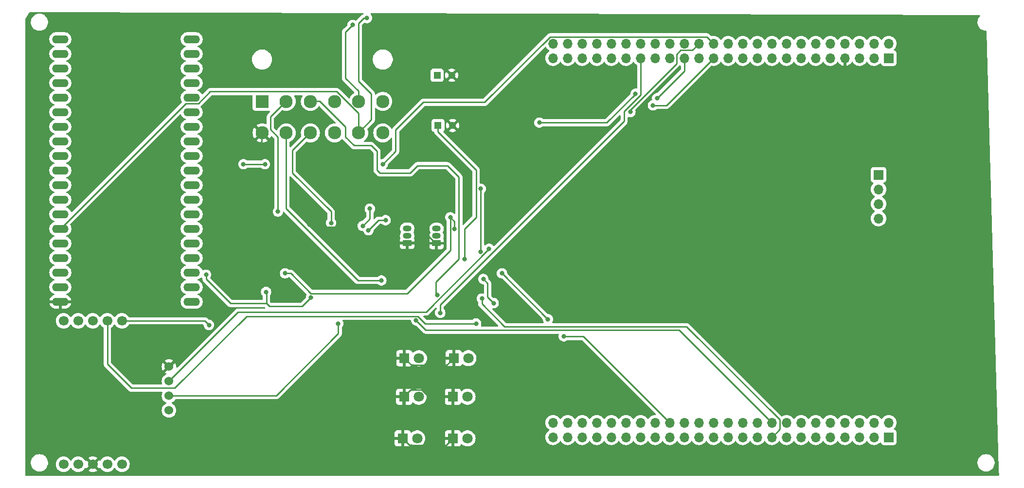
<source format=gbr>
%TF.GenerationSoftware,KiCad,Pcbnew,8.0.0-rc1*%
%TF.CreationDate,2024-05-26T19:18:52+09:00*%
%TF.ProjectId,KDL,4b444c2e-6b69-4636-9164-5f7063625858,rev?*%
%TF.SameCoordinates,PX2a88ac0PY77c8bf0*%
%TF.FileFunction,Copper,L2,Bot*%
%TF.FilePolarity,Positive*%
%FSLAX46Y46*%
G04 Gerber Fmt 4.6, Leading zero omitted, Abs format (unit mm)*
G04 Created by KiCad (PCBNEW 8.0.0-rc1) date 2024-05-26 19:18:52*
%MOMM*%
%LPD*%
G01*
G04 APERTURE LIST*
%TA.AperFunction,ComponentPad*%
%ADD10R,1.800000X1.800000*%
%TD*%
%TA.AperFunction,ComponentPad*%
%ADD11C,1.800000*%
%TD*%
%TA.AperFunction,ComponentPad*%
%ADD12C,1.524000*%
%TD*%
%TA.AperFunction,ComponentPad*%
%ADD13O,2.844800X1.422400*%
%TD*%
%TA.AperFunction,ComponentPad*%
%ADD14R,2.300000X2.300000*%
%TD*%
%TA.AperFunction,ComponentPad*%
%ADD15C,2.300000*%
%TD*%
%TA.AperFunction,ComponentPad*%
%ADD16R,1.500000X1.050000*%
%TD*%
%TA.AperFunction,ComponentPad*%
%ADD17O,1.500000X1.050000*%
%TD*%
%TA.AperFunction,ComponentPad*%
%ADD18R,1.270000X1.270000*%
%TD*%
%TA.AperFunction,ComponentPad*%
%ADD19C,1.270000*%
%TD*%
%TA.AperFunction,ComponentPad*%
%ADD20O,1.700000X1.700000*%
%TD*%
%TA.AperFunction,ComponentPad*%
%ADD21R,1.700000X1.700000*%
%TD*%
%TA.AperFunction,ComponentPad*%
%ADD22C,1.700000*%
%TD*%
%TA.AperFunction,ViaPad*%
%ADD23C,0.800000*%
%TD*%
%TA.AperFunction,ViaPad*%
%ADD24C,0.300000*%
%TD*%
%TA.AperFunction,Conductor*%
%ADD25C,0.250000*%
%TD*%
G04 APERTURE END LIST*
D10*
%TO.P,D1,1,K*%
%TO.N,GND*%
X74760000Y20809800D03*
D11*
%TO.P,D1,2,A*%
%TO.N,Net-(D1-A)*%
X77300000Y20809800D03*
%TD*%
D12*
%TO.P,U1,1,VCC*%
%TO.N,+3.3V*%
X25196000Y11737600D03*
%TO.P,U1,2,RX*%
%TO.N,/GPS_UART_TX*%
X25196000Y14277600D03*
%TO.P,U1,3,TX*%
%TO.N,/GPS_UART_RX*%
X25196000Y16817600D03*
%TO.P,U1,4,GND*%
%TO.N,GND*%
X25196000Y19357600D03*
%TD*%
D13*
%TO.P,U8,3V3,3.3V*%
%TO.N,+3.3V*%
X29150000Y30652800D03*
%TO.P,U8,EN,EN*%
%TO.N,Net-(C10-Pad2)*%
X29150000Y33192800D03*
%TO.P,U8,GND@1,GND@1*%
%TO.N,unconnected-(U8-PadGND@1)*%
X29150000Y63672800D03*
%TO.P,U8,GND@2,GND@2*%
%TO.N,GND*%
X6290000Y30652800D03*
%TO.P,U8,GND@3,GND@3*%
%TO.N,unconnected-(U8-PadGND@3)*%
X6290000Y45892800D03*
%TO.P,U8,GPIO0,GPIO0*%
%TO.N,unconnected-(U8-PadGPIO0)*%
X6290000Y63672800D03*
%TO.P,U8,GPIO2,GPIO2*%
%TO.N,unconnected-(U8-PadGPIO2)*%
X6290000Y66212800D03*
%TO.P,U8,GPIO4,GPIO4*%
%TO.N,unconnected-(U8-PadGPIO4)*%
X6290000Y61132800D03*
%TO.P,U8,GPIO5,GPIO5*%
%TO.N,unconnected-(U8-PadGPIO5)*%
X6290000Y53512800D03*
%TO.P,U8,GPIO6,GPIO6*%
%TO.N,unconnected-(U8-PadGPIO6)*%
X6290000Y76372800D03*
%TO.P,U8,GPIO7,GPIO7*%
%TO.N,unconnected-(U8-PadGPIO7)*%
X6290000Y73832800D03*
%TO.P,U8,GPIO8,GPIO8*%
%TO.N,unconnected-(U8-PadGPIO8)*%
X6290000Y71292800D03*
%TO.P,U8,GPIO9,GPIO9*%
%TO.N,unconnected-(U8-PadGPIO9)*%
X29150000Y68752800D03*
%TO.P,U8,GPIO10,GPIO10*%
%TO.N,unconnected-(U8-PadGPIO10)*%
X29150000Y71292800D03*
%TO.P,U8,GPIO11,GPIO11*%
%TO.N,unconnected-(U8-PadGPIO11)*%
X29150000Y73832800D03*
%TO.P,U8,GPIO12,GPIO12*%
%TO.N,unconnected-(U8-PadGPIO12)*%
X29150000Y61132800D03*
%TO.P,U8,GPIO13,GPIO13*%
%TO.N,unconnected-(U8-PadGPIO13)*%
X29150000Y66212800D03*
%TO.P,U8,GPIO14,GPIO14*%
%TO.N,unconnected-(U8-PadGPIO14)*%
X29150000Y58592800D03*
%TO.P,U8,GPIO15,GPIO15*%
%TO.N,unconnected-(U8-PadGPIO15)*%
X6290000Y68752800D03*
%TO.P,U8,GPIO16,GPIO16*%
%TO.N,unconnected-(U8-PadGPIO16)*%
X6290000Y58592800D03*
%TO.P,U8,GPIO17,GPIO17*%
%TO.N,unconnected-(U8-PadGPIO17)*%
X6290000Y56052800D03*
%TO.P,U8,GPIO18,GPIO18*%
%TO.N,unconnected-(U8-PadGPIO18)*%
X6290000Y50972800D03*
%TO.P,U8,GPIO19,GPIO19*%
%TO.N,/ESP_COMM*%
X6290000Y48432800D03*
%TO.P,U8,GPIO21,GPIO21*%
%TO.N,/ESP_I2C_SCL*%
X6290000Y43352800D03*
%TO.P,U8,GPIO22,GPIO22*%
%TO.N,/ESP_I2C_SDA*%
X6290000Y35732800D03*
%TO.P,U8,GPIO23,GPIO23*%
%TO.N,unconnected-(U8-PadGPIO23)*%
X6290000Y33192800D03*
%TO.P,U8,GPIO25,GPIO25*%
%TO.N,unconnected-(U8-PadGPIO25)*%
X29150000Y50972800D03*
%TO.P,U8,GPIO26,GPIO26*%
%TO.N,unconnected-(U8-PadGPIO26)*%
X29150000Y53512800D03*
%TO.P,U8,GPIO27,GPIO27*%
%TO.N,unconnected-(U8-PadGPIO27)*%
X29150000Y56052800D03*
%TO.P,U8,GPIO32,GPIO32*%
%TO.N,unconnected-(U8-PadGPIO32)*%
X29150000Y45892800D03*
%TO.P,U8,GPIO33,GPIO33*%
%TO.N,unconnected-(U8-PadGPIO33)*%
X29150000Y48432800D03*
%TO.P,U8,GPIO34,GPIO34*%
%TO.N,unconnected-(U8-PadGPIO34)*%
X29150000Y40812800D03*
%TO.P,U8,GPIO35,GPIO35*%
%TO.N,unconnected-(U8-PadGPIO35)*%
X29150000Y43352800D03*
%TO.P,U8,GPIO36,GPIO36*%
%TO.N,unconnected-(U8-PadGPIO36)*%
X29150000Y35732800D03*
%TO.P,U8,GPIO39,GPIO39*%
%TO.N,unconnected-(U8-PadGPIO39)*%
X29150000Y38272800D03*
%TO.P,U8,RX0,RX0*%
%TO.N,unconnected-(U8-PadRX0)*%
X6290000Y40812800D03*
%TO.P,U8,TX0,TX0*%
%TO.N,unconnected-(U8-PadTX0)*%
X6290000Y38272800D03*
%TO.P,U8,VIN,VIN*%
%TO.N,unconnected-(U8-PadVIN)*%
X29150000Y76372800D03*
%TD*%
D10*
%TO.P,D5,1,K*%
%TO.N,GND*%
X66160000Y20802800D03*
D11*
%TO.P,D5,2,A*%
%TO.N,Net-(D5-A)*%
X68700000Y20802800D03*
%TD*%
D10*
%TO.P,D4,1,K*%
%TO.N,GND*%
X66110000Y14100000D03*
D11*
%TO.P,D4,2,A*%
%TO.N,Net-(D4-A)*%
X68650000Y14100000D03*
%TD*%
D14*
%TO.P,J1,1,1*%
%TO.N,VBUS*%
X41400042Y65549999D03*
D15*
%TO.P,J1,2,2*%
%TO.N,/DIN0*%
X45600041Y65549999D03*
%TO.P,J1,3,3*%
%TO.N,/AIN0*%
X49800040Y65549999D03*
%TO.P,J1,4,4*%
%TO.N,/LOG_UART_TX*%
X54000040Y65549999D03*
%TO.P,J1,5,5*%
%TO.N,/ESP_I2C_SDA*%
X58200039Y65549999D03*
%TO.P,J1,6,6*%
%TO.N,/CANH*%
X62400038Y65549999D03*
%TO.P,J1,7,7*%
%TO.N,GND*%
X41400042Y60050000D03*
%TO.P,J1,8,8*%
%TO.N,/DIN1*%
X45600041Y60050000D03*
%TO.P,J1,9,9*%
%TO.N,/AIN1*%
X49800040Y60050000D03*
%TO.P,J1,10,10*%
%TO.N,/LOG_UART_RX*%
X54000040Y60050000D03*
%TO.P,J1,11,11*%
%TO.N,/ESP_I2C_SCL*%
X58200039Y60050000D03*
%TO.P,J1,12,12*%
%TO.N,/CANL*%
X62400038Y60050000D03*
%TD*%
D10*
%TO.P,D3,1,K*%
%TO.N,GND*%
X74610000Y14100000D03*
D11*
%TO.P,D3,2,A*%
%TO.N,Net-(D3-A)*%
X77150000Y14100000D03*
%TD*%
D10*
%TO.P,D6,1,K*%
%TO.N,GND*%
X74610000Y6850000D03*
D11*
%TO.P,D6,2,A*%
%TO.N,Net-(D6-A)*%
X77150000Y6850000D03*
%TD*%
D16*
%TO.P,Q1,1,E*%
%TO.N,GND*%
X71760000Y40832800D03*
D17*
%TO.P,Q1,2,B*%
%TO.N,Net-(Q1-B)*%
X71760000Y42102800D03*
%TO.P,Q1,3,C*%
%TO.N,/STM_DIN0*%
X71760000Y43372800D03*
%TD*%
D18*
%TO.P,C3,1*%
%TO.N,/5V*%
X71860000Y70100000D03*
D19*
%TO.P,C3,2*%
%TO.N,GND*%
X74400000Y70100000D03*
%TD*%
D20*
%TO.P,U9,10,VSS*%
%TO.N,GND*%
X142839000Y73082800D03*
%TO.P,U9,15,PC0*%
%TO.N,/STM_AIN0*%
X130139000Y7040600D03*
%TO.P,U9,16,PC1*%
%TO.N,/STM_AIN1*%
X130139000Y9580600D03*
%TO.P,U9,17,PC2*%
%TO.N,unconnected-(U9-PC2-Pad17)*%
X127599000Y7040600D03*
%TO.P,U9,18,PC3*%
%TO.N,unconnected-(U9-PC3-Pad18)*%
X127599000Y9580600D03*
%TO.P,U9,23,PA0*%
%TO.N,unconnected-(U9-PA0-Pad23)*%
X122519000Y7040600D03*
%TO.P,U9,24,PA1*%
%TO.N,unconnected-(U9-PA1-Pad24)*%
X122519000Y9580600D03*
%TO.P,U9,25,PA2*%
%TO.N,unconnected-(U9-PA2-Pad25)*%
X119979000Y7040600D03*
%TO.P,U9,26,PA3*%
%TO.N,unconnected-(U9-PA3-Pad26)*%
X119979000Y9580600D03*
%TO.P,U9,34,PC5*%
%TO.N,/VSENSE*%
X112359000Y9580600D03*
%TO.P,U9,41,PE10*%
%TO.N,unconnected-(U9-PE10-Pad41)*%
X104739000Y9580600D03*
%TO.P,U9,42,PE11*%
%TO.N,/LED_ERR*%
X102199000Y7040600D03*
%TO.P,U9,43,PE12*%
%TO.N,/LED_HEARTBEAT*%
X102199000Y9580600D03*
%TO.P,U9,44,PE13*%
%TO.N,/LED_SD*%
X99659000Y7040600D03*
%TO.P,U9,45,PE14*%
%TO.N,/LED_CAN*%
X99659000Y9580600D03*
%TO.P,U9,46,PE15*%
%TO.N,/LED_TELEMETRY*%
X97119000Y7040600D03*
%TO.P,U9,47,PB10*%
%TO.N,unconnected-(U9-PB10-Pad47)*%
X97119000Y9580600D03*
%TO.P,U9,48,PB11*%
%TO.N,unconnected-(U9-PB11-Pad48)*%
X94579000Y7040600D03*
%TO.P,U9,55,PD8*%
%TO.N,/STM_DIN0*%
X92039000Y73082800D03*
%TO.P,U9,56,PD9*%
%TO.N,/STM_DIN1*%
X94579000Y75622800D03*
%TO.P,U9,57,PD10*%
%TO.N,unconnected-(U9-PD10-Pad57)*%
X94579000Y73082800D03*
%TO.P,U9,58,PD11*%
%TO.N,unconnected-(U9-PD11-Pad58)*%
X97119000Y75622800D03*
%TO.P,U9,59,PD12*%
%TO.N,unconnected-(U9-PD12-Pad59)*%
X97119000Y73082800D03*
%TO.P,U9,60,PD13*%
%TO.N,unconnected-(U9-PD13-Pad60)*%
X99659000Y75622800D03*
%TO.P,U9,61,PD14*%
%TO.N,unconnected-(U9-PD14-Pad61)*%
X99659000Y73082800D03*
%TO.P,U9,62,PD15*%
%TO.N,unconnected-(U9-PD15-Pad62)*%
X102199000Y75622800D03*
%TO.P,U9,63,PC6*%
%TO.N,/LOG_UART_TX*%
X102199000Y73082800D03*
%TO.P,U9,64,PC7*%
%TO.N,/LOG_UART_RX*%
X104739000Y75622800D03*
%TO.P,U9,66,PC9*%
%TO.N,/ACC_I2C_SDA*%
X107279000Y75622800D03*
%TO.P,U9,67,PA8*%
%TO.N,/ACC_I2C_SCL*%
X107279000Y73082800D03*
%TO.P,U9,68,PA9*%
%TO.N,unconnected-(U9-PA9-Pad68)*%
X109819000Y75622800D03*
%TO.P,U9,69,PA10*%
%TO.N,unconnected-(U9-PA10-Pad69)*%
X109819000Y73082800D03*
%TO.P,U9,78,PC10*%
%TO.N,/GPS_UART_TX*%
X114899000Y73082800D03*
%TO.P,U9,79,PC11*%
%TO.N,/GPS_UART_RX*%
X117439000Y75622800D03*
%TO.P,U9,81,PD0*%
%TO.N,/CRX*%
X119979000Y75622800D03*
%TO.P,U9,82,PD1*%
%TO.N,/CTX*%
X119979000Y73082800D03*
%TO.P,U9,83,PD2*%
%TO.N,unconnected-(U9-PD2-Pad83)*%
X122519000Y75622800D03*
%TO.P,U9,84,PD3*%
%TO.N,unconnected-(U9-PD3-Pad84)*%
X122519000Y73082800D03*
%TO.P,U9,85,PD4*%
%TO.N,unconnected-(U9-PD4-Pad85)*%
X125059000Y75622800D03*
%TO.P,U9,86,PD5*%
%TO.N,unconnected-(U9-PD5-Pad86)*%
X125059000Y73082800D03*
%TO.P,U9,87,PD6*%
%TO.N,unconnected-(U9-PD6-Pad87)*%
X127599000Y75622800D03*
%TO.P,U9,92,PB6*%
%TO.N,/ESP_I2C_SCL*%
X132679000Y75622800D03*
%TO.P,U9,93,PB7*%
%TO.N,/ESP_I2C_SDA*%
X132679000Y73082800D03*
%TO.P,U9,94,BOOT0*%
%TO.N,unconnected-(U9-BOOT0-Pad94)*%
X145379000Y73082800D03*
%TO.P,U9,95,PB8*%
%TO.N,/ESP_COMM*%
X135219000Y75622800D03*
%TO.P,U9,100,VDD*%
%TO.N,+3.3V*%
X145379000Y7040600D03*
D21*
%TO.P,U9,110*%
%TO.N,N/C*%
X148686500Y52762800D03*
D20*
%TO.P,U9,111*%
X148686500Y50222800D03*
%TO.P,U9,112*%
X148686500Y47682800D03*
%TO.P,U9,113*%
X148686500Y45142800D03*
%TO.P,U9,X*%
X147919000Y75622800D03*
X145379000Y75622800D03*
X142839000Y75622800D03*
X140299000Y75622800D03*
X137759000Y75622800D03*
X130139000Y75622800D03*
X114899000Y75622800D03*
X112359000Y75622800D03*
X92039000Y75622800D03*
D21*
X150459000Y73082800D03*
D20*
X147919000Y73082800D03*
X140299000Y73082800D03*
X137759000Y73082800D03*
X135219000Y73082800D03*
X130139000Y73082800D03*
X127599000Y73082800D03*
X117439000Y73082800D03*
X112359000Y73082800D03*
X104739000Y73082800D03*
X150459000Y9580600D03*
X147919000Y9580600D03*
X145379000Y9580600D03*
X142839000Y9580600D03*
X140299000Y9580600D03*
X137759000Y9580600D03*
X135219000Y9580600D03*
X132679000Y9580600D03*
X125059000Y9580600D03*
X117439000Y9580600D03*
X114899000Y9580600D03*
X109819000Y9580600D03*
X107279000Y9580600D03*
X94579000Y9580600D03*
X92039000Y9580600D03*
X147919000Y7040600D03*
X142839000Y7040600D03*
X140299000Y7040600D03*
X137759000Y7040600D03*
X135219000Y7040600D03*
X132679000Y7040600D03*
X125059000Y7040600D03*
X117439000Y7040600D03*
X114899000Y7040600D03*
X112359000Y7040600D03*
X109819000Y7040600D03*
X107279000Y7040600D03*
X104739000Y7040600D03*
X92039000Y7040600D03*
%TO.P,U9,x*%
X150459000Y75622800D03*
D21*
X150459000Y7040600D03*
%TD*%
D18*
%TO.P,C8,1*%
%TO.N,+3.3V*%
X72015000Y61350000D03*
D19*
%TO.P,C8,2*%
%TO.N,GND*%
X74555000Y61350000D03*
%TD*%
D10*
%TO.P,D2,1,K*%
%TO.N,GND*%
X65860000Y6850000D03*
D11*
%TO.P,D2,2,A*%
%TO.N,Net-(D2-A)*%
X68400000Y6850000D03*
%TD*%
D16*
%TO.P,Q2,1,E*%
%TO.N,GND*%
X66660000Y40862800D03*
D17*
%TO.P,Q2,2,B*%
%TO.N,Net-(Q2-B)*%
X66660000Y42132800D03*
%TO.P,Q2,3,C*%
%TO.N,/STM_DIN1*%
X66660000Y43402800D03*
%TD*%
D22*
%TO.P,U2,1,3V3*%
%TO.N,+3.3V*%
X14463000Y2330800D03*
%TO.P,U2,2,GND*%
%TO.N,GND*%
X11923000Y2330800D03*
%TO.P,U2,6,Vs*%
%TO.N,unconnected-(U2-Vs-Pad6)*%
X9383000Y2330800D03*
%TO.P,U2,7,~{CS}*%
%TO.N,+3.3V*%
X6843000Y2330800D03*
%TO.P,U2,8,INT1*%
%TO.N,unconnected-(U2-INT1-Pad8)*%
X6843000Y27330800D03*
%TO.P,U2,9,INT2*%
%TO.N,unconnected-(U2-INT2-Pad9)*%
X9383000Y27330800D03*
%TO.P,U2,12,SDO/ADDR*%
%TO.N,unconnected-(U2-SDO{slash}ADDR-Pad12)*%
X11923000Y27330800D03*
%TO.P,U2,13,SDA*%
%TO.N,/ACC_I2C_SDA*%
X14463000Y27330800D03*
%TO.P,U2,14,SCL/SCLK*%
%TO.N,/ACC_I2C_SCL*%
X17003000Y27330800D03*
%TO.P,U2,22,5V*%
%TO.N,unconnected-(U2-5V-Pad22)*%
X17003000Y2330800D03*
%TD*%
D23*
%TO.N,GND*%
X61100000Y24447000D03*
X68900000Y45100000D03*
X64650000Y51350000D03*
X55900000Y51350000D03*
D24*
X40150000Y31350000D03*
X68650000Y49272000D03*
D23*
X38138747Y57588747D03*
X49650000Y44100000D03*
X57400000Y51850000D03*
D24*
X40150000Y33600000D03*
D23*
%TO.N,VBUS*%
X62900000Y44850000D03*
X59900000Y43100000D03*
%TO.N,/DIN0*%
X44150000Y46352800D03*
%TO.N,/AIN0*%
X71900000Y31852800D03*
%TO.N,/ESP_I2C_SDA*%
X57150000Y78852800D03*
%TO.N,/DIN1*%
X62150000Y34350000D03*
%TO.N,/AIN1*%
X53400000Y44377800D03*
%TO.N,/ESP_I2C_SCL*%
X59650000Y80077800D03*
%TO.N,/CANL*%
X38150000Y54602800D03*
X41900000Y54602800D03*
%TO.N,/VSENSE*%
X93900000Y24602800D03*
X79398600Y39351400D03*
X91150000Y27600000D03*
X83150000Y35600000D03*
X79440503Y50327800D03*
%TO.N,/STM_AIN0*%
X79650000Y31202800D03*
%TO.N,+3.3V*%
X45400000Y35600000D03*
X74900000Y43352800D03*
X79900000Y34602800D03*
X76650000Y38100000D03*
X74150000Y45352800D03*
X81700000Y30402800D03*
%TO.N,/STM_AIN1*%
X68200000Y27402800D03*
%TO.N,/GPS_UART_TX*%
X110150000Y66102800D03*
X54650000Y26852800D03*
%TO.N,/GPS_UART_RX*%
X105500000Y63702800D03*
X80900000Y39852800D03*
%TO.N,/CTX*%
X109425000Y64852800D03*
X106387347Y66865453D03*
X89650000Y61852800D03*
%TO.N,/CRX*%
X62400000Y54602800D03*
%TO.N,/ACC_I2C_SCL*%
X72400000Y28702800D03*
X32150000Y26602800D03*
%TO.N,/ACC_I2C_SDA*%
X78650000Y26852800D03*
%TO.N,/5V*%
X42095799Y32350000D03*
X49900000Y31350000D03*
X60147200Y46852800D03*
X31650000Y35350000D03*
X58900000Y43850000D03*
%TD*%
D25*
%TO.N,GND*%
X65900000Y8600000D02*
X65860000Y8560000D01*
X67385000Y19577800D02*
X66160000Y20802800D01*
X57400000Y51600000D02*
X57400000Y51850000D01*
X40400000Y57600000D02*
X41350003Y58550003D01*
X56400000Y44350000D02*
X59900000Y40850000D01*
X66160000Y20802800D02*
X66160000Y14225800D01*
X67259200Y15325000D02*
X69157412Y15325000D01*
X66037000Y14102800D02*
X67259200Y15325000D01*
X56400000Y44350000D02*
X55702800Y43652800D01*
X38138747Y57588747D02*
X38150000Y57600000D01*
X74760000Y20809800D02*
X73528000Y19577800D01*
X65900000Y13965800D02*
X65900000Y8600000D01*
X66037000Y14102800D02*
X65900000Y13965800D01*
X65400000Y49850000D02*
X65400000Y50600000D01*
X59912800Y40862800D02*
X66660000Y40862800D01*
X71535000Y40832800D02*
X68900000Y43467800D01*
X64700000Y20802800D02*
X61100000Y24402800D01*
X69157412Y15325000D02*
X70475612Y14006800D01*
X55702800Y43652800D02*
X50597200Y43652800D01*
X71760000Y40832800D02*
X71535000Y40832800D01*
X73528000Y19577800D02*
X67385000Y19577800D01*
X56400000Y51350000D02*
X56400000Y44350000D01*
X65800000Y8250000D02*
X65900000Y8350000D01*
X65860000Y8560000D02*
X65860000Y6850000D01*
X50597200Y43652800D02*
X50150000Y44100000D01*
X68650000Y49272000D02*
X65978000Y49272000D01*
X50150000Y44100000D02*
X49650000Y44100000D01*
X74760000Y14477800D02*
X74760000Y20809800D01*
X38150000Y57600000D02*
X40400000Y57600000D01*
X55900000Y51350000D02*
X56400000Y51350000D01*
X71730000Y40862800D02*
X71760000Y40832800D01*
X65900000Y8600000D02*
X65900000Y8350000D01*
X59900000Y40850000D02*
X59912800Y40862800D01*
X70475612Y14006800D02*
X74289000Y14006800D01*
X65860000Y6850000D02*
X67085000Y5625000D01*
X73385000Y5625000D02*
X74610000Y6850000D01*
X56400000Y51350000D02*
X57150000Y51350000D01*
X57150000Y51350000D02*
X57400000Y51600000D01*
X74610000Y6850000D02*
X74610000Y14100000D01*
X61100000Y24402800D02*
X61100000Y24447000D01*
X74289000Y14006800D02*
X74760000Y14477800D01*
X66160000Y14225800D02*
X66037000Y14102800D01*
X67085000Y5625000D02*
X73385000Y5625000D01*
X65400000Y50600000D02*
X64650000Y51350000D01*
X66160000Y20802800D02*
X64700000Y20802800D01*
X66660000Y40862800D02*
X71730000Y40862800D01*
X65978000Y49272000D02*
X65400000Y49850000D01*
X68900000Y43467800D02*
X68900000Y45100000D01*
X41350003Y58550003D02*
X41350003Y60102801D01*
X40150000Y33600000D02*
X40150000Y31350000D01*
%TO.N,VBUS*%
X41350003Y65600038D02*
X41400042Y65549999D01*
X61650000Y44850000D02*
X59900000Y43100000D01*
X41350003Y65602800D02*
X41350003Y65600038D01*
X62900000Y44850000D02*
X61650000Y44850000D01*
%TO.N,/DIN0*%
X42825003Y60674997D02*
X42825003Y62877801D01*
X42825003Y62877801D02*
X45550002Y65602800D01*
X44150000Y59350000D02*
X42825003Y60674997D01*
X44150000Y46352800D02*
X44150000Y59350000D01*
%TO.N,/AIN0*%
X55900000Y61079146D02*
X55900000Y59350000D01*
X73650000Y54350000D02*
X75650000Y52350000D01*
X71650000Y32102800D02*
X71900000Y31852800D01*
X49750001Y65602800D02*
X51376346Y65602800D01*
X55900000Y59350000D02*
X57400000Y57850000D01*
X71650000Y34102800D02*
X71650000Y32102800D01*
X60400000Y57850000D02*
X61400000Y56850000D01*
X61400000Y56850000D02*
X61400000Y53600000D01*
X68400000Y54350000D02*
X73650000Y54350000D01*
X51376346Y65602800D02*
X55900000Y61079146D01*
X61900000Y53100000D02*
X67150000Y53100000D01*
X61400000Y53600000D02*
X61900000Y53100000D01*
X75650000Y52350000D02*
X75650000Y38102800D01*
X75650000Y38102800D02*
X71650000Y34102800D01*
X57400000Y57850000D02*
X60400000Y57850000D01*
X67150000Y53100000D02*
X68400000Y54350000D01*
%TO.N,/ESP_I2C_SDA*%
X55900000Y69602800D02*
X58150000Y67352800D01*
X58150000Y67352800D02*
X58150000Y65602800D01*
X57150000Y78852800D02*
X55900000Y77602800D01*
X55900000Y77602800D02*
X55900000Y69602800D01*
%TO.N,/DIN1*%
X58102189Y34350000D02*
X45550002Y46902187D01*
X62150000Y34350000D02*
X58102189Y34350000D01*
X45550002Y46902187D02*
X45550002Y60102801D01*
%TO.N,/AIN1*%
X46650000Y57002800D02*
X49750001Y60102801D01*
X53400000Y44377800D02*
X53400000Y46350000D01*
X46650000Y53100000D02*
X46650000Y57002800D01*
X53400000Y46350000D02*
X46650000Y53100000D01*
%TO.N,/ESP_I2C_SCL*%
X6290000Y43352800D02*
X28113800Y65176600D01*
X59127800Y80077800D02*
X59650000Y80077800D01*
X58150000Y69100000D02*
X58150000Y79100000D01*
X58150000Y60102801D02*
X60400000Y62352801D01*
X28113800Y65176600D02*
X30290408Y65176600D01*
X30290408Y65176600D02*
X32362808Y67249000D01*
X58150000Y63488767D02*
X58150000Y60102801D01*
X54389767Y67249000D02*
X58150000Y63488767D01*
X58150000Y79100000D02*
X59127800Y80077800D01*
X60400000Y66850000D02*
X58150000Y69100000D01*
X60400000Y62352801D02*
X60400000Y66850000D01*
X32362808Y67249000D02*
X54389767Y67249000D01*
%TO.N,/CANL*%
X41900000Y54602800D02*
X38150000Y54602800D01*
%TO.N,/VSENSE*%
X79440503Y39393303D02*
X79398600Y39351400D01*
X112359000Y9580600D02*
X97336800Y24602800D01*
X97336800Y24602800D02*
X93900000Y24602800D01*
X79440503Y50327800D02*
X79440503Y39393303D01*
X83150000Y35600000D02*
X91150000Y27600000D01*
%TO.N,/STM_AIN0*%
X131500000Y10002800D02*
X131500000Y9702800D01*
X79650000Y30252800D02*
X83600000Y26302800D01*
X115268501Y26302800D02*
X131468501Y10102800D01*
X130139000Y7040600D02*
X131504000Y8405600D01*
X131504000Y8405600D02*
X131504000Y10067301D01*
X79650000Y31202800D02*
X79650000Y30252800D01*
X83600000Y26302800D02*
X115268501Y26302800D01*
%TO.N,+3.3V*%
X66650000Y32100000D02*
X74150000Y39600000D01*
X78650000Y45350000D02*
X76650000Y43350000D01*
X81700000Y30402800D02*
X80650000Y31452800D01*
X74900000Y44602800D02*
X74900000Y43352800D01*
X76650000Y43350000D02*
X76650000Y38100000D01*
X80650000Y33852800D02*
X79900000Y34602800D01*
X74150000Y45352800D02*
X74900000Y44602800D01*
X49900000Y32100000D02*
X66650000Y32100000D01*
X46400000Y35600000D02*
X49900000Y32100000D01*
X80650000Y31452800D02*
X80650000Y33852800D01*
X45400000Y35600000D02*
X46400000Y35600000D01*
X72015000Y61350000D02*
X72015000Y60235000D01*
X74150000Y39600000D02*
X74150000Y45352800D01*
X72015000Y60235000D02*
X78650000Y53600000D01*
X78650000Y53600000D02*
X78650000Y45350000D01*
%TO.N,/STM_AIN1*%
X68200000Y27402800D02*
X69900000Y25702800D01*
X69900000Y25702800D02*
X114016800Y25702800D01*
X114016800Y25702800D02*
X130139000Y9580600D01*
%TO.N,/GPS_UART_TX*%
X110150000Y66102800D02*
X114899000Y70851800D01*
X54650000Y25102800D02*
X43849000Y14301800D01*
X54650000Y26852800D02*
X54650000Y25102800D01*
X43849000Y14301800D02*
X25196000Y14301800D01*
X114899000Y70851800D02*
X114899000Y73082800D01*
%TO.N,/GPS_UART_RX*%
X105500000Y63702800D02*
X105500000Y64102800D01*
X113534000Y72136800D02*
X113534000Y73736800D01*
X105500000Y64102800D02*
X113534000Y72136800D01*
X37204200Y28850000D02*
X69922505Y28850000D01*
X25196000Y16841800D02*
X37204200Y28850000D01*
X116259500Y74443300D02*
X117439000Y75622800D01*
X114240500Y74443300D02*
X116259500Y74443300D01*
X69922505Y28850000D02*
X80900000Y39827495D01*
X80900000Y39827495D02*
X80900000Y39852800D01*
X113534000Y73736800D02*
X114240500Y74443300D01*
%TO.N,/CTX*%
X89650000Y61852800D02*
X101400000Y61852800D01*
X111749000Y64852800D02*
X119979000Y73082800D01*
X106400000Y66852800D02*
X106387347Y66865453D01*
X101400000Y61852800D02*
X106400000Y66852800D01*
X109425000Y64852800D02*
X111749000Y64852800D01*
%TO.N,/CRX*%
X91552299Y76797800D02*
X80150000Y65395501D01*
X80150000Y65395501D02*
X69445501Y65395501D01*
X69445501Y65395501D02*
X64647200Y60597200D01*
X64647200Y60597200D02*
X64647200Y56850000D01*
X64647200Y56850000D02*
X62400000Y54602800D01*
X118804000Y76797800D02*
X91552299Y76797800D01*
X119979000Y75622800D02*
X118804000Y76797800D01*
%TO.N,/ACC_I2C_SCL*%
X32150000Y26602800D02*
X31422000Y27330800D01*
X72400000Y28702800D02*
X72400000Y30102800D01*
X107279000Y66731800D02*
X107279000Y73082800D01*
X72400000Y30102800D02*
X104400000Y62102800D01*
X104400000Y63852800D02*
X107279000Y66731800D01*
X104400000Y62102800D02*
X104400000Y63852800D01*
X31422000Y27330800D02*
X17003000Y27330800D01*
%TO.N,/ACC_I2C_SDA*%
X18647200Y15602800D02*
X14463000Y19787000D01*
X68500305Y28127800D02*
X38675000Y28127800D01*
X69775305Y26852800D02*
X68500305Y28127800D01*
X26150000Y15602800D02*
X18647200Y15602800D01*
X78650000Y26852800D02*
X69775305Y26852800D01*
X38675000Y28127800D02*
X26150000Y15602800D01*
X14463000Y19787000D02*
X14463000Y27330800D01*
%TO.N,/5V*%
X35900000Y30350000D02*
X31650000Y34600000D01*
X48400000Y29850000D02*
X42650000Y29850000D01*
X60150000Y46850000D02*
X60147200Y46852800D01*
X31650000Y34600000D02*
X31650000Y35350000D01*
X42650000Y29850000D02*
X42150000Y30350000D01*
X49900000Y31350000D02*
X48400000Y29850000D01*
X60150000Y45100000D02*
X60150000Y46850000D01*
X58900000Y43850000D02*
X60150000Y45100000D01*
X42150000Y30350000D02*
X42150000Y32295799D01*
X42150000Y32295799D02*
X42095799Y32350000D01*
X42150000Y30350000D02*
X35900000Y30350000D01*
%TO.N,unconnected-(U9-PD2-Pad83)*%
X122519000Y76233800D02*
X122519000Y75622800D01*
%TD*%
%TA.AperFunction,Conductor*%
%TO.N,GND*%
G36*
X2577581Y81094963D02*
G01*
X2644559Y81075078D01*
X2653019Y81065255D01*
X2703277Y81091966D01*
X2728635Y81094509D01*
X58923627Y80925755D01*
X58990604Y80905871D01*
X59036201Y80852930D01*
X59045936Y80783741D01*
X59016721Y80720273D01*
X59015420Y80718805D01*
X59014916Y80718245D01*
X58955438Y80681584D01*
X58946950Y80679582D01*
X58945348Y80679263D01*
X58945345Y80679263D01*
X58926536Y80671471D01*
X58912007Y80665453D01*
X58831519Y80632116D01*
X58831505Y80632108D01*
X58729072Y80563662D01*
X58729064Y80563656D01*
X58641939Y80476530D01*
X57793241Y79627833D01*
X57731918Y79594348D01*
X57662226Y79599332D01*
X57632676Y79615195D01*
X57602733Y79636949D01*
X57602729Y79636952D01*
X57429807Y79713943D01*
X57429802Y79713945D01*
X57284001Y79744935D01*
X57244646Y79753300D01*
X57055354Y79753300D01*
X57022897Y79746402D01*
X56870197Y79713945D01*
X56870192Y79713943D01*
X56697270Y79636952D01*
X56697265Y79636949D01*
X56544129Y79525689D01*
X56417466Y79385015D01*
X56322821Y79221085D01*
X56322818Y79221078D01*
X56264327Y79041060D01*
X56264326Y79041056D01*
X56258029Y78981141D01*
X56246678Y78873149D01*
X56220093Y78808534D01*
X56211038Y78798430D01*
X55744953Y78332344D01*
X55501270Y78088661D01*
X55501267Y78088658D01*
X55457704Y78045096D01*
X55414142Y78001534D01*
X55381247Y77952302D01*
X55381246Y77952300D01*
X55345687Y77899086D01*
X55345685Y77899082D01*
X55325432Y77850184D01*
X55312347Y77818593D01*
X55306823Y77805257D01*
X55298537Y77785255D01*
X55298535Y77785247D01*
X55274500Y77664411D01*
X55274500Y77664406D01*
X55274500Y69541194D01*
X55282706Y69499939D01*
X55298537Y69420347D01*
X55308504Y69396285D01*
X55345685Y69306519D01*
X55345690Y69306510D01*
X55361767Y69282450D01*
X55361768Y69282449D01*
X55414140Y69204069D01*
X55414141Y69204068D01*
X55414142Y69204067D01*
X55501267Y69116942D01*
X55501268Y69116942D01*
X55508335Y69109875D01*
X55508334Y69109875D01*
X55508338Y69109872D01*
X57426873Y67191337D01*
X57460358Y67130014D01*
X57455374Y67060322D01*
X57413502Y67004389D01*
X57403982Y66997929D01*
X57226904Y66889415D01*
X57226901Y66889414D01*
X57029350Y66720688D01*
X56860627Y66523140D01*
X56724882Y66301623D01*
X56648532Y66117296D01*
X56604691Y66062893D01*
X56538397Y66040828D01*
X56470697Y66058107D01*
X56446290Y66077068D01*
X54882695Y67640662D01*
X54882692Y67640666D01*
X54882692Y67640665D01*
X54875625Y67647732D01*
X54875625Y67647733D01*
X54788500Y67734858D01*
X54788499Y67734859D01*
X54788498Y67734860D01*
X54737276Y67769085D01*
X54736160Y67769831D01*
X54686053Y67803312D01*
X54686050Y67803314D01*
X54686047Y67803315D01*
X54605559Y67836653D01*
X54572220Y67850463D01*
X54562194Y67852457D01*
X54511796Y67862482D01*
X54451377Y67874500D01*
X54451374Y67874500D01*
X54451373Y67874500D01*
X32424415Y67874500D01*
X32301201Y67874500D01*
X32301197Y67874500D01*
X32240779Y67862482D01*
X32197551Y67853884D01*
X32180354Y67850463D01*
X32066524Y67803313D01*
X32066515Y67803308D01*
X31964076Y67734860D01*
X31920513Y67691297D01*
X31876950Y67647733D01*
X31876947Y67647730D01*
X31075755Y66846539D01*
X31014432Y66813054D01*
X30944740Y66818038D01*
X30888807Y66859910D01*
X30887756Y66861334D01*
X30785433Y67002170D01*
X30650570Y67137033D01*
X30496269Y67249139D01*
X30326331Y67335728D01*
X30326328Y67335729D01*
X30236641Y67364869D01*
X30178966Y67404306D01*
X30151767Y67468665D01*
X30163681Y67537511D01*
X30210925Y67588987D01*
X30236641Y67600731D01*
X30326328Y67629872D01*
X30326331Y67629873D01*
X30496269Y67716461D01*
X30650570Y67828567D01*
X30785433Y67963430D01*
X30897539Y68117731D01*
X30984127Y68287669D01*
X31043064Y68469060D01*
X31072900Y68657437D01*
X31072900Y68848163D01*
X31043064Y69036540D01*
X30984127Y69217931D01*
X30984127Y69217932D01*
X30913004Y69357517D01*
X30897539Y69387869D01*
X30785433Y69542170D01*
X30650570Y69677033D01*
X30496269Y69789139D01*
X30484523Y69795124D01*
X30326331Y69875728D01*
X30326328Y69875729D01*
X30236641Y69904869D01*
X30178966Y69944306D01*
X30151767Y70008665D01*
X30163681Y70077511D01*
X30210925Y70128987D01*
X30236641Y70140731D01*
X30326328Y70169872D01*
X30326331Y70169873D01*
X30496269Y70256461D01*
X30650570Y70368567D01*
X30785433Y70503430D01*
X30897539Y70657731D01*
X30984127Y70827669D01*
X31043064Y71009060D01*
X31072900Y71197437D01*
X31072900Y71388163D01*
X31043064Y71576540D01*
X31013595Y71667236D01*
X30984128Y71757929D01*
X30984127Y71757932D01*
X30897538Y71927870D01*
X30878300Y71954349D01*
X30785433Y72082170D01*
X30650570Y72217033D01*
X30496269Y72329139D01*
X30326331Y72415728D01*
X30326328Y72415729D01*
X30236641Y72444869D01*
X30178966Y72484306D01*
X30151767Y72548665D01*
X30163681Y72617511D01*
X30210925Y72668987D01*
X30236641Y72680731D01*
X30326328Y72709872D01*
X30326331Y72709873D01*
X30376154Y72735259D01*
X39649542Y72735259D01*
X39669615Y72582800D01*
X39679494Y72507762D01*
X39709067Y72397394D01*
X39738884Y72286113D01*
X39826692Y72074124D01*
X39826699Y72074110D01*
X39941434Y71875383D01*
X40081123Y71693339D01*
X40081131Y71693330D01*
X40243372Y71531089D01*
X40243380Y71531082D01*
X40243381Y71531081D01*
X40263739Y71515460D01*
X40425424Y71391393D01*
X40425427Y71391392D01*
X40425430Y71391389D01*
X40624154Y71276656D01*
X40624159Y71276654D01*
X40624165Y71276651D01*
X40715522Y71238810D01*
X40836155Y71188842D01*
X41057804Y71129452D01*
X41285308Y71099500D01*
X41285315Y71099500D01*
X41514769Y71099500D01*
X41514776Y71099500D01*
X41742280Y71129452D01*
X41963929Y71188842D01*
X42175930Y71276656D01*
X42374654Y71391389D01*
X42556703Y71531081D01*
X42556707Y71531086D01*
X42556712Y71531089D01*
X42718953Y71693330D01*
X42718956Y71693335D01*
X42718961Y71693339D01*
X42858653Y71875388D01*
X42973386Y72074112D01*
X43061200Y72286113D01*
X43120590Y72507762D01*
X43150542Y72735266D01*
X43150542Y72964734D01*
X43120590Y73192238D01*
X43061200Y73413887D01*
X42973386Y73625888D01*
X42858653Y73824612D01*
X42858650Y73824615D01*
X42858649Y73824618D01*
X42733446Y73987784D01*
X42718961Y74006661D01*
X42718960Y74006662D01*
X42718953Y74006670D01*
X42556712Y74168911D01*
X42556703Y74168919D01*
X42374659Y74308608D01*
X42175932Y74423343D01*
X42175918Y74423350D01*
X41963929Y74511158D01*
X41882610Y74532947D01*
X41742280Y74570548D01*
X41704257Y74575554D01*
X41514783Y74600500D01*
X41514776Y74600500D01*
X41285308Y74600500D01*
X41285300Y74600500D01*
X41068757Y74571991D01*
X41057804Y74570548D01*
X40964118Y74545446D01*
X40836154Y74511158D01*
X40624165Y74423350D01*
X40624151Y74423343D01*
X40425424Y74308608D01*
X40243380Y74168919D01*
X40081123Y74006662D01*
X39941434Y73824618D01*
X39826699Y73625891D01*
X39826692Y73625877D01*
X39738884Y73413888D01*
X39679495Y73192241D01*
X39679493Y73192230D01*
X39649542Y72964742D01*
X39649542Y72735259D01*
X30376154Y72735259D01*
X30496269Y72796461D01*
X30650570Y72908567D01*
X30785433Y73043430D01*
X30897539Y73197731D01*
X30984127Y73367669D01*
X31043064Y73549060D01*
X31072900Y73737437D01*
X31072900Y73928163D01*
X31043064Y74116540D01*
X31013595Y74207236D01*
X30984128Y74297929D01*
X30984127Y74297932D01*
X30920226Y74423343D01*
X30897539Y74467869D01*
X30785433Y74622170D01*
X30650570Y74757033D01*
X30496269Y74869139D01*
X30326331Y74955728D01*
X30326328Y74955729D01*
X30236641Y74984869D01*
X30178966Y75024306D01*
X30151767Y75088665D01*
X30163681Y75157511D01*
X30210925Y75208987D01*
X30236641Y75220731D01*
X30326328Y75249872D01*
X30326331Y75249873D01*
X30496269Y75336461D01*
X30650570Y75448567D01*
X30785433Y75583430D01*
X30897539Y75737731D01*
X30984127Y75907669D01*
X31043064Y76089060D01*
X31072900Y76277437D01*
X31072900Y76468163D01*
X31043064Y76656540D01*
X31013595Y76747236D01*
X30984128Y76837929D01*
X30984127Y76837932D01*
X30923018Y76957864D01*
X30897539Y77007869D01*
X30785433Y77162170D01*
X30650570Y77297033D01*
X30496269Y77409139D01*
X30468477Y77423300D01*
X30326331Y77495728D01*
X30326328Y77495729D01*
X30144941Y77554664D01*
X30050751Y77569582D01*
X29956563Y77584500D01*
X28343437Y77584500D01*
X28280644Y77574555D01*
X28155058Y77554664D01*
X27973671Y77495729D01*
X27973668Y77495728D01*
X27803730Y77409139D01*
X27649427Y77297031D01*
X27514569Y77162173D01*
X27402461Y77007870D01*
X27315872Y76837932D01*
X27315871Y76837929D01*
X27256936Y76656542D01*
X27227100Y76468163D01*
X27227100Y76277438D01*
X27256936Y76089059D01*
X27315871Y75907672D01*
X27315872Y75907669D01*
X27402461Y75737731D01*
X27514567Y75583430D01*
X27649430Y75448567D01*
X27803731Y75336461D01*
X27887080Y75293993D01*
X27973668Y75249873D01*
X27973671Y75249872D01*
X28063358Y75220731D01*
X28121034Y75181294D01*
X28148232Y75116935D01*
X28136317Y75048089D01*
X28089073Y74996613D01*
X28063358Y74984869D01*
X27973671Y74955729D01*
X27973668Y74955728D01*
X27803730Y74869139D01*
X27649427Y74757031D01*
X27514569Y74622173D01*
X27402461Y74467870D01*
X27315872Y74297932D01*
X27315871Y74297929D01*
X27256936Y74116542D01*
X27256936Y74116540D01*
X27227100Y73928163D01*
X27227100Y73737437D01*
X27242018Y73643249D01*
X27256936Y73549059D01*
X27315871Y73367672D01*
X27315872Y73367669D01*
X27396821Y73208800D01*
X27402461Y73197731D01*
X27514567Y73043430D01*
X27649430Y72908567D01*
X27803731Y72796461D01*
X27887080Y72753993D01*
X27973668Y72709873D01*
X27973671Y72709872D01*
X28063358Y72680731D01*
X28121034Y72641294D01*
X28148232Y72576935D01*
X28136317Y72508089D01*
X28089073Y72456613D01*
X28063358Y72444869D01*
X27973671Y72415729D01*
X27973668Y72415728D01*
X27803730Y72329139D01*
X27649427Y72217031D01*
X27514569Y72082173D01*
X27402461Y71927870D01*
X27315872Y71757932D01*
X27315871Y71757929D01*
X27256936Y71576542D01*
X27256936Y71576540D01*
X27227100Y71388163D01*
X27227100Y71197437D01*
X27240808Y71110890D01*
X27256936Y71009059D01*
X27315871Y70827672D01*
X27315872Y70827669D01*
X27396542Y70669348D01*
X27402461Y70657731D01*
X27514567Y70503430D01*
X27649430Y70368567D01*
X27803731Y70256461D01*
X27887080Y70213993D01*
X27973668Y70169873D01*
X27973671Y70169872D01*
X28063358Y70140731D01*
X28121034Y70101294D01*
X28148232Y70036935D01*
X28136317Y69968089D01*
X28089073Y69916613D01*
X28063358Y69904869D01*
X27973671Y69875729D01*
X27973668Y69875728D01*
X27803730Y69789139D01*
X27649427Y69677031D01*
X27514569Y69542173D01*
X27402461Y69387870D01*
X27315872Y69217932D01*
X27315871Y69217929D01*
X27256936Y69036542D01*
X27227100Y68848163D01*
X27227100Y68657438D01*
X27256936Y68469059D01*
X27315871Y68287672D01*
X27315872Y68287669D01*
X27402461Y68117731D01*
X27514567Y67963430D01*
X27649430Y67828567D01*
X27803731Y67716461D01*
X27870566Y67682407D01*
X27973668Y67629873D01*
X27973671Y67629872D01*
X28063358Y67600731D01*
X28121034Y67561294D01*
X28148232Y67496935D01*
X28136317Y67428089D01*
X28089073Y67376613D01*
X28063358Y67364869D01*
X27973671Y67335729D01*
X27973668Y67335728D01*
X27803730Y67249139D01*
X27649427Y67137031D01*
X27514569Y67002173D01*
X27402461Y66847870D01*
X27315872Y66677932D01*
X27315871Y66677929D01*
X27256936Y66496542D01*
X27227100Y66308163D01*
X27227100Y66117438D01*
X27256936Y65929059D01*
X27315871Y65747672D01*
X27315872Y65747669D01*
X27380951Y65619947D01*
X27402461Y65577731D01*
X27436104Y65531425D01*
X27459584Y65465620D01*
X27443759Y65397566D01*
X27423467Y65370859D01*
X8337448Y46284840D01*
X8276125Y46251355D01*
X8206433Y46256339D01*
X8150500Y46298211D01*
X8131835Y46334207D01*
X8128101Y46345698D01*
X8124127Y46357931D01*
X8124127Y46357932D01*
X8072223Y46459798D01*
X8037539Y46527869D01*
X7925433Y46682170D01*
X7790570Y46817033D01*
X7636269Y46929139D01*
X7466331Y47015728D01*
X7466328Y47015729D01*
X7376641Y47044869D01*
X7318966Y47084306D01*
X7291767Y47148665D01*
X7303681Y47217511D01*
X7350925Y47268987D01*
X7376641Y47280731D01*
X7466328Y47309872D01*
X7466331Y47309873D01*
X7636269Y47396461D01*
X7790570Y47508567D01*
X7925433Y47643430D01*
X8037539Y47797731D01*
X8124127Y47967669D01*
X8183064Y48149060D01*
X8212900Y48337437D01*
X8212900Y48528163D01*
X8183064Y48716540D01*
X8124127Y48897931D01*
X8124127Y48897932D01*
X8047273Y49048765D01*
X8037539Y49067869D01*
X7925433Y49222170D01*
X7790570Y49357033D01*
X7636269Y49469139D01*
X7466331Y49555728D01*
X7466328Y49555729D01*
X7376641Y49584869D01*
X7318966Y49624306D01*
X7291767Y49688665D01*
X7303681Y49757511D01*
X7350925Y49808987D01*
X7376641Y49820731D01*
X7466328Y49849872D01*
X7466331Y49849873D01*
X7636269Y49936461D01*
X7790570Y50048567D01*
X7925433Y50183430D01*
X8037539Y50337731D01*
X8124127Y50507669D01*
X8183064Y50689060D01*
X8212900Y50877437D01*
X8212900Y51068163D01*
X8183064Y51256540D01*
X8137480Y51396835D01*
X8124128Y51437929D01*
X8124127Y51437932D01*
X8037538Y51607870D01*
X7992060Y51670465D01*
X7925433Y51762170D01*
X7790570Y51897033D01*
X7636269Y52009139D01*
X7466331Y52095728D01*
X7466328Y52095729D01*
X7376641Y52124869D01*
X7318966Y52164306D01*
X7291767Y52228665D01*
X7303681Y52297511D01*
X7350925Y52348987D01*
X7376641Y52360731D01*
X7466328Y52389872D01*
X7466331Y52389873D01*
X7508984Y52411606D01*
X7636269Y52476461D01*
X7790570Y52588567D01*
X7925433Y52723430D01*
X8037539Y52877731D01*
X8124127Y53047669D01*
X8183064Y53229060D01*
X8212900Y53417437D01*
X8212900Y53608163D01*
X8183064Y53796540D01*
X8139472Y53930703D01*
X8124128Y53977929D01*
X8124127Y53977932D01*
X8037538Y54147870D01*
X7974581Y54234523D01*
X7925433Y54302170D01*
X7790570Y54437033D01*
X7636269Y54549139D01*
X7570891Y54582451D01*
X7466331Y54635728D01*
X7466328Y54635729D01*
X7376641Y54664869D01*
X7318966Y54704306D01*
X7291767Y54768665D01*
X7303681Y54837511D01*
X7350925Y54888987D01*
X7376641Y54900731D01*
X7466328Y54929872D01*
X7466331Y54929873D01*
X7481600Y54937653D01*
X7636269Y55016461D01*
X7790570Y55128567D01*
X7925433Y55263430D01*
X8037539Y55417731D01*
X8124127Y55587669D01*
X8183064Y55769060D01*
X8212900Y55957437D01*
X8212900Y56148163D01*
X8183064Y56336540D01*
X8124127Y56517931D01*
X8124127Y56517932D01*
X8068437Y56627229D01*
X8037539Y56687869D01*
X7925433Y56842170D01*
X7790570Y56977033D01*
X7636269Y57089139D01*
X7627879Y57093414D01*
X7466331Y57175728D01*
X7466328Y57175729D01*
X7376641Y57204869D01*
X7318966Y57244306D01*
X7291767Y57308665D01*
X7303681Y57377511D01*
X7350925Y57428987D01*
X7376641Y57440731D01*
X7466328Y57469872D01*
X7466331Y57469873D01*
X7636269Y57556461D01*
X7790570Y57668567D01*
X7925433Y57803430D01*
X8037539Y57957731D01*
X8124127Y58127669D01*
X8183064Y58309060D01*
X8212900Y58497437D01*
X8212900Y58688163D01*
X8183064Y58876540D01*
X8147467Y58986096D01*
X8124128Y59057929D01*
X8124127Y59057932D01*
X8055198Y59193211D01*
X8037539Y59227869D01*
X7925433Y59382170D01*
X7790570Y59517033D01*
X7636269Y59629139D01*
X7466331Y59715728D01*
X7466328Y59715729D01*
X7376641Y59744869D01*
X7318966Y59784306D01*
X7291767Y59848665D01*
X7303681Y59917511D01*
X7350925Y59968987D01*
X7376641Y59980731D01*
X7466328Y60009872D01*
X7466331Y60009873D01*
X7636269Y60096461D01*
X7790570Y60208567D01*
X7925433Y60343430D01*
X8037539Y60497731D01*
X8124127Y60667669D01*
X8183064Y60849060D01*
X8212900Y61037437D01*
X8212900Y61228163D01*
X8183064Y61416540D01*
X8147918Y61524710D01*
X8124128Y61597929D01*
X8124127Y61597932D01*
X8060348Y61723104D01*
X8037539Y61767869D01*
X7925433Y61922170D01*
X7790570Y62057033D01*
X7636269Y62169139D01*
X7633881Y62170356D01*
X7466331Y62255728D01*
X7466328Y62255729D01*
X7376641Y62284869D01*
X7318966Y62324306D01*
X7291767Y62388665D01*
X7303681Y62457511D01*
X7350925Y62508987D01*
X7376641Y62520731D01*
X7466328Y62549872D01*
X7466331Y62549873D01*
X7500631Y62567350D01*
X7636269Y62636461D01*
X7790570Y62748567D01*
X7925433Y62883430D01*
X8037539Y63037731D01*
X8124127Y63207669D01*
X8183064Y63389060D01*
X8212900Y63577437D01*
X8212900Y63768163D01*
X8183064Y63956540D01*
X8144625Y64074845D01*
X8124128Y64137929D01*
X8124127Y64137932D01*
X8072467Y64239319D01*
X8037539Y64307869D01*
X7925433Y64462170D01*
X7790570Y64597033D01*
X7636269Y64709139D01*
X7630099Y64712283D01*
X7466331Y64795728D01*
X7466328Y64795729D01*
X7376641Y64824869D01*
X7318966Y64864306D01*
X7291767Y64928665D01*
X7303681Y64997511D01*
X7350925Y65048987D01*
X7376641Y65060731D01*
X7466328Y65089872D01*
X7466331Y65089873D01*
X7636269Y65176461D01*
X7790570Y65288567D01*
X7925433Y65423430D01*
X8037539Y65577731D01*
X8124127Y65747669D01*
X8183064Y65929060D01*
X8212900Y66117437D01*
X8212900Y66308163D01*
X8183064Y66496540D01*
X8124127Y66677931D01*
X8124127Y66677932D01*
X8067846Y66788388D01*
X8037539Y66847869D01*
X7925433Y67002170D01*
X7790570Y67137033D01*
X7636269Y67249139D01*
X7466331Y67335728D01*
X7466328Y67335729D01*
X7376641Y67364869D01*
X7318966Y67404306D01*
X7291767Y67468665D01*
X7303681Y67537511D01*
X7350925Y67588987D01*
X7376641Y67600731D01*
X7466328Y67629872D01*
X7466331Y67629873D01*
X7636269Y67716461D01*
X7790570Y67828567D01*
X7925433Y67963430D01*
X8037539Y68117731D01*
X8124127Y68287669D01*
X8183064Y68469060D01*
X8212900Y68657437D01*
X8212900Y68848163D01*
X8183064Y69036540D01*
X8124127Y69217931D01*
X8124127Y69217932D01*
X8053004Y69357517D01*
X8037539Y69387869D01*
X7925433Y69542170D01*
X7790570Y69677033D01*
X7636269Y69789139D01*
X7624523Y69795124D01*
X7466331Y69875728D01*
X7466328Y69875729D01*
X7376641Y69904869D01*
X7318966Y69944306D01*
X7291767Y70008665D01*
X7303681Y70077511D01*
X7350925Y70128987D01*
X7376641Y70140731D01*
X7466328Y70169872D01*
X7466331Y70169873D01*
X7636269Y70256461D01*
X7790570Y70368567D01*
X7925433Y70503430D01*
X8037539Y70657731D01*
X8124127Y70827669D01*
X8183064Y71009060D01*
X8212900Y71197437D01*
X8212900Y71388163D01*
X8183064Y71576540D01*
X8153595Y71667236D01*
X8124128Y71757929D01*
X8124127Y71757932D01*
X8037538Y71927870D01*
X8018300Y71954349D01*
X7925433Y72082170D01*
X7790570Y72217033D01*
X7636269Y72329139D01*
X7466331Y72415728D01*
X7466328Y72415729D01*
X7376641Y72444869D01*
X7318966Y72484306D01*
X7291767Y72548665D01*
X7303681Y72617511D01*
X7350925Y72668987D01*
X7376641Y72680731D01*
X7466328Y72709872D01*
X7466331Y72709873D01*
X7636269Y72796461D01*
X7790570Y72908567D01*
X7925433Y73043430D01*
X8037539Y73197731D01*
X8124127Y73367669D01*
X8183064Y73549060D01*
X8212900Y73737437D01*
X8212900Y73928163D01*
X8183064Y74116540D01*
X8153595Y74207236D01*
X8124128Y74297929D01*
X8124127Y74297932D01*
X8060226Y74423343D01*
X8037539Y74467869D01*
X7925433Y74622170D01*
X7790570Y74757033D01*
X7636269Y74869139D01*
X7466331Y74955728D01*
X7466328Y74955729D01*
X7376641Y74984869D01*
X7318966Y75024306D01*
X7291767Y75088665D01*
X7303681Y75157511D01*
X7350925Y75208987D01*
X7376641Y75220731D01*
X7466328Y75249872D01*
X7466331Y75249873D01*
X7636269Y75336461D01*
X7790570Y75448567D01*
X7925433Y75583430D01*
X8037539Y75737731D01*
X8124127Y75907669D01*
X8183064Y76089060D01*
X8212900Y76277437D01*
X8212900Y76468163D01*
X8183064Y76656540D01*
X8153595Y76747236D01*
X8124128Y76837929D01*
X8124127Y76837932D01*
X8063018Y76957864D01*
X8037539Y77007869D01*
X7925433Y77162170D01*
X7790570Y77297033D01*
X7636269Y77409139D01*
X7608477Y77423300D01*
X7466331Y77495728D01*
X7466328Y77495729D01*
X7284941Y77554664D01*
X7190751Y77569582D01*
X7096563Y77584500D01*
X5483437Y77584500D01*
X5420644Y77574555D01*
X5295058Y77554664D01*
X5113671Y77495729D01*
X5113668Y77495728D01*
X4943730Y77409139D01*
X4789427Y77297031D01*
X4654569Y77162173D01*
X4542461Y77007870D01*
X4455872Y76837932D01*
X4455871Y76837929D01*
X4396936Y76656542D01*
X4367100Y76468163D01*
X4367100Y76277438D01*
X4396936Y76089059D01*
X4455871Y75907672D01*
X4455872Y75907669D01*
X4542461Y75737731D01*
X4654567Y75583430D01*
X4789430Y75448567D01*
X4943731Y75336461D01*
X5027080Y75293993D01*
X5113668Y75249873D01*
X5113671Y75249872D01*
X5203358Y75220731D01*
X5261034Y75181294D01*
X5288232Y75116935D01*
X5276317Y75048089D01*
X5229073Y74996613D01*
X5203358Y74984869D01*
X5113671Y74955729D01*
X5113668Y74955728D01*
X4943730Y74869139D01*
X4789427Y74757031D01*
X4654569Y74622173D01*
X4542461Y74467870D01*
X4455872Y74297932D01*
X4455871Y74297929D01*
X4396936Y74116542D01*
X4396936Y74116540D01*
X4367100Y73928163D01*
X4367100Y73737437D01*
X4382018Y73643249D01*
X4396936Y73549059D01*
X4455871Y73367672D01*
X4455872Y73367669D01*
X4536821Y73208800D01*
X4542461Y73197731D01*
X4654567Y73043430D01*
X4789430Y72908567D01*
X4943731Y72796461D01*
X5027080Y72753993D01*
X5113668Y72709873D01*
X5113671Y72709872D01*
X5203358Y72680731D01*
X5261034Y72641294D01*
X5288232Y72576935D01*
X5276317Y72508089D01*
X5229073Y72456613D01*
X5203358Y72444869D01*
X5113671Y72415729D01*
X5113668Y72415728D01*
X4943730Y72329139D01*
X4789427Y72217031D01*
X4654569Y72082173D01*
X4542461Y71927870D01*
X4455872Y71757932D01*
X4455871Y71757929D01*
X4396936Y71576542D01*
X4396936Y71576540D01*
X4367100Y71388163D01*
X4367100Y71197437D01*
X4380808Y71110890D01*
X4396936Y71009059D01*
X4455871Y70827672D01*
X4455872Y70827669D01*
X4536542Y70669348D01*
X4542461Y70657731D01*
X4654567Y70503430D01*
X4789430Y70368567D01*
X4943731Y70256461D01*
X5027080Y70213993D01*
X5113668Y70169873D01*
X5113671Y70169872D01*
X5203358Y70140731D01*
X5261034Y70101294D01*
X5288232Y70036935D01*
X5276317Y69968089D01*
X5229073Y69916613D01*
X5203358Y69904869D01*
X5113671Y69875729D01*
X5113668Y69875728D01*
X4943730Y69789139D01*
X4789427Y69677031D01*
X4654569Y69542173D01*
X4542461Y69387870D01*
X4455872Y69217932D01*
X4455871Y69217929D01*
X4396936Y69036542D01*
X4367100Y68848163D01*
X4367100Y68657438D01*
X4396936Y68469059D01*
X4455871Y68287672D01*
X4455872Y68287669D01*
X4542461Y68117731D01*
X4654567Y67963430D01*
X4789430Y67828567D01*
X4943731Y67716461D01*
X5010566Y67682407D01*
X5113668Y67629873D01*
X5113671Y67629872D01*
X5203358Y67600731D01*
X5261034Y67561294D01*
X5288232Y67496935D01*
X5276317Y67428089D01*
X5229073Y67376613D01*
X5203358Y67364869D01*
X5113671Y67335729D01*
X5113668Y67335728D01*
X4943730Y67249139D01*
X4789427Y67137031D01*
X4654569Y67002173D01*
X4542461Y66847870D01*
X4455872Y66677932D01*
X4455871Y66677929D01*
X4396936Y66496542D01*
X4367100Y66308163D01*
X4367100Y66117438D01*
X4396936Y65929059D01*
X4455871Y65747672D01*
X4455872Y65747669D01*
X4520951Y65619947D01*
X4542461Y65577731D01*
X4654567Y65423430D01*
X4789430Y65288567D01*
X4943731Y65176461D01*
X4991281Y65152233D01*
X5113668Y65089873D01*
X5113671Y65089872D01*
X5203358Y65060731D01*
X5261034Y65021294D01*
X5288232Y64956935D01*
X5276317Y64888089D01*
X5229073Y64836613D01*
X5203358Y64824869D01*
X5113671Y64795729D01*
X5113668Y64795728D01*
X4943730Y64709139D01*
X4789427Y64597031D01*
X4654569Y64462173D01*
X4542461Y64307870D01*
X4455872Y64137932D01*
X4455871Y64137929D01*
X4396936Y63956542D01*
X4367100Y63768163D01*
X4367100Y63577438D01*
X4396936Y63389059D01*
X4455871Y63207672D01*
X4455872Y63207669D01*
X4530984Y63060256D01*
X4542461Y63037731D01*
X4654567Y62883430D01*
X4789430Y62748567D01*
X4943731Y62636461D01*
X5022718Y62596215D01*
X5113668Y62549873D01*
X5113671Y62549872D01*
X5203358Y62520731D01*
X5261034Y62481294D01*
X5288232Y62416935D01*
X5276317Y62348089D01*
X5229073Y62296613D01*
X5203358Y62284869D01*
X5113671Y62255729D01*
X5113668Y62255728D01*
X4943730Y62169139D01*
X4789427Y62057031D01*
X4654569Y61922173D01*
X4542461Y61767870D01*
X4455872Y61597932D01*
X4455871Y61597929D01*
X4396936Y61416542D01*
X4374053Y61272063D01*
X4367100Y61228163D01*
X4367100Y61037437D01*
X4373674Y60995933D01*
X4396936Y60849059D01*
X4455871Y60667672D01*
X4455872Y60667669D01*
X4542461Y60497731D01*
X4654567Y60343430D01*
X4789430Y60208567D01*
X4943731Y60096461D01*
X5027080Y60053993D01*
X5113668Y60009873D01*
X5113671Y60009872D01*
X5203358Y59980731D01*
X5261034Y59941294D01*
X5288232Y59876935D01*
X5276317Y59808089D01*
X5229073Y59756613D01*
X5203358Y59744869D01*
X5113671Y59715729D01*
X5113668Y59715728D01*
X4943730Y59629139D01*
X4789427Y59517031D01*
X4654569Y59382173D01*
X4542461Y59227870D01*
X4455872Y59057932D01*
X4455871Y59057929D01*
X4396936Y58876542D01*
X4367100Y58688163D01*
X4367100Y58497437D01*
X4370586Y58475428D01*
X4396936Y58309059D01*
X4455871Y58127672D01*
X4455872Y58127669D01*
X4542461Y57957731D01*
X4654567Y57803430D01*
X4789430Y57668567D01*
X4943731Y57556461D01*
X5027080Y57513993D01*
X5113668Y57469873D01*
X5113671Y57469872D01*
X5203358Y57440731D01*
X5261034Y57401294D01*
X5288232Y57336935D01*
X5276317Y57268089D01*
X5229073Y57216613D01*
X5203358Y57204869D01*
X5113671Y57175729D01*
X5113668Y57175728D01*
X4943730Y57089139D01*
X4789427Y56977031D01*
X4654569Y56842173D01*
X4542461Y56687870D01*
X4455872Y56517932D01*
X4455871Y56517929D01*
X4396936Y56336542D01*
X4367100Y56148163D01*
X4367100Y55957438D01*
X4396936Y55769059D01*
X4455871Y55587672D01*
X4455872Y55587669D01*
X4540397Y55421782D01*
X4542461Y55417731D01*
X4654567Y55263430D01*
X4789430Y55128567D01*
X4943731Y55016461D01*
X5024121Y54975500D01*
X5113668Y54929873D01*
X5113671Y54929872D01*
X5203358Y54900731D01*
X5261034Y54861294D01*
X5288232Y54796935D01*
X5276317Y54728089D01*
X5229073Y54676613D01*
X5203358Y54664869D01*
X5113671Y54635729D01*
X5113668Y54635728D01*
X4943730Y54549139D01*
X4789427Y54437031D01*
X4654569Y54302173D01*
X4542461Y54147870D01*
X4455872Y53977932D01*
X4455871Y53977929D01*
X4396936Y53796542D01*
X4367100Y53608163D01*
X4367100Y53417438D01*
X4396936Y53229059D01*
X4455871Y53047672D01*
X4455872Y53047669D01*
X4542461Y52877731D01*
X4654567Y52723430D01*
X4789430Y52588567D01*
X4943731Y52476461D01*
X5027080Y52433993D01*
X5113668Y52389873D01*
X5113671Y52389872D01*
X5203358Y52360731D01*
X5261034Y52321294D01*
X5288232Y52256935D01*
X5276317Y52188089D01*
X5229073Y52136613D01*
X5203358Y52124869D01*
X5113671Y52095729D01*
X5113668Y52095728D01*
X4943730Y52009139D01*
X4789427Y51897031D01*
X4654569Y51762173D01*
X4542461Y51607870D01*
X4455872Y51437932D01*
X4455871Y51437929D01*
X4396936Y51256542D01*
X4374035Y51111952D01*
X4367100Y51068163D01*
X4367100Y50877437D01*
X4382018Y50783249D01*
X4396936Y50689059D01*
X4455871Y50507672D01*
X4455872Y50507669D01*
X4542461Y50337731D01*
X4654567Y50183430D01*
X4789430Y50048567D01*
X4943731Y49936461D01*
X5027080Y49893993D01*
X5113668Y49849873D01*
X5113671Y49849872D01*
X5203358Y49820731D01*
X5261034Y49781294D01*
X5288232Y49716935D01*
X5276317Y49648089D01*
X5229073Y49596613D01*
X5203358Y49584869D01*
X5113671Y49555729D01*
X5113668Y49555728D01*
X4943730Y49469139D01*
X4789427Y49357031D01*
X4654569Y49222173D01*
X4542461Y49067870D01*
X4455872Y48897932D01*
X4455871Y48897929D01*
X4396936Y48716542D01*
X4367100Y48528163D01*
X4367100Y48337438D01*
X4396936Y48149059D01*
X4455871Y47967672D01*
X4455872Y47967669D01*
X4542461Y47797731D01*
X4654567Y47643430D01*
X4789430Y47508567D01*
X4943731Y47396461D01*
X5027080Y47353993D01*
X5113668Y47309873D01*
X5113671Y47309872D01*
X5203358Y47280731D01*
X5261034Y47241294D01*
X5288232Y47176935D01*
X5276317Y47108089D01*
X5229073Y47056613D01*
X5203358Y47044869D01*
X5113671Y47015729D01*
X5113668Y47015728D01*
X4943730Y46929139D01*
X4789427Y46817031D01*
X4654569Y46682173D01*
X4542461Y46527870D01*
X4455872Y46357932D01*
X4455871Y46357929D01*
X4396936Y46176542D01*
X4367100Y45988163D01*
X4367100Y45797438D01*
X4396936Y45609059D01*
X4455871Y45427672D01*
X4455872Y45427669D01*
X4509321Y45322771D01*
X4542461Y45257731D01*
X4654567Y45103430D01*
X4789430Y44968567D01*
X4943731Y44856461D01*
X5027080Y44813993D01*
X5113668Y44769873D01*
X5113671Y44769872D01*
X5203358Y44740731D01*
X5261034Y44701294D01*
X5288232Y44636935D01*
X5276317Y44568089D01*
X5229073Y44516613D01*
X5203358Y44504869D01*
X5113671Y44475729D01*
X5113668Y44475728D01*
X4943730Y44389139D01*
X4789427Y44277031D01*
X4654569Y44142173D01*
X4542461Y43987870D01*
X4455872Y43817932D01*
X4455871Y43817929D01*
X4396936Y43636542D01*
X4367100Y43448163D01*
X4367100Y43257438D01*
X4396936Y43069059D01*
X4455871Y42887672D01*
X4455872Y42887669D01*
X4531108Y42740013D01*
X4542461Y42717731D01*
X4654567Y42563430D01*
X4789430Y42428567D01*
X4943731Y42316461D01*
X5027080Y42273993D01*
X5113668Y42229873D01*
X5113671Y42229872D01*
X5203358Y42200731D01*
X5261034Y42161294D01*
X5288232Y42096935D01*
X5276317Y42028089D01*
X5229073Y41976613D01*
X5203358Y41964869D01*
X5113671Y41935729D01*
X5113668Y41935728D01*
X4943730Y41849139D01*
X4789427Y41737031D01*
X4654569Y41602173D01*
X4542461Y41447870D01*
X4455872Y41277932D01*
X4455871Y41277929D01*
X4396936Y41096542D01*
X4378089Y40977545D01*
X4367100Y40908163D01*
X4367100Y40717437D01*
X4371754Y40688055D01*
X4396936Y40529059D01*
X4455871Y40347672D01*
X4455872Y40347669D01*
X4500556Y40259973D01*
X4542461Y40177731D01*
X4654567Y40023430D01*
X4789430Y39888567D01*
X4943731Y39776461D01*
X5027080Y39733993D01*
X5113668Y39689873D01*
X5113671Y39689872D01*
X5203358Y39660731D01*
X5261034Y39621294D01*
X5288232Y39556935D01*
X5276317Y39488089D01*
X5229073Y39436613D01*
X5203358Y39424869D01*
X5113671Y39395729D01*
X5113668Y39395728D01*
X4943730Y39309139D01*
X4789427Y39197031D01*
X4654569Y39062173D01*
X4542461Y38907870D01*
X4455872Y38737932D01*
X4455871Y38737929D01*
X4396936Y38556542D01*
X4367100Y38368163D01*
X4367100Y38177438D01*
X4396936Y37989059D01*
X4455871Y37807672D01*
X4455872Y37807669D01*
X4494573Y37731716D01*
X4542461Y37637731D01*
X4654567Y37483430D01*
X4789430Y37348567D01*
X4943731Y37236461D01*
X5016271Y37199500D01*
X5113668Y37149873D01*
X5113671Y37149872D01*
X5203358Y37120731D01*
X5261034Y37081294D01*
X5288232Y37016935D01*
X5276317Y36948089D01*
X5229073Y36896613D01*
X5203358Y36884869D01*
X5113671Y36855729D01*
X5113668Y36855728D01*
X4943730Y36769139D01*
X4789427Y36657031D01*
X4654569Y36522173D01*
X4542461Y36367870D01*
X4455872Y36197932D01*
X4455871Y36197929D01*
X4396936Y36016542D01*
X4389293Y35968285D01*
X4367100Y35828163D01*
X4367100Y35637437D01*
X4376021Y35581115D01*
X4396936Y35449059D01*
X4455871Y35267672D01*
X4455872Y35267669D01*
X4523904Y35134151D01*
X4542461Y35097731D01*
X4654567Y34943430D01*
X4789430Y34808567D01*
X4943731Y34696461D01*
X5027080Y34653993D01*
X5113668Y34609873D01*
X5113671Y34609872D01*
X5203358Y34580731D01*
X5261034Y34541294D01*
X5288232Y34476935D01*
X5276317Y34408089D01*
X5229073Y34356613D01*
X5203358Y34344869D01*
X5113671Y34315729D01*
X5113668Y34315728D01*
X4943730Y34229139D01*
X4789427Y34117031D01*
X4654569Y33982173D01*
X4542461Y33827870D01*
X4455872Y33657932D01*
X4455871Y33657929D01*
X4396936Y33476542D01*
X4367100Y33288163D01*
X4367100Y33097438D01*
X4396936Y32909059D01*
X4455871Y32727672D01*
X4455872Y32727669D01*
X4542461Y32557731D01*
X4654567Y32403430D01*
X4789430Y32268567D01*
X4943731Y32156461D01*
X4995852Y32129904D01*
X5113668Y32069873D01*
X5113674Y32069871D01*
X5204166Y32040469D01*
X5261842Y32001032D01*
X5289041Y31936674D01*
X5277127Y31867828D01*
X5229883Y31816351D01*
X5204168Y31804607D01*
X5113862Y31775264D01*
X4943992Y31688711D01*
X4789754Y31576649D01*
X4789753Y31576649D01*
X4654951Y31441847D01*
X4654951Y31441846D01*
X4542889Y31287608D01*
X4456335Y31117737D01*
X4397426Y30936431D01*
X4392100Y30902800D01*
X5914722Y30902800D01*
X5870667Y30826494D01*
X5840000Y30712044D01*
X5840000Y30593556D01*
X5870667Y30479106D01*
X5914722Y30402800D01*
X4392100Y30402800D01*
X4397426Y30369170D01*
X4456335Y30187864D01*
X4542889Y30017993D01*
X4654951Y29863755D01*
X4654951Y29863754D01*
X4789753Y29728952D01*
X4943992Y29616890D01*
X5113863Y29530336D01*
X5295173Y29471425D01*
X5483478Y29441600D01*
X6040000Y29441600D01*
X6040000Y30277523D01*
X6116306Y30233467D01*
X6230756Y30202800D01*
X6349244Y30202800D01*
X6463694Y30233467D01*
X6540000Y30277523D01*
X6540000Y29441600D01*
X7096522Y29441600D01*
X7284824Y29471425D01*
X7284827Y29471425D01*
X7466136Y29530336D01*
X7636007Y29616890D01*
X7790245Y29728952D01*
X7790246Y29728952D01*
X7925048Y29863754D01*
X7925048Y29863755D01*
X8037110Y30017993D01*
X8123664Y30187864D01*
X8182573Y30369170D01*
X8187900Y30402800D01*
X6665278Y30402800D01*
X6709333Y30479106D01*
X6740000Y30593556D01*
X6740000Y30712044D01*
X6709333Y30826494D01*
X6665278Y30902800D01*
X8187900Y30902800D01*
X8182573Y30936431D01*
X8123664Y31117737D01*
X8037110Y31287608D01*
X7925048Y31441846D01*
X7925048Y31441847D01*
X7790246Y31576649D01*
X7636007Y31688711D01*
X7466137Y31775264D01*
X7375831Y31804607D01*
X7318156Y31844045D01*
X7290958Y31908404D01*
X7302873Y31977250D01*
X7350118Y32028726D01*
X7375830Y32040468D01*
X7466331Y32069873D01*
X7636269Y32156461D01*
X7790570Y32268567D01*
X7925433Y32403430D01*
X8037539Y32557731D01*
X8124127Y32727669D01*
X8183064Y32909060D01*
X8212900Y33097437D01*
X8212900Y33288163D01*
X8183064Y33476540D01*
X8153118Y33568706D01*
X8124128Y33657929D01*
X8124127Y33657932D01*
X8053935Y33795690D01*
X8037539Y33827869D01*
X7925433Y33982170D01*
X7790570Y34117033D01*
X7636269Y34229139D01*
X7625702Y34234523D01*
X7466331Y34315728D01*
X7466328Y34315729D01*
X7376641Y34344869D01*
X7318966Y34384306D01*
X7291767Y34448665D01*
X7303681Y34517511D01*
X7350925Y34568987D01*
X7376641Y34580731D01*
X7466328Y34609872D01*
X7466331Y34609873D01*
X7636269Y34696461D01*
X7790570Y34808567D01*
X7925433Y34943430D01*
X8037539Y35097731D01*
X8124127Y35267669D01*
X8183064Y35449060D01*
X8212900Y35637437D01*
X8212900Y35828163D01*
X8183064Y36016540D01*
X8151490Y36113717D01*
X8124128Y36197929D01*
X8124127Y36197932D01*
X8037538Y36367870D01*
X8025709Y36384151D01*
X7925433Y36522170D01*
X7790570Y36657033D01*
X7636269Y36769139D01*
X7466331Y36855728D01*
X7466328Y36855729D01*
X7376641Y36884869D01*
X7318966Y36924306D01*
X7291767Y36988665D01*
X7303681Y37057511D01*
X7350925Y37108987D01*
X7376641Y37120731D01*
X7466328Y37149872D01*
X7466331Y37149873D01*
X7636269Y37236461D01*
X7790570Y37348567D01*
X7925433Y37483430D01*
X8037539Y37637731D01*
X8124127Y37807669D01*
X8183064Y37989060D01*
X8212900Y38177437D01*
X8212900Y38368163D01*
X8183064Y38556540D01*
X8124127Y38737931D01*
X8124127Y38737932D01*
X8037538Y38907870D01*
X7925433Y39062170D01*
X7790570Y39197033D01*
X7636269Y39309139D01*
X7466331Y39395728D01*
X7466328Y39395729D01*
X7376641Y39424869D01*
X7318966Y39464306D01*
X7291767Y39528665D01*
X7303681Y39597511D01*
X7350925Y39648987D01*
X7376641Y39660731D01*
X7466328Y39689872D01*
X7466331Y39689873D01*
X7524838Y39719684D01*
X7636269Y39776461D01*
X7790570Y39888567D01*
X7925433Y40023430D01*
X8037539Y40177731D01*
X8124127Y40347669D01*
X8183064Y40529060D01*
X8212900Y40717437D01*
X8212900Y40908163D01*
X8183064Y41096540D01*
X8124127Y41277931D01*
X8124127Y41277932D01*
X8037538Y41447870D01*
X7925433Y41602170D01*
X7790570Y41737033D01*
X7636269Y41849139D01*
X7466331Y41935728D01*
X7466328Y41935729D01*
X7376641Y41964869D01*
X7318966Y42004306D01*
X7291767Y42068665D01*
X7303681Y42137511D01*
X7350925Y42188987D01*
X7376641Y42200731D01*
X7466328Y42229872D01*
X7466331Y42229873D01*
X7483965Y42238858D01*
X7636269Y42316461D01*
X7790570Y42428567D01*
X7925433Y42563430D01*
X8037539Y42717731D01*
X8124127Y42887669D01*
X8183064Y43069060D01*
X8212900Y43257437D01*
X8212900Y43448163D01*
X8183064Y43636540D01*
X8134131Y43787141D01*
X8124128Y43817929D01*
X8124127Y43817932D01*
X8037538Y43987871D01*
X8025184Y44004873D01*
X8003894Y44034178D01*
X7980414Y44099981D01*
X7996239Y44168036D01*
X8016527Y44194739D01*
X27102552Y63280764D01*
X27163873Y63314247D01*
X27233565Y63309263D01*
X27289498Y63267391D01*
X27308162Y63231400D01*
X27315873Y63207669D01*
X27315872Y63207669D01*
X27390984Y63060256D01*
X27402461Y63037731D01*
X27514567Y62883430D01*
X27649430Y62748567D01*
X27803731Y62636461D01*
X27882718Y62596215D01*
X27973668Y62549873D01*
X27973671Y62549872D01*
X28063358Y62520731D01*
X28121034Y62481294D01*
X28148232Y62416935D01*
X28136317Y62348089D01*
X28089073Y62296613D01*
X28063358Y62284869D01*
X27973671Y62255729D01*
X27973668Y62255728D01*
X27803730Y62169139D01*
X27649427Y62057031D01*
X27514569Y61922173D01*
X27402461Y61767870D01*
X27315872Y61597932D01*
X27315871Y61597929D01*
X27256936Y61416542D01*
X27234053Y61272063D01*
X27227100Y61228163D01*
X27227100Y61037437D01*
X27233674Y60995933D01*
X27256936Y60849059D01*
X27315871Y60667672D01*
X27315872Y60667669D01*
X27402461Y60497731D01*
X27514567Y60343430D01*
X27649430Y60208567D01*
X27803731Y60096461D01*
X27887080Y60053993D01*
X27973668Y60009873D01*
X27973671Y60009872D01*
X28063358Y59980731D01*
X28121034Y59941294D01*
X28148232Y59876935D01*
X28136317Y59808089D01*
X28089073Y59756613D01*
X28063358Y59744869D01*
X27973671Y59715729D01*
X27973668Y59715728D01*
X27803730Y59629139D01*
X27649427Y59517031D01*
X27514569Y59382173D01*
X27402461Y59227870D01*
X27315872Y59057932D01*
X27315871Y59057929D01*
X27256936Y58876542D01*
X27227100Y58688163D01*
X27227100Y58497437D01*
X27230586Y58475428D01*
X27256936Y58309059D01*
X27315871Y58127672D01*
X27315872Y58127669D01*
X27402461Y57957731D01*
X27514567Y57803430D01*
X27649430Y57668567D01*
X27803731Y57556461D01*
X27887080Y57513993D01*
X27973668Y57469873D01*
X27973671Y57469872D01*
X28063358Y57440731D01*
X28121034Y57401294D01*
X28148232Y57336935D01*
X28136317Y57268089D01*
X28089073Y57216613D01*
X28063358Y57204869D01*
X27973671Y57175729D01*
X27973668Y57175728D01*
X27803730Y57089139D01*
X27649427Y56977031D01*
X27514569Y56842173D01*
X27402461Y56687870D01*
X27315872Y56517932D01*
X27315871Y56517929D01*
X27256936Y56336542D01*
X27227100Y56148163D01*
X27227100Y55957438D01*
X27256936Y55769059D01*
X27315871Y55587672D01*
X27315872Y55587669D01*
X27400397Y55421782D01*
X27402461Y55417731D01*
X27514567Y55263430D01*
X27649430Y55128567D01*
X27803731Y55016461D01*
X27884121Y54975500D01*
X27973668Y54929873D01*
X27973671Y54929872D01*
X28063358Y54900731D01*
X28121034Y54861294D01*
X28148232Y54796935D01*
X28136317Y54728089D01*
X28089073Y54676613D01*
X28063358Y54664869D01*
X27973671Y54635729D01*
X27973668Y54635728D01*
X27803730Y54549139D01*
X27649427Y54437031D01*
X27514569Y54302173D01*
X27402461Y54147870D01*
X27315872Y53977932D01*
X27315871Y53977929D01*
X27256936Y53796542D01*
X27227100Y53608163D01*
X27227100Y53417438D01*
X27256936Y53229059D01*
X27315871Y53047672D01*
X27315872Y53047669D01*
X27402461Y52877731D01*
X27514567Y52723430D01*
X27649430Y52588567D01*
X27803731Y52476461D01*
X27887080Y52433993D01*
X27973668Y52389873D01*
X27973671Y52389872D01*
X28063358Y52360731D01*
X28121034Y52321294D01*
X28148232Y52256935D01*
X28136317Y52188089D01*
X28089073Y52136613D01*
X28063358Y52124869D01*
X27973671Y52095729D01*
X27973668Y52095728D01*
X27803730Y52009139D01*
X27649427Y51897031D01*
X27514569Y51762173D01*
X27402461Y51607870D01*
X27315872Y51437932D01*
X27315871Y51437929D01*
X27256936Y51256542D01*
X27234035Y51111952D01*
X27227100Y51068163D01*
X27227100Y50877437D01*
X27242018Y50783249D01*
X27256936Y50689059D01*
X27315871Y50507672D01*
X27315872Y50507669D01*
X27402461Y50337731D01*
X27514567Y50183430D01*
X27649430Y50048567D01*
X27803731Y49936461D01*
X27887080Y49893993D01*
X27973668Y49849873D01*
X27973671Y49849872D01*
X28063358Y49820731D01*
X28121034Y49781294D01*
X28148232Y49716935D01*
X28136317Y49648089D01*
X28089073Y49596613D01*
X28063358Y49584869D01*
X27973671Y49555729D01*
X27973668Y49555728D01*
X27803730Y49469139D01*
X27649427Y49357031D01*
X27514569Y49222173D01*
X27402461Y49067870D01*
X27315872Y48897932D01*
X27315871Y48897929D01*
X27256936Y48716542D01*
X27227100Y48528163D01*
X27227100Y48337438D01*
X27256936Y48149059D01*
X27315871Y47967672D01*
X27315872Y47967669D01*
X27402461Y47797731D01*
X27514567Y47643430D01*
X27649430Y47508567D01*
X27803731Y47396461D01*
X27887080Y47353993D01*
X27973668Y47309873D01*
X27973671Y47309872D01*
X28063358Y47280731D01*
X28121034Y47241294D01*
X28148232Y47176935D01*
X28136317Y47108089D01*
X28089073Y47056613D01*
X28063358Y47044869D01*
X27973671Y47015729D01*
X27973668Y47015728D01*
X27803730Y46929139D01*
X27649427Y46817031D01*
X27514569Y46682173D01*
X27402461Y46527870D01*
X27315872Y46357932D01*
X27315871Y46357929D01*
X27256936Y46176542D01*
X27227100Y45988163D01*
X27227100Y45797438D01*
X27256936Y45609059D01*
X27315871Y45427672D01*
X27315872Y45427669D01*
X27369321Y45322771D01*
X27402461Y45257731D01*
X27514567Y45103430D01*
X27649430Y44968567D01*
X27803731Y44856461D01*
X27887080Y44813993D01*
X27973668Y44769873D01*
X27973671Y44769872D01*
X28063358Y44740731D01*
X28121034Y44701294D01*
X28148232Y44636935D01*
X28136317Y44568089D01*
X28089073Y44516613D01*
X28063358Y44504869D01*
X27973671Y44475729D01*
X27973668Y44475728D01*
X27803730Y44389139D01*
X27649427Y44277031D01*
X27514569Y44142173D01*
X27402461Y43987870D01*
X27315872Y43817932D01*
X27315871Y43817929D01*
X27256936Y43636542D01*
X27227100Y43448163D01*
X27227100Y43257438D01*
X27256936Y43069059D01*
X27315871Y42887672D01*
X27315872Y42887669D01*
X27391108Y42740013D01*
X27402461Y42717731D01*
X27514567Y42563430D01*
X27649430Y42428567D01*
X27803731Y42316461D01*
X27887080Y42273993D01*
X27973668Y42229873D01*
X27973671Y42229872D01*
X28063358Y42200731D01*
X28121034Y42161294D01*
X28148232Y42096935D01*
X28136317Y42028089D01*
X28089073Y41976613D01*
X28063358Y41964869D01*
X27973671Y41935729D01*
X27973668Y41935728D01*
X27803730Y41849139D01*
X27649427Y41737031D01*
X27514569Y41602173D01*
X27402461Y41447870D01*
X27315872Y41277932D01*
X27315871Y41277929D01*
X27256936Y41096542D01*
X27238089Y40977545D01*
X27227100Y40908163D01*
X27227100Y40717437D01*
X27231754Y40688055D01*
X27256936Y40529059D01*
X27315871Y40347672D01*
X27315872Y40347669D01*
X27360556Y40259973D01*
X27402461Y40177731D01*
X27514567Y40023430D01*
X27649430Y39888567D01*
X27803731Y39776461D01*
X27887080Y39733993D01*
X27973668Y39689873D01*
X27973671Y39689872D01*
X28063358Y39660731D01*
X28121034Y39621294D01*
X28148232Y39556935D01*
X28136317Y39488089D01*
X28089073Y39436613D01*
X28063358Y39424869D01*
X27973671Y39395729D01*
X27973668Y39395728D01*
X27803730Y39309139D01*
X27649427Y39197031D01*
X27514569Y39062173D01*
X27402461Y38907870D01*
X27315872Y38737932D01*
X27315871Y38737929D01*
X27256936Y38556542D01*
X27227100Y38368163D01*
X27227100Y38177438D01*
X27256936Y37989059D01*
X27315871Y37807672D01*
X27315872Y37807669D01*
X27354573Y37731716D01*
X27402461Y37637731D01*
X27514567Y37483430D01*
X27649430Y37348567D01*
X27803731Y37236461D01*
X27876271Y37199500D01*
X27973668Y37149873D01*
X27973671Y37149872D01*
X28063358Y37120731D01*
X28121034Y37081294D01*
X28148232Y37016935D01*
X28136317Y36948089D01*
X28089073Y36896613D01*
X28063358Y36884869D01*
X27973671Y36855729D01*
X27973668Y36855728D01*
X27803730Y36769139D01*
X27649427Y36657031D01*
X27514569Y36522173D01*
X27402461Y36367870D01*
X27315872Y36197932D01*
X27315871Y36197929D01*
X27256936Y36016542D01*
X27249293Y35968285D01*
X27227100Y35828163D01*
X27227100Y35637437D01*
X27236021Y35581115D01*
X27256936Y35449059D01*
X27315871Y35267672D01*
X27315872Y35267669D01*
X27383904Y35134151D01*
X27402461Y35097731D01*
X27514567Y34943430D01*
X27649430Y34808567D01*
X27803731Y34696461D01*
X27887080Y34653993D01*
X27973668Y34609873D01*
X27973671Y34609872D01*
X28063358Y34580731D01*
X28121034Y34541294D01*
X28148232Y34476935D01*
X28136317Y34408089D01*
X28089073Y34356613D01*
X28063358Y34344869D01*
X27973671Y34315729D01*
X27973668Y34315728D01*
X27803730Y34229139D01*
X27649427Y34117031D01*
X27514569Y33982173D01*
X27402461Y33827870D01*
X27315872Y33657932D01*
X27315871Y33657929D01*
X27256936Y33476542D01*
X27227100Y33288163D01*
X27227100Y33097438D01*
X27256936Y32909059D01*
X27315871Y32727672D01*
X27315872Y32727669D01*
X27402461Y32557731D01*
X27514567Y32403430D01*
X27649430Y32268567D01*
X27803731Y32156461D01*
X27855852Y32129904D01*
X27973668Y32069873D01*
X27973671Y32069872D01*
X28063358Y32040731D01*
X28121034Y32001294D01*
X28148232Y31936935D01*
X28136317Y31868089D01*
X28089073Y31816613D01*
X28063358Y31804869D01*
X27973671Y31775729D01*
X27973668Y31775728D01*
X27803730Y31689139D01*
X27649427Y31577031D01*
X27514569Y31442173D01*
X27402461Y31287870D01*
X27315872Y31117932D01*
X27315871Y31117929D01*
X27256936Y30936542D01*
X27251592Y30902800D01*
X27227100Y30748163D01*
X27227100Y30557437D01*
X27235546Y30504113D01*
X27256936Y30369059D01*
X27315871Y30187672D01*
X27315872Y30187669D01*
X27402328Y30017993D01*
X27402461Y30017731D01*
X27514567Y29863430D01*
X27649430Y29728567D01*
X27803731Y29616461D01*
X27824802Y29605725D01*
X27973668Y29529873D01*
X27973671Y29529872D01*
X28010075Y29518044D01*
X28155060Y29470936D01*
X28343437Y29441100D01*
X28343438Y29441100D01*
X29956562Y29441100D01*
X29956563Y29441100D01*
X30144940Y29470936D01*
X30326331Y29529873D01*
X30496269Y29616461D01*
X30650570Y29728567D01*
X30785433Y29863430D01*
X30897539Y30017731D01*
X30984127Y30187669D01*
X31043064Y30369060D01*
X31072900Y30557437D01*
X31072900Y30748163D01*
X31043064Y30936540D01*
X30999008Y31072133D01*
X30984128Y31117929D01*
X30984127Y31117932D01*
X30909729Y31263945D01*
X30897539Y31287869D01*
X30785433Y31442170D01*
X30650570Y31577033D01*
X30496269Y31689139D01*
X30472461Y31701270D01*
X30326331Y31775728D01*
X30326328Y31775729D01*
X30236641Y31804869D01*
X30178966Y31844306D01*
X30151767Y31908665D01*
X30163681Y31977511D01*
X30210925Y32028987D01*
X30236641Y32040731D01*
X30326328Y32069872D01*
X30326331Y32069873D01*
X30369773Y32092008D01*
X30496269Y32156461D01*
X30650570Y32268567D01*
X30785433Y32403430D01*
X30897539Y32557731D01*
X30984127Y32727669D01*
X31043064Y32909060D01*
X31072900Y33097437D01*
X31072900Y33288163D01*
X31043064Y33476540D01*
X31013118Y33568706D01*
X30984128Y33657929D01*
X30984127Y33657932D01*
X30913935Y33795690D01*
X30897539Y33827869D01*
X30785433Y33982170D01*
X30650570Y34117033D01*
X30496269Y34229139D01*
X30485702Y34234523D01*
X30326331Y34315728D01*
X30326328Y34315729D01*
X30236641Y34344869D01*
X30178966Y34384306D01*
X30151767Y34448665D01*
X30163681Y34517511D01*
X30210925Y34568987D01*
X30236641Y34580731D01*
X30326328Y34609872D01*
X30326331Y34609873D01*
X30496269Y34696461D01*
X30650570Y34808567D01*
X30708881Y34866878D01*
X30770204Y34900363D01*
X30839896Y34895379D01*
X30895829Y34853507D01*
X30903949Y34841197D01*
X30917465Y34817786D01*
X30992650Y34734285D01*
X31022880Y34671294D01*
X31024500Y34651313D01*
X31024500Y34538390D01*
X31048536Y34417552D01*
X31048538Y34417543D01*
X31052859Y34407113D01*
X31052860Y34407111D01*
X31095686Y34303716D01*
X31095691Y34303708D01*
X31114958Y34274876D01*
X31114960Y34274869D01*
X31114962Y34274869D01*
X31164138Y34201272D01*
X31164139Y34201271D01*
X31164142Y34201267D01*
X31251267Y34114142D01*
X31251269Y34114141D01*
X31258335Y34107075D01*
X31258334Y34107075D01*
X31258338Y34107072D01*
X35501263Y29864145D01*
X35501267Y29864142D01*
X35603710Y29795691D01*
X35603711Y29795691D01*
X35603715Y29795688D01*
X35670396Y29768069D01*
X35670398Y29768067D01*
X35690183Y29759872D01*
X35717548Y29748537D01*
X35737597Y29744549D01*
X35771196Y29737866D01*
X35838392Y29724499D01*
X35838394Y29724499D01*
X35967721Y29724499D01*
X35967741Y29724500D01*
X41839548Y29724500D01*
X41906587Y29704815D01*
X41927229Y29688181D01*
X41928229Y29687181D01*
X41961714Y29625858D01*
X41956730Y29556166D01*
X41914858Y29500233D01*
X41849394Y29475816D01*
X41840548Y29475500D01*
X37265806Y29475500D01*
X37142593Y29475500D01*
X37119648Y29470936D01*
X37041220Y29455337D01*
X37021747Y29451463D01*
X36907916Y29404313D01*
X36907907Y29404308D01*
X36805468Y29335860D01*
X36762353Y29292744D01*
X36718342Y29248733D01*
X36718339Y29248730D01*
X26668786Y19199179D01*
X26607463Y19165694D01*
X26537771Y19170678D01*
X26481838Y19212550D01*
X26457421Y19278014D01*
X26457577Y19297669D01*
X26462821Y19357601D01*
X26443575Y19577577D01*
X26443573Y19577587D01*
X26386424Y19790871D01*
X26386420Y19790880D01*
X26293096Y19991014D01*
X26247741Y20055789D01*
X26247740Y20055790D01*
X25719787Y19527836D01*
X25708518Y19569892D01*
X25636110Y19695308D01*
X25533708Y19797710D01*
X25408292Y19870118D01*
X25366235Y19881388D01*
X25894188Y20409341D01*
X25894187Y20409342D01*
X25829411Y20454699D01*
X25829405Y20454702D01*
X25629284Y20548020D01*
X25629270Y20548025D01*
X25415986Y20605174D01*
X25415976Y20605176D01*
X25196001Y20624421D01*
X25195999Y20624421D01*
X24976023Y20605176D01*
X24976013Y20605174D01*
X24762729Y20548025D01*
X24762720Y20548021D01*
X24562590Y20454699D01*
X24497811Y20409342D01*
X25025765Y19881388D01*
X24983708Y19870118D01*
X24858292Y19797710D01*
X24755890Y19695308D01*
X24683482Y19569892D01*
X24672212Y19527835D01*
X24144258Y20055789D01*
X24098901Y19991010D01*
X24005579Y19790880D01*
X24005575Y19790871D01*
X23948426Y19577587D01*
X23948424Y19577577D01*
X23929179Y19357601D01*
X23929179Y19357600D01*
X23948424Y19137624D01*
X23948426Y19137614D01*
X24005575Y18924330D01*
X24005580Y18924316D01*
X24098898Y18724195D01*
X24098901Y18724189D01*
X24144258Y18659413D01*
X24144259Y18659412D01*
X24672212Y19187366D01*
X24683482Y19145308D01*
X24755890Y19019892D01*
X24858292Y18917490D01*
X24983708Y18845082D01*
X25025764Y18833813D01*
X24497810Y18305860D01*
X24562589Y18260502D01*
X24691781Y18200258D01*
X24744220Y18154086D01*
X24763372Y18086892D01*
X24743156Y18020011D01*
X24691781Y17975494D01*
X24562340Y17915135D01*
X24562338Y17915134D01*
X24381377Y17788425D01*
X24225175Y17632223D01*
X24098466Y17451262D01*
X24098465Y17451260D01*
X24005107Y17251052D01*
X24005104Y17251046D01*
X23947930Y17037671D01*
X23947929Y17037663D01*
X23928677Y16817603D01*
X23928677Y16817598D01*
X23947929Y16597538D01*
X23947930Y16597531D01*
X24005041Y16384394D01*
X24003378Y16314544D01*
X23964216Y16256681D01*
X23899987Y16229177D01*
X23885266Y16228300D01*
X18957653Y16228300D01*
X18890614Y16247985D01*
X18869972Y16264619D01*
X15124819Y20009772D01*
X15091334Y20071095D01*
X15088500Y20097453D01*
X15088500Y26055574D01*
X15108185Y26122613D01*
X15141374Y26157146D01*
X15334401Y26292305D01*
X15501495Y26459399D01*
X15631425Y26644958D01*
X15686002Y26688583D01*
X15755500Y26695777D01*
X15817855Y26664254D01*
X15834575Y26644958D01*
X15964500Y26459405D01*
X15964505Y26459399D01*
X16131599Y26292305D01*
X16210461Y26237085D01*
X16325165Y26156768D01*
X16325167Y26156767D01*
X16325170Y26156765D01*
X16539337Y26056897D01*
X16539343Y26056896D01*
X16539344Y26056895D01*
X16594285Y26042174D01*
X16767592Y25995737D01*
X16955918Y25979261D01*
X17002999Y25975141D01*
X17003000Y25975141D01*
X17003001Y25975141D01*
X17042234Y25978574D01*
X17238408Y25995737D01*
X17466663Y26056897D01*
X17680830Y26156765D01*
X17874401Y26292305D01*
X18041495Y26459399D01*
X18176652Y26652423D01*
X18231229Y26696048D01*
X18278227Y26705300D01*
X31111547Y26705300D01*
X31178586Y26685615D01*
X31199228Y26668981D01*
X31211039Y26657170D01*
X31244524Y26595847D01*
X31246678Y26582457D01*
X31264326Y26414544D01*
X31264327Y26414541D01*
X31322818Y26234523D01*
X31322821Y26234516D01*
X31417467Y26070584D01*
X31484858Y25995739D01*
X31544129Y25929912D01*
X31697265Y25818652D01*
X31697270Y25818649D01*
X31870192Y25741658D01*
X31870197Y25741656D01*
X32055354Y25702300D01*
X32055355Y25702300D01*
X32244644Y25702300D01*
X32244646Y25702300D01*
X32429803Y25741656D01*
X32602730Y25818649D01*
X32755871Y25929912D01*
X32882533Y26070584D01*
X32977179Y26234516D01*
X33035674Y26414544D01*
X33055460Y26602800D01*
X33035674Y26791056D01*
X32977179Y26971084D01*
X32882533Y27135016D01*
X32755871Y27275688D01*
X32755870Y27275689D01*
X32602734Y27386949D01*
X32602729Y27386952D01*
X32429807Y27463943D01*
X32429802Y27463945D01*
X32269651Y27497985D01*
X32244646Y27503300D01*
X32244645Y27503300D01*
X32185452Y27503300D01*
X32118413Y27522985D01*
X32097771Y27539619D01*
X31914928Y27722462D01*
X31914925Y27722466D01*
X31914925Y27722465D01*
X31907858Y27729532D01*
X31907858Y27729533D01*
X31820733Y27816658D01*
X31820732Y27816659D01*
X31820731Y27816660D01*
X31769509Y27850885D01*
X31718286Y27885112D01*
X31637319Y27918649D01*
X31637317Y27918651D01*
X31604458Y27932261D01*
X31604454Y27932263D01*
X31604452Y27932263D01*
X31604448Y27932264D01*
X31604444Y27932265D01*
X31538661Y27945350D01*
X31538660Y27945350D01*
X31483611Y27956300D01*
X31483607Y27956300D01*
X31483606Y27956300D01*
X18278227Y27956300D01*
X18211188Y27975985D01*
X18176652Y28009177D01*
X18041494Y28202203D01*
X17874402Y28369294D01*
X17874395Y28369299D01*
X17680834Y28504833D01*
X17680830Y28504835D01*
X17612240Y28536819D01*
X17466663Y28604703D01*
X17466659Y28604704D01*
X17466655Y28604706D01*
X17238413Y28665862D01*
X17238403Y28665864D01*
X17003001Y28686459D01*
X17002999Y28686459D01*
X16767596Y28665864D01*
X16767586Y28665862D01*
X16539344Y28604706D01*
X16539335Y28604702D01*
X16325171Y28504836D01*
X16325169Y28504835D01*
X16131597Y28369295D01*
X15964505Y28202203D01*
X15834575Y28016642D01*
X15779998Y27973017D01*
X15710500Y27965823D01*
X15648145Y27997346D01*
X15631425Y28016642D01*
X15501494Y28202203D01*
X15334402Y28369294D01*
X15334395Y28369299D01*
X15140834Y28504833D01*
X15140830Y28504835D01*
X15072240Y28536819D01*
X14926663Y28604703D01*
X14926659Y28604704D01*
X14926655Y28604706D01*
X14698413Y28665862D01*
X14698403Y28665864D01*
X14463001Y28686459D01*
X14462999Y28686459D01*
X14227596Y28665864D01*
X14227586Y28665862D01*
X13999344Y28604706D01*
X13999335Y28604702D01*
X13785171Y28504836D01*
X13785169Y28504835D01*
X13591597Y28369295D01*
X13424505Y28202203D01*
X13294575Y28016642D01*
X13239998Y27973017D01*
X13170500Y27965823D01*
X13108145Y27997346D01*
X13091425Y28016642D01*
X12961494Y28202203D01*
X12794402Y28369294D01*
X12794395Y28369299D01*
X12600834Y28504833D01*
X12600830Y28504835D01*
X12532240Y28536819D01*
X12386663Y28604703D01*
X12386659Y28604704D01*
X12386655Y28604706D01*
X12158413Y28665862D01*
X12158403Y28665864D01*
X11923001Y28686459D01*
X11922999Y28686459D01*
X11687596Y28665864D01*
X11687586Y28665862D01*
X11459344Y28604706D01*
X11459335Y28604702D01*
X11245171Y28504836D01*
X11245169Y28504835D01*
X11051597Y28369295D01*
X10884505Y28202203D01*
X10754575Y28016642D01*
X10699998Y27973017D01*
X10630500Y27965823D01*
X10568145Y27997346D01*
X10551425Y28016642D01*
X10421494Y28202203D01*
X10254402Y28369294D01*
X10254395Y28369299D01*
X10060834Y28504833D01*
X10060830Y28504835D01*
X9992240Y28536819D01*
X9846663Y28604703D01*
X9846659Y28604704D01*
X9846655Y28604706D01*
X9618413Y28665862D01*
X9618403Y28665864D01*
X9383001Y28686459D01*
X9382999Y28686459D01*
X9147596Y28665864D01*
X9147586Y28665862D01*
X8919344Y28604706D01*
X8919335Y28604702D01*
X8705171Y28504836D01*
X8705169Y28504835D01*
X8511597Y28369295D01*
X8344505Y28202203D01*
X8214575Y28016642D01*
X8159998Y27973017D01*
X8090500Y27965823D01*
X8028145Y27997346D01*
X8011425Y28016642D01*
X7881494Y28202203D01*
X7714402Y28369294D01*
X7714395Y28369299D01*
X7520834Y28504833D01*
X7520830Y28504835D01*
X7452240Y28536819D01*
X7306663Y28604703D01*
X7306659Y28604704D01*
X7306655Y28604706D01*
X7078413Y28665862D01*
X7078403Y28665864D01*
X6843001Y28686459D01*
X6842999Y28686459D01*
X6607596Y28665864D01*
X6607586Y28665862D01*
X6379344Y28604706D01*
X6379335Y28604702D01*
X6165171Y28504836D01*
X6165169Y28504835D01*
X5971597Y28369295D01*
X5804505Y28202203D01*
X5668965Y28008631D01*
X5668964Y28008629D01*
X5579448Y27816660D01*
X5572752Y27802300D01*
X5569098Y27794465D01*
X5569094Y27794456D01*
X5507938Y27566214D01*
X5507936Y27566204D01*
X5487341Y27330801D01*
X5487341Y27330800D01*
X5507936Y27095397D01*
X5507938Y27095387D01*
X5569094Y26867145D01*
X5569096Y26867141D01*
X5569097Y26867137D01*
X5633086Y26729912D01*
X5668965Y26652970D01*
X5668967Y26652966D01*
X5746908Y26541656D01*
X5804505Y26459399D01*
X5971599Y26292305D01*
X6050461Y26237085D01*
X6165165Y26156768D01*
X6165167Y26156767D01*
X6165170Y26156765D01*
X6379337Y26056897D01*
X6379343Y26056896D01*
X6379344Y26056895D01*
X6434285Y26042174D01*
X6607592Y25995737D01*
X6795918Y25979261D01*
X6842999Y25975141D01*
X6843000Y25975141D01*
X6843001Y25975141D01*
X6882234Y25978574D01*
X7078408Y25995737D01*
X7306663Y26056897D01*
X7520830Y26156765D01*
X7714401Y26292305D01*
X7881495Y26459399D01*
X8011425Y26644958D01*
X8066002Y26688583D01*
X8135500Y26695777D01*
X8197855Y26664254D01*
X8214575Y26644958D01*
X8344500Y26459405D01*
X8344505Y26459399D01*
X8511599Y26292305D01*
X8590461Y26237085D01*
X8705165Y26156768D01*
X8705167Y26156767D01*
X8705170Y26156765D01*
X8919337Y26056897D01*
X8919343Y26056896D01*
X8919344Y26056895D01*
X8974285Y26042174D01*
X9147592Y25995737D01*
X9335918Y25979261D01*
X9382999Y25975141D01*
X9383000Y25975141D01*
X9383001Y25975141D01*
X9422234Y25978574D01*
X9618408Y25995737D01*
X9846663Y26056897D01*
X10060830Y26156765D01*
X10254401Y26292305D01*
X10421495Y26459399D01*
X10551425Y26644958D01*
X10606002Y26688583D01*
X10675500Y26695777D01*
X10737855Y26664254D01*
X10754575Y26644958D01*
X10884500Y26459405D01*
X10884505Y26459399D01*
X11051599Y26292305D01*
X11130461Y26237085D01*
X11245165Y26156768D01*
X11245167Y26156767D01*
X11245170Y26156765D01*
X11459337Y26056897D01*
X11459343Y26056896D01*
X11459344Y26056895D01*
X11514285Y26042174D01*
X11687592Y25995737D01*
X11875918Y25979261D01*
X11922999Y25975141D01*
X11923000Y25975141D01*
X11923001Y25975141D01*
X11962234Y25978574D01*
X12158408Y25995737D01*
X12386663Y26056897D01*
X12600830Y26156765D01*
X12794401Y26292305D01*
X12961495Y26459399D01*
X13091425Y26644958D01*
X13146002Y26688583D01*
X13215500Y26695777D01*
X13277855Y26664254D01*
X13294575Y26644958D01*
X13424500Y26459405D01*
X13424505Y26459399D01*
X13591599Y26292305D01*
X13784624Y26157147D01*
X13828248Y26102572D01*
X13837500Y26055574D01*
X13837500Y19725394D01*
X13857204Y19626330D01*
X13861537Y19604549D01*
X13861538Y19604545D01*
X13908685Y19490720D01*
X13908687Y19490717D01*
X13908688Y19490714D01*
X13937562Y19447502D01*
X13977140Y19388269D01*
X13977141Y19388268D01*
X13977142Y19388267D01*
X14064267Y19301142D01*
X14064268Y19301142D01*
X14071335Y19294075D01*
X14071334Y19294075D01*
X14071338Y19294072D01*
X18248462Y15116946D01*
X18248465Y15116943D01*
X18291125Y15088439D01*
X18350914Y15048489D01*
X18350915Y15048489D01*
X18350916Y15048488D01*
X18376702Y15037807D01*
X18464748Y15001337D01*
X18554267Y14983531D01*
X18585588Y14977301D01*
X18585592Y14977300D01*
X18585593Y14977300D01*
X18585594Y14977300D01*
X23934620Y14977300D01*
X24001659Y14957615D01*
X24047414Y14904811D01*
X24057358Y14835653D01*
X24047002Y14800899D01*
X24032058Y14768849D01*
X24005106Y14711052D01*
X24005104Y14711046D01*
X23947930Y14497671D01*
X23947929Y14497663D01*
X23928677Y14277603D01*
X23928677Y14277598D01*
X23947929Y14057538D01*
X23947930Y14057530D01*
X24005104Y13844155D01*
X24005105Y13844153D01*
X24005106Y13844150D01*
X24087690Y13667048D01*
X24098466Y13643938D01*
X24098468Y13643934D01*
X24225170Y13462985D01*
X24225175Y13462979D01*
X24381378Y13306776D01*
X24381384Y13306771D01*
X24562333Y13180069D01*
X24562335Y13180068D01*
X24562338Y13180066D01*
X24681748Y13124385D01*
X24691189Y13119982D01*
X24743628Y13073810D01*
X24762780Y13006616D01*
X24742564Y12939735D01*
X24691189Y12895218D01*
X24562340Y12835135D01*
X24562338Y12835134D01*
X24381377Y12708425D01*
X24225175Y12552223D01*
X24098466Y12371262D01*
X24098465Y12371260D01*
X24005107Y12171052D01*
X24005104Y12171046D01*
X23947930Y11957671D01*
X23947929Y11957663D01*
X23928677Y11737603D01*
X23928677Y11737598D01*
X23947929Y11517538D01*
X23947930Y11517530D01*
X24005104Y11304155D01*
X24005105Y11304153D01*
X24005106Y11304150D01*
X24077948Y11147940D01*
X24098466Y11103938D01*
X24098468Y11103934D01*
X24225170Y10922985D01*
X24225175Y10922979D01*
X24381378Y10766776D01*
X24381384Y10766771D01*
X24562333Y10640069D01*
X24562335Y10640068D01*
X24562338Y10640066D01*
X24762550Y10546706D01*
X24975932Y10489530D01*
X25133123Y10475778D01*
X25195998Y10470277D01*
X25196000Y10470277D01*
X25196002Y10470277D01*
X25251017Y10475091D01*
X25416068Y10489530D01*
X25629450Y10546706D01*
X25829662Y10640066D01*
X26010620Y10766774D01*
X26166826Y10922980D01*
X26293534Y11103938D01*
X26386894Y11304150D01*
X26444070Y11517532D01*
X26463323Y11737600D01*
X26444070Y11957668D01*
X26386894Y12171050D01*
X26293534Y12371261D01*
X26166826Y12552220D01*
X26010620Y12708426D01*
X26010616Y12708429D01*
X26010615Y12708430D01*
X25829666Y12835132D01*
X25829658Y12835136D01*
X25700811Y12895218D01*
X25648371Y12941390D01*
X25629219Y13008583D01*
X25649435Y13075465D01*
X25700811Y13119982D01*
X25706802Y13122776D01*
X25769808Y13152156D01*
X64710000Y13152156D01*
X64716401Y13092628D01*
X64716403Y13092621D01*
X64766645Y12957914D01*
X64766649Y12957907D01*
X64852809Y12842813D01*
X64852812Y12842810D01*
X64967906Y12756650D01*
X64967913Y12756646D01*
X65102620Y12706404D01*
X65102627Y12706402D01*
X65162155Y12700001D01*
X65162172Y12700000D01*
X65860000Y12700000D01*
X65860000Y13724723D01*
X65936306Y13680667D01*
X66050756Y13650000D01*
X66169244Y13650000D01*
X66283694Y13680667D01*
X66360000Y13724723D01*
X66360000Y12700000D01*
X67057828Y12700000D01*
X67057844Y12700001D01*
X67117372Y12706402D01*
X67117379Y12706404D01*
X67252086Y12756646D01*
X67252093Y12756650D01*
X67367187Y12842810D01*
X67367190Y12842813D01*
X67453350Y12957907D01*
X67453355Y12957916D01*
X67482075Y13034919D01*
X67523945Y13090853D01*
X67589409Y13115271D01*
X67657682Y13100420D01*
X67689484Y13075572D01*
X67698216Y13066087D01*
X67698219Y13066085D01*
X67698222Y13066082D01*
X67881365Y12923536D01*
X67881371Y12923532D01*
X67881374Y12923530D01*
X68085497Y12813064D01*
X68199487Y12773932D01*
X68305015Y12737703D01*
X68305017Y12737703D01*
X68305019Y12737702D01*
X68533951Y12699500D01*
X68533952Y12699500D01*
X68766048Y12699500D01*
X68766049Y12699500D01*
X68994981Y12737702D01*
X69214503Y12813064D01*
X69418626Y12923530D01*
X69601784Y13066087D01*
X69681016Y13152156D01*
X73210000Y13152156D01*
X73216401Y13092628D01*
X73216403Y13092621D01*
X73266645Y12957914D01*
X73266649Y12957907D01*
X73352809Y12842813D01*
X73352812Y12842810D01*
X73467906Y12756650D01*
X73467913Y12756646D01*
X73602620Y12706404D01*
X73602627Y12706402D01*
X73662155Y12700001D01*
X73662172Y12700000D01*
X74360000Y12700000D01*
X74360000Y13724723D01*
X74436306Y13680667D01*
X74550756Y13650000D01*
X74669244Y13650000D01*
X74783694Y13680667D01*
X74860000Y13724723D01*
X74860000Y12700000D01*
X75557828Y12700000D01*
X75557844Y12700001D01*
X75617372Y12706402D01*
X75617379Y12706404D01*
X75752086Y12756646D01*
X75752093Y12756650D01*
X75867187Y12842810D01*
X75867190Y12842813D01*
X75953350Y12957907D01*
X75953355Y12957916D01*
X75982075Y13034919D01*
X76023945Y13090853D01*
X76089409Y13115271D01*
X76157682Y13100420D01*
X76189484Y13075572D01*
X76198216Y13066087D01*
X76198219Y13066085D01*
X76198222Y13066082D01*
X76381365Y12923536D01*
X76381371Y12923532D01*
X76381374Y12923530D01*
X76585497Y12813064D01*
X76699487Y12773932D01*
X76805015Y12737703D01*
X76805017Y12737703D01*
X76805019Y12737702D01*
X77033951Y12699500D01*
X77033952Y12699500D01*
X77266048Y12699500D01*
X77266049Y12699500D01*
X77494981Y12737702D01*
X77714503Y12813064D01*
X77918626Y12923530D01*
X78101784Y13066087D01*
X78258979Y13236847D01*
X78385924Y13431151D01*
X78479157Y13643700D01*
X78536134Y13868695D01*
X78538982Y13903067D01*
X78555300Y14099994D01*
X78555300Y14100007D01*
X78536135Y14331298D01*
X78536133Y14331309D01*
X78479157Y14556301D01*
X78385924Y14768849D01*
X78258983Y14963148D01*
X78258980Y14963151D01*
X78258979Y14963153D01*
X78101784Y15133913D01*
X78101779Y15133917D01*
X78101777Y15133919D01*
X77918634Y15276465D01*
X77918628Y15276469D01*
X77714504Y15386936D01*
X77714495Y15386939D01*
X77494984Y15462298D01*
X77307404Y15493599D01*
X77266049Y15500500D01*
X77033951Y15500500D01*
X76992596Y15493599D01*
X76805015Y15462298D01*
X76585504Y15386939D01*
X76585495Y15386936D01*
X76381371Y15276469D01*
X76381365Y15276465D01*
X76198222Y15133919D01*
X76198215Y15133913D01*
X76189484Y15124428D01*
X76129595Y15088439D01*
X76059757Y15090542D01*
X76002143Y15130068D01*
X75982075Y15165082D01*
X75953355Y15242085D01*
X75953350Y15242094D01*
X75867190Y15357188D01*
X75867187Y15357191D01*
X75752093Y15443351D01*
X75752086Y15443355D01*
X75617379Y15493597D01*
X75617372Y15493599D01*
X75557844Y15500000D01*
X74860000Y15500000D01*
X74860000Y14475278D01*
X74783694Y14519333D01*
X74669244Y14550000D01*
X74550756Y14550000D01*
X74436306Y14519333D01*
X74360000Y14475278D01*
X74360000Y15500000D01*
X73662155Y15500000D01*
X73602627Y15493599D01*
X73602620Y15493597D01*
X73467913Y15443355D01*
X73467906Y15443351D01*
X73352812Y15357191D01*
X73352809Y15357188D01*
X73266649Y15242094D01*
X73266645Y15242087D01*
X73216403Y15107380D01*
X73216401Y15107373D01*
X73210000Y15047845D01*
X73210000Y14350000D01*
X74234722Y14350000D01*
X74190667Y14273694D01*
X74160000Y14159244D01*
X74160000Y14040756D01*
X74190667Y13926306D01*
X74234722Y13850000D01*
X73210000Y13850000D01*
X73210000Y13152156D01*
X69681016Y13152156D01*
X69758979Y13236847D01*
X69885924Y13431151D01*
X69979157Y13643700D01*
X70036134Y13868695D01*
X70038982Y13903067D01*
X70055300Y14099994D01*
X70055300Y14100007D01*
X70036135Y14331298D01*
X70036133Y14331309D01*
X69979157Y14556301D01*
X69885924Y14768849D01*
X69758983Y14963148D01*
X69758980Y14963151D01*
X69758979Y14963153D01*
X69601784Y15133913D01*
X69601779Y15133917D01*
X69601777Y15133919D01*
X69418634Y15276465D01*
X69418628Y15276469D01*
X69214504Y15386936D01*
X69214495Y15386939D01*
X68994984Y15462298D01*
X68807404Y15493599D01*
X68766049Y15500500D01*
X68533951Y15500500D01*
X68492596Y15493599D01*
X68305015Y15462298D01*
X68085504Y15386939D01*
X68085495Y15386936D01*
X67881371Y15276469D01*
X67881365Y15276465D01*
X67698222Y15133919D01*
X67698215Y15133913D01*
X67689484Y15124428D01*
X67629595Y15088439D01*
X67559757Y15090542D01*
X67502143Y15130068D01*
X67482075Y15165082D01*
X67453355Y15242085D01*
X67453350Y15242094D01*
X67367190Y15357188D01*
X67367187Y15357191D01*
X67252093Y15443351D01*
X67252086Y15443355D01*
X67117379Y15493597D01*
X67117372Y15493599D01*
X67057844Y15500000D01*
X66360000Y15500000D01*
X66360000Y14475278D01*
X66283694Y14519333D01*
X66169244Y14550000D01*
X66050756Y14550000D01*
X65936306Y14519333D01*
X65860000Y14475278D01*
X65860000Y15500000D01*
X65162155Y15500000D01*
X65102627Y15493599D01*
X65102620Y15493597D01*
X64967913Y15443355D01*
X64967906Y15443351D01*
X64852812Y15357191D01*
X64852809Y15357188D01*
X64766649Y15242094D01*
X64766645Y15242087D01*
X64716403Y15107380D01*
X64716401Y15107373D01*
X64710000Y15047845D01*
X64710000Y14350000D01*
X65734722Y14350000D01*
X65690667Y14273694D01*
X65660000Y14159244D01*
X65660000Y14040756D01*
X65690667Y13926306D01*
X65734722Y13850000D01*
X64710000Y13850000D01*
X64710000Y13152156D01*
X25769808Y13152156D01*
X25829662Y13180066D01*
X26010620Y13306774D01*
X26166826Y13462980D01*
X26279170Y13623424D01*
X26333747Y13667048D01*
X26380745Y13676300D01*
X43910607Y13676300D01*
X43971029Y13688319D01*
X44031452Y13700337D01*
X44031455Y13700339D01*
X44031458Y13700339D01*
X44064787Y13714146D01*
X44064786Y13714146D01*
X44064792Y13714148D01*
X44145286Y13747488D01*
X44196509Y13781716D01*
X44247733Y13815942D01*
X44334858Y13903067D01*
X44334858Y13903069D01*
X44345066Y13913276D01*
X44345067Y13913279D01*
X50286746Y19854956D01*
X64760000Y19854956D01*
X64766401Y19795428D01*
X64766403Y19795421D01*
X64816645Y19660714D01*
X64816649Y19660707D01*
X64902809Y19545613D01*
X64902812Y19545610D01*
X65017906Y19459450D01*
X65017913Y19459446D01*
X65152620Y19409204D01*
X65152627Y19409202D01*
X65212155Y19402801D01*
X65212172Y19402800D01*
X65910000Y19402800D01*
X65910000Y20427523D01*
X65986306Y20383467D01*
X66100756Y20352800D01*
X66219244Y20352800D01*
X66333694Y20383467D01*
X66410000Y20427523D01*
X66410000Y19402800D01*
X67107828Y19402800D01*
X67107844Y19402801D01*
X67167372Y19409202D01*
X67167379Y19409204D01*
X67302086Y19459446D01*
X67302093Y19459450D01*
X67417187Y19545610D01*
X67417190Y19545613D01*
X67503350Y19660707D01*
X67503355Y19660716D01*
X67532075Y19737719D01*
X67573945Y19793653D01*
X67639409Y19818071D01*
X67707682Y19803220D01*
X67739484Y19778372D01*
X67748216Y19768887D01*
X67748219Y19768885D01*
X67748222Y19768882D01*
X67931365Y19626336D01*
X67931369Y19626333D01*
X67931372Y19626331D01*
X67931374Y19626330D01*
X68135497Y19515864D01*
X68249487Y19476732D01*
X68355015Y19440503D01*
X68355017Y19440503D01*
X68355019Y19440502D01*
X68583951Y19402300D01*
X68583952Y19402300D01*
X68816048Y19402300D01*
X68816049Y19402300D01*
X69044981Y19440502D01*
X69264503Y19515864D01*
X69468626Y19626330D01*
X69468627Y19626331D01*
X69468631Y19626333D01*
X69468634Y19626336D01*
X69595904Y19725394D01*
X69651784Y19768887D01*
X69737460Y19861956D01*
X73360000Y19861956D01*
X73366401Y19802428D01*
X73366403Y19802421D01*
X73416645Y19667714D01*
X73416649Y19667707D01*
X73502809Y19552613D01*
X73502812Y19552610D01*
X73617906Y19466450D01*
X73617913Y19466446D01*
X73752620Y19416204D01*
X73752627Y19416202D01*
X73812155Y19409801D01*
X73812172Y19409800D01*
X74510000Y19409800D01*
X74510000Y20434523D01*
X74586306Y20390467D01*
X74700756Y20359800D01*
X74819244Y20359800D01*
X74933694Y20390467D01*
X75010000Y20434523D01*
X75010000Y19409800D01*
X75707828Y19409800D01*
X75707844Y19409801D01*
X75767372Y19416202D01*
X75767379Y19416204D01*
X75902086Y19466446D01*
X75902093Y19466450D01*
X76017187Y19552610D01*
X76017190Y19552613D01*
X76103350Y19667707D01*
X76103355Y19667716D01*
X76132075Y19744719D01*
X76173945Y19800653D01*
X76239409Y19825071D01*
X76307682Y19810220D01*
X76339484Y19785372D01*
X76348216Y19775887D01*
X76348219Y19775885D01*
X76348222Y19775882D01*
X76531365Y19633336D01*
X76531371Y19633332D01*
X76531374Y19633330D01*
X76735497Y19522864D01*
X76849487Y19483732D01*
X76955015Y19447503D01*
X76955017Y19447503D01*
X76955019Y19447502D01*
X77183951Y19409300D01*
X77183952Y19409300D01*
X77416048Y19409300D01*
X77416049Y19409300D01*
X77644981Y19447502D01*
X77864503Y19522864D01*
X78068626Y19633330D01*
X78251784Y19775887D01*
X78408979Y19946647D01*
X78535924Y20140951D01*
X78629157Y20353500D01*
X78686134Y20578495D01*
X78688345Y20605176D01*
X78705300Y20809794D01*
X78705300Y20809807D01*
X78686135Y21041098D01*
X78686133Y21041109D01*
X78629157Y21266101D01*
X78535924Y21478649D01*
X78408983Y21672948D01*
X78408980Y21672951D01*
X78408979Y21672953D01*
X78251784Y21843713D01*
X78251779Y21843717D01*
X78251777Y21843719D01*
X78068634Y21986265D01*
X78068628Y21986269D01*
X77864504Y22096736D01*
X77864495Y22096739D01*
X77644984Y22172098D01*
X77460994Y22202800D01*
X77416049Y22210300D01*
X77183951Y22210300D01*
X77142596Y22203399D01*
X76955015Y22172098D01*
X76735504Y22096739D01*
X76735495Y22096736D01*
X76531371Y21986269D01*
X76531365Y21986265D01*
X76348222Y21843719D01*
X76348215Y21843713D01*
X76339484Y21834228D01*
X76279595Y21798239D01*
X76209757Y21800342D01*
X76152143Y21839868D01*
X76132075Y21874882D01*
X76103355Y21951885D01*
X76103350Y21951894D01*
X76017190Y22066988D01*
X76017187Y22066991D01*
X75902093Y22153151D01*
X75902086Y22153155D01*
X75767379Y22203397D01*
X75767372Y22203399D01*
X75707844Y22209800D01*
X75010000Y22209800D01*
X75010000Y21185078D01*
X74933694Y21229133D01*
X74819244Y21259800D01*
X74700756Y21259800D01*
X74586306Y21229133D01*
X74510000Y21185078D01*
X74510000Y22209800D01*
X73812155Y22209800D01*
X73752627Y22203399D01*
X73752620Y22203397D01*
X73617913Y22153155D01*
X73617906Y22153151D01*
X73502812Y22066991D01*
X73502809Y22066988D01*
X73416649Y21951894D01*
X73416645Y21951887D01*
X73366403Y21817180D01*
X73366401Y21817173D01*
X73360000Y21757645D01*
X73360000Y21059800D01*
X74384722Y21059800D01*
X74340667Y20983494D01*
X74310000Y20869044D01*
X74310000Y20750556D01*
X74340667Y20636106D01*
X74384722Y20559800D01*
X73360000Y20559800D01*
X73360000Y19861956D01*
X69737460Y19861956D01*
X69808979Y19939647D01*
X69935924Y20133951D01*
X70029157Y20346500D01*
X70086134Y20571495D01*
X70088925Y20605176D01*
X70105300Y20802794D01*
X70105300Y20802807D01*
X70086135Y21034098D01*
X70086133Y21034109D01*
X70029157Y21259101D01*
X69935924Y21471649D01*
X69808983Y21665948D01*
X69808980Y21665951D01*
X69808979Y21665953D01*
X69651784Y21836713D01*
X69651779Y21836717D01*
X69651777Y21836719D01*
X69468634Y21979265D01*
X69468628Y21979269D01*
X69264504Y22089736D01*
X69264495Y22089739D01*
X69044984Y22165098D01*
X68857404Y22196399D01*
X68816049Y22203300D01*
X68583951Y22203300D01*
X68542596Y22196399D01*
X68355015Y22165098D01*
X68135504Y22089739D01*
X68135495Y22089736D01*
X67931371Y21979269D01*
X67931365Y21979265D01*
X67748222Y21836719D01*
X67748215Y21836713D01*
X67739484Y21827228D01*
X67679595Y21791239D01*
X67609757Y21793342D01*
X67552143Y21832868D01*
X67532075Y21867882D01*
X67503355Y21944885D01*
X67503350Y21944894D01*
X67417190Y22059988D01*
X67417187Y22059991D01*
X67302093Y22146151D01*
X67302086Y22146155D01*
X67167379Y22196397D01*
X67167372Y22196399D01*
X67107844Y22202800D01*
X66410000Y22202800D01*
X66410000Y21178078D01*
X66333694Y21222133D01*
X66219244Y21252800D01*
X66100756Y21252800D01*
X65986306Y21222133D01*
X65910000Y21178078D01*
X65910000Y22202800D01*
X65212155Y22202800D01*
X65152627Y22196399D01*
X65152620Y22196397D01*
X65017913Y22146155D01*
X65017906Y22146151D01*
X64902812Y22059991D01*
X64902809Y22059988D01*
X64816649Y21944894D01*
X64816645Y21944887D01*
X64766403Y21810180D01*
X64766401Y21810173D01*
X64760000Y21750645D01*
X64760000Y21052800D01*
X65784722Y21052800D01*
X65740667Y20976494D01*
X65710000Y20862044D01*
X65710000Y20743556D01*
X65740667Y20629106D01*
X65784722Y20552800D01*
X64760000Y20552800D01*
X64760000Y19854956D01*
X50286746Y19854956D01*
X55135858Y24704067D01*
X55204312Y24806515D01*
X55251463Y24920349D01*
X55275501Y25041194D01*
X55275501Y25164407D01*
X55275501Y25169517D01*
X55275500Y25169543D01*
X55275500Y26154113D01*
X55295185Y26221152D01*
X55307350Y26237085D01*
X55325891Y26257678D01*
X55382533Y26320584D01*
X55477179Y26484516D01*
X55535674Y26664544D01*
X55555460Y26852800D01*
X55535674Y27041056D01*
X55477179Y27221084D01*
X55422205Y27316301D01*
X55405733Y27384200D01*
X55428586Y27450227D01*
X55483507Y27493418D01*
X55529593Y27502300D01*
X67172432Y27502300D01*
X67239471Y27482615D01*
X67285226Y27429811D01*
X67295752Y27391265D01*
X67314326Y27214544D01*
X67314327Y27214541D01*
X67372818Y27034523D01*
X67372821Y27034516D01*
X67467467Y26870584D01*
X67539071Y26791060D01*
X67594129Y26729912D01*
X67747265Y26618652D01*
X67747270Y26618649D01*
X67920192Y26541658D01*
X67920197Y26541656D01*
X68105354Y26502300D01*
X68164548Y26502300D01*
X68231587Y26482615D01*
X68252229Y26465981D01*
X69411016Y25307194D01*
X69411045Y25307163D01*
X69501263Y25216945D01*
X69501268Y25216941D01*
X69551262Y25183537D01*
X69551265Y25183534D01*
X69603708Y25148491D01*
X69603714Y25148488D01*
X69684207Y25115148D01*
X69717548Y25101337D01*
X69777971Y25089319D01*
X69838393Y25077300D01*
X69838394Y25077300D01*
X92936661Y25077300D01*
X93003700Y25057615D01*
X93049455Y25004811D01*
X93059399Y24935653D01*
X93054592Y24914982D01*
X93014326Y24791056D01*
X92994540Y24602800D01*
X93014326Y24414544D01*
X93014327Y24414541D01*
X93072818Y24234523D01*
X93072821Y24234516D01*
X93167467Y24070584D01*
X93269185Y23957615D01*
X93294129Y23929912D01*
X93447265Y23818652D01*
X93447270Y23818649D01*
X93620192Y23741658D01*
X93620197Y23741656D01*
X93805354Y23702300D01*
X93805355Y23702300D01*
X93994644Y23702300D01*
X93994646Y23702300D01*
X94179803Y23741656D01*
X94352730Y23818649D01*
X94505871Y23929912D01*
X94508788Y23933153D01*
X94511600Y23936274D01*
X94571087Y23972921D01*
X94603748Y23977300D01*
X97026348Y23977300D01*
X97093387Y23957615D01*
X97114029Y23940981D01*
X109907070Y11147940D01*
X109940555Y11086617D01*
X109935571Y11016925D01*
X109893699Y10960992D01*
X109828235Y10936575D01*
X109819389Y10936259D01*
X109818999Y10936259D01*
X109583596Y10915664D01*
X109583586Y10915662D01*
X109355344Y10854506D01*
X109355335Y10854502D01*
X109141171Y10754636D01*
X109141169Y10754635D01*
X108947597Y10619095D01*
X108780505Y10452003D01*
X108650575Y10266442D01*
X108595998Y10222817D01*
X108526500Y10215623D01*
X108464145Y10247146D01*
X108447425Y10266442D01*
X108317494Y10452003D01*
X108150402Y10619094D01*
X108150395Y10619099D01*
X108133227Y10631120D01*
X108111521Y10646319D01*
X107956834Y10754633D01*
X107956830Y10754635D01*
X107930798Y10766774D01*
X107742663Y10854503D01*
X107742659Y10854504D01*
X107742655Y10854506D01*
X107514413Y10915662D01*
X107514403Y10915664D01*
X107279001Y10936259D01*
X107278999Y10936259D01*
X107043596Y10915664D01*
X107043586Y10915662D01*
X106815344Y10854506D01*
X106815335Y10854502D01*
X106601171Y10754636D01*
X106601169Y10754635D01*
X106407597Y10619095D01*
X106240505Y10452003D01*
X106110575Y10266442D01*
X106055998Y10222817D01*
X105986500Y10215623D01*
X105924145Y10247146D01*
X105907425Y10266442D01*
X105777494Y10452003D01*
X105610402Y10619094D01*
X105610395Y10619099D01*
X105593227Y10631120D01*
X105571521Y10646319D01*
X105416834Y10754633D01*
X105416830Y10754635D01*
X105390798Y10766774D01*
X105202663Y10854503D01*
X105202659Y10854504D01*
X105202655Y10854506D01*
X104974413Y10915662D01*
X104974403Y10915664D01*
X104739001Y10936259D01*
X104738999Y10936259D01*
X104503596Y10915664D01*
X104503586Y10915662D01*
X104275344Y10854506D01*
X104275335Y10854502D01*
X104061171Y10754636D01*
X104061169Y10754635D01*
X103867597Y10619095D01*
X103700505Y10452003D01*
X103570575Y10266442D01*
X103515998Y10222817D01*
X103446500Y10215623D01*
X103384145Y10247146D01*
X103367425Y10266442D01*
X103237494Y10452003D01*
X103070402Y10619094D01*
X103070395Y10619099D01*
X103053227Y10631120D01*
X103031521Y10646319D01*
X102876834Y10754633D01*
X102876830Y10754635D01*
X102850798Y10766774D01*
X102662663Y10854503D01*
X102662659Y10854504D01*
X102662655Y10854506D01*
X102434413Y10915662D01*
X102434403Y10915664D01*
X102199001Y10936259D01*
X102198999Y10936259D01*
X101963596Y10915664D01*
X101963586Y10915662D01*
X101735344Y10854506D01*
X101735335Y10854502D01*
X101521171Y10754636D01*
X101521169Y10754635D01*
X101327597Y10619095D01*
X101160505Y10452003D01*
X101030575Y10266442D01*
X100975998Y10222817D01*
X100906500Y10215623D01*
X100844145Y10247146D01*
X100827425Y10266442D01*
X100697494Y10452003D01*
X100530402Y10619094D01*
X100530395Y10619099D01*
X100513227Y10631120D01*
X100491521Y10646319D01*
X100336834Y10754633D01*
X100336830Y10754635D01*
X100310798Y10766774D01*
X100122663Y10854503D01*
X100122659Y10854504D01*
X100122655Y10854506D01*
X99894413Y10915662D01*
X99894403Y10915664D01*
X99659001Y10936259D01*
X99658999Y10936259D01*
X99423596Y10915664D01*
X99423586Y10915662D01*
X99195344Y10854506D01*
X99195335Y10854502D01*
X98981171Y10754636D01*
X98981169Y10754635D01*
X98787597Y10619095D01*
X98620505Y10452003D01*
X98490575Y10266442D01*
X98435998Y10222817D01*
X98366500Y10215623D01*
X98304145Y10247146D01*
X98287425Y10266442D01*
X98157494Y10452003D01*
X97990402Y10619094D01*
X97990395Y10619099D01*
X97973227Y10631120D01*
X97951521Y10646319D01*
X97796834Y10754633D01*
X97796830Y10754635D01*
X97770798Y10766774D01*
X97582663Y10854503D01*
X97582659Y10854504D01*
X97582655Y10854506D01*
X97354413Y10915662D01*
X97354403Y10915664D01*
X97119001Y10936259D01*
X97118999Y10936259D01*
X96883596Y10915664D01*
X96883586Y10915662D01*
X96655344Y10854506D01*
X96655335Y10854502D01*
X96441171Y10754636D01*
X96441169Y10754635D01*
X96247597Y10619095D01*
X96080505Y10452003D01*
X95950575Y10266442D01*
X95895998Y10222817D01*
X95826500Y10215623D01*
X95764145Y10247146D01*
X95747425Y10266442D01*
X95617494Y10452003D01*
X95450402Y10619094D01*
X95450395Y10619099D01*
X95433227Y10631120D01*
X95411521Y10646319D01*
X95256834Y10754633D01*
X95256830Y10754635D01*
X95230798Y10766774D01*
X95042663Y10854503D01*
X95042659Y10854504D01*
X95042655Y10854506D01*
X94814413Y10915662D01*
X94814403Y10915664D01*
X94579001Y10936259D01*
X94578999Y10936259D01*
X94343596Y10915664D01*
X94343586Y10915662D01*
X94115344Y10854506D01*
X94115335Y10854502D01*
X93901171Y10754636D01*
X93901169Y10754635D01*
X93707597Y10619095D01*
X93540505Y10452003D01*
X93410575Y10266442D01*
X93355998Y10222817D01*
X93286500Y10215623D01*
X93224145Y10247146D01*
X93207425Y10266442D01*
X93077494Y10452003D01*
X92910402Y10619094D01*
X92910395Y10619099D01*
X92893227Y10631120D01*
X92871521Y10646319D01*
X92716834Y10754633D01*
X92716830Y10754635D01*
X92690798Y10766774D01*
X92502663Y10854503D01*
X92502659Y10854504D01*
X92502655Y10854506D01*
X92274413Y10915662D01*
X92274403Y10915664D01*
X92039001Y10936259D01*
X92038999Y10936259D01*
X91803596Y10915664D01*
X91803586Y10915662D01*
X91575344Y10854506D01*
X91575335Y10854502D01*
X91361171Y10754636D01*
X91361169Y10754635D01*
X91167597Y10619095D01*
X91000505Y10452003D01*
X90864965Y10258431D01*
X90864964Y10258429D01*
X90765098Y10044265D01*
X90765094Y10044256D01*
X90703938Y9816014D01*
X90703936Y9816004D01*
X90683341Y9580601D01*
X90683341Y9580600D01*
X90703936Y9345197D01*
X90703938Y9345187D01*
X90765094Y9116945D01*
X90765096Y9116941D01*
X90765097Y9116937D01*
X90769000Y9108568D01*
X90864965Y8902770D01*
X90864967Y8902766D01*
X90973281Y8748079D01*
X91000501Y8709204D01*
X91000506Y8709198D01*
X91167597Y8542107D01*
X91167603Y8542102D01*
X91353158Y8412175D01*
X91396783Y8357598D01*
X91403977Y8288100D01*
X91372454Y8225745D01*
X91353158Y8209025D01*
X91167597Y8079095D01*
X91000505Y7912003D01*
X90864965Y7718431D01*
X90864964Y7718429D01*
X90765098Y7504265D01*
X90765094Y7504256D01*
X90703938Y7276014D01*
X90703936Y7276004D01*
X90683341Y7040601D01*
X90683341Y7040600D01*
X90703936Y6805197D01*
X90703938Y6805187D01*
X90765094Y6576945D01*
X90765096Y6576941D01*
X90765097Y6576937D01*
X90833304Y6430667D01*
X90864965Y6362770D01*
X90864967Y6362766D01*
X90973281Y6208079D01*
X91000505Y6169199D01*
X91167599Y6002105D01*
X91264384Y5934335D01*
X91361165Y5866568D01*
X91361167Y5866567D01*
X91361170Y5866565D01*
X91575337Y5766697D01*
X91803592Y5705537D01*
X91980034Y5690100D01*
X92038999Y5684941D01*
X92039000Y5684941D01*
X92039001Y5684941D01*
X92097966Y5690100D01*
X92274408Y5705537D01*
X92502663Y5766697D01*
X92716830Y5866565D01*
X92910401Y6002105D01*
X93077495Y6169199D01*
X93207425Y6354758D01*
X93262002Y6398383D01*
X93331500Y6405577D01*
X93393855Y6374054D01*
X93410575Y6354758D01*
X93540500Y6169205D01*
X93540505Y6169199D01*
X93707599Y6002105D01*
X93804384Y5934335D01*
X93901165Y5866568D01*
X93901167Y5866567D01*
X93901170Y5866565D01*
X94115337Y5766697D01*
X94343592Y5705537D01*
X94520034Y5690100D01*
X94578999Y5684941D01*
X94579000Y5684941D01*
X94579001Y5684941D01*
X94637966Y5690100D01*
X94814408Y5705537D01*
X95042663Y5766697D01*
X95256830Y5866565D01*
X95450401Y6002105D01*
X95617495Y6169199D01*
X95747425Y6354758D01*
X95802002Y6398383D01*
X95871500Y6405577D01*
X95933855Y6374054D01*
X95950575Y6354758D01*
X96080500Y6169205D01*
X96080505Y6169199D01*
X96247599Y6002105D01*
X96344384Y5934335D01*
X96441165Y5866568D01*
X96441167Y5866567D01*
X96441170Y5866565D01*
X96655337Y5766697D01*
X96883592Y5705537D01*
X97060034Y5690100D01*
X97118999Y5684941D01*
X97119000Y5684941D01*
X97119001Y5684941D01*
X97177966Y5690100D01*
X97354408Y5705537D01*
X97582663Y5766697D01*
X97796830Y5866565D01*
X97990401Y6002105D01*
X98157495Y6169199D01*
X98287425Y6354758D01*
X98342002Y6398383D01*
X98411500Y6405577D01*
X98473855Y6374054D01*
X98490575Y6354758D01*
X98620500Y6169205D01*
X98620505Y6169199D01*
X98787599Y6002105D01*
X98884384Y5934335D01*
X98981165Y5866568D01*
X98981167Y5866567D01*
X98981170Y5866565D01*
X99195337Y5766697D01*
X99423592Y5705537D01*
X99600034Y5690100D01*
X99658999Y5684941D01*
X99659000Y5684941D01*
X99659001Y5684941D01*
X99717966Y5690100D01*
X99894408Y5705537D01*
X100122663Y5766697D01*
X100336830Y5866565D01*
X100530401Y6002105D01*
X100697495Y6169199D01*
X100827425Y6354758D01*
X100882002Y6398383D01*
X100951500Y6405577D01*
X101013855Y6374054D01*
X101030575Y6354758D01*
X101160500Y6169205D01*
X101160505Y6169199D01*
X101327599Y6002105D01*
X101424384Y5934335D01*
X101521165Y5866568D01*
X101521167Y5866567D01*
X101521170Y5866565D01*
X101735337Y5766697D01*
X101963592Y5705537D01*
X102140034Y5690100D01*
X102198999Y5684941D01*
X102199000Y5684941D01*
X102199001Y5684941D01*
X102257966Y5690100D01*
X102434408Y5705537D01*
X102662663Y5766697D01*
X102876830Y5866565D01*
X103070401Y6002105D01*
X103237495Y6169199D01*
X103367425Y6354758D01*
X103422002Y6398383D01*
X103491500Y6405577D01*
X103553855Y6374054D01*
X103570575Y6354758D01*
X103700500Y6169205D01*
X103700505Y6169199D01*
X103867599Y6002105D01*
X103964384Y5934335D01*
X104061165Y5866568D01*
X104061167Y5866567D01*
X104061170Y5866565D01*
X104275337Y5766697D01*
X104503592Y5705537D01*
X104680034Y5690100D01*
X104738999Y5684941D01*
X104739000Y5684941D01*
X104739001Y5684941D01*
X104797966Y5690100D01*
X104974408Y5705537D01*
X105202663Y5766697D01*
X105416830Y5866565D01*
X105610401Y6002105D01*
X105777495Y6169199D01*
X105907425Y6354758D01*
X105962002Y6398383D01*
X106031500Y6405577D01*
X106093855Y6374054D01*
X106110575Y6354758D01*
X106240500Y6169205D01*
X106240505Y6169199D01*
X106407599Y6002105D01*
X106504384Y5934335D01*
X106601165Y5866568D01*
X106601167Y5866567D01*
X106601170Y5866565D01*
X106815337Y5766697D01*
X107043592Y5705537D01*
X107220034Y5690100D01*
X107278999Y5684941D01*
X107279000Y5684941D01*
X107279001Y5684941D01*
X107337966Y5690100D01*
X107514408Y5705537D01*
X107742663Y5766697D01*
X107956830Y5866565D01*
X108150401Y6002105D01*
X108317495Y6169199D01*
X108447425Y6354758D01*
X108502002Y6398383D01*
X108571500Y6405577D01*
X108633855Y6374054D01*
X108650575Y6354758D01*
X108780500Y6169205D01*
X108780505Y6169199D01*
X108947599Y6002105D01*
X109044384Y5934335D01*
X109141165Y5866568D01*
X109141167Y5866567D01*
X109141170Y5866565D01*
X109355337Y5766697D01*
X109583592Y5705537D01*
X109760034Y5690100D01*
X109818999Y5684941D01*
X109819000Y5684941D01*
X109819001Y5684941D01*
X109877966Y5690100D01*
X110054408Y5705537D01*
X110282663Y5766697D01*
X110496830Y5866565D01*
X110690401Y6002105D01*
X110857495Y6169199D01*
X110987425Y6354758D01*
X111042002Y6398383D01*
X111111500Y6405577D01*
X111173855Y6374054D01*
X111190575Y6354758D01*
X111320500Y6169205D01*
X111320505Y6169199D01*
X111487599Y6002105D01*
X111584384Y5934335D01*
X111681165Y5866568D01*
X111681167Y5866567D01*
X111681170Y5866565D01*
X111895337Y5766697D01*
X112123592Y5705537D01*
X112300034Y5690100D01*
X112358999Y5684941D01*
X112359000Y5684941D01*
X112359001Y5684941D01*
X112417966Y5690100D01*
X112594408Y5705537D01*
X112822663Y5766697D01*
X113036830Y5866565D01*
X113230401Y6002105D01*
X113397495Y6169199D01*
X113527425Y6354758D01*
X113582002Y6398383D01*
X113651500Y6405577D01*
X113713855Y6374054D01*
X113730575Y6354758D01*
X113860500Y6169205D01*
X113860505Y6169199D01*
X114027599Y6002105D01*
X114124384Y5934335D01*
X114221165Y5866568D01*
X114221167Y5866567D01*
X114221170Y5866565D01*
X114435337Y5766697D01*
X114663592Y5705537D01*
X114840034Y5690100D01*
X114898999Y5684941D01*
X114899000Y5684941D01*
X114899001Y5684941D01*
X114957966Y5690100D01*
X115134408Y5705537D01*
X115362663Y5766697D01*
X115576830Y5866565D01*
X115770401Y6002105D01*
X115937495Y6169199D01*
X116067425Y6354758D01*
X116122002Y6398383D01*
X116191500Y6405577D01*
X116253855Y6374054D01*
X116270575Y6354758D01*
X116400500Y6169205D01*
X116400505Y6169199D01*
X116567599Y6002105D01*
X116664384Y5934335D01*
X116761165Y5866568D01*
X116761167Y5866567D01*
X116761170Y5866565D01*
X116975337Y5766697D01*
X117203592Y5705537D01*
X117380034Y5690100D01*
X117438999Y5684941D01*
X117439000Y5684941D01*
X117439001Y5684941D01*
X117497966Y5690100D01*
X117674408Y5705537D01*
X117902663Y5766697D01*
X118116830Y5866565D01*
X118310401Y6002105D01*
X118477495Y6169199D01*
X118607425Y6354758D01*
X118662002Y6398383D01*
X118731500Y6405577D01*
X118793855Y6374054D01*
X118810575Y6354758D01*
X118940500Y6169205D01*
X118940505Y6169199D01*
X119107599Y6002105D01*
X119204384Y5934335D01*
X119301165Y5866568D01*
X119301167Y5866567D01*
X119301170Y5866565D01*
X119515337Y5766697D01*
X119743592Y5705537D01*
X119920034Y5690100D01*
X119978999Y5684941D01*
X119979000Y5684941D01*
X119979001Y5684941D01*
X120037966Y5690100D01*
X120214408Y5705537D01*
X120442663Y5766697D01*
X120656830Y5866565D01*
X120850401Y6002105D01*
X121017495Y6169199D01*
X121147425Y6354758D01*
X121202002Y6398383D01*
X121271500Y6405577D01*
X121333855Y6374054D01*
X121350575Y6354758D01*
X121480500Y6169205D01*
X121480505Y6169199D01*
X121647599Y6002105D01*
X121744384Y5934335D01*
X121841165Y5866568D01*
X121841167Y5866567D01*
X121841170Y5866565D01*
X122055337Y5766697D01*
X122283592Y5705537D01*
X122460034Y5690100D01*
X122518999Y5684941D01*
X122519000Y5684941D01*
X122519001Y5684941D01*
X122577966Y5690100D01*
X122754408Y5705537D01*
X122982663Y5766697D01*
X123196830Y5866565D01*
X123390401Y6002105D01*
X123557495Y6169199D01*
X123687425Y6354758D01*
X123742002Y6398383D01*
X123811500Y6405577D01*
X123873855Y6374054D01*
X123890575Y6354758D01*
X124020500Y6169205D01*
X124020505Y6169199D01*
X124187599Y6002105D01*
X124284384Y5934335D01*
X124381165Y5866568D01*
X124381167Y5866567D01*
X124381170Y5866565D01*
X124595337Y5766697D01*
X124823592Y5705537D01*
X125000034Y5690100D01*
X125058999Y5684941D01*
X125059000Y5684941D01*
X125059001Y5684941D01*
X125117966Y5690100D01*
X125294408Y5705537D01*
X125522663Y5766697D01*
X125736830Y5866565D01*
X125930401Y6002105D01*
X126097495Y6169199D01*
X126227425Y6354758D01*
X126282002Y6398383D01*
X126351500Y6405577D01*
X126413855Y6374054D01*
X126430575Y6354758D01*
X126560500Y6169205D01*
X126560505Y6169199D01*
X126727599Y6002105D01*
X126824384Y5934335D01*
X126921165Y5866568D01*
X126921167Y5866567D01*
X126921170Y5866565D01*
X127135337Y5766697D01*
X127363592Y5705537D01*
X127540034Y5690100D01*
X127598999Y5684941D01*
X127599000Y5684941D01*
X127599001Y5684941D01*
X127657966Y5690100D01*
X127834408Y5705537D01*
X128062663Y5766697D01*
X128276830Y5866565D01*
X128470401Y6002105D01*
X128637495Y6169199D01*
X128767425Y6354758D01*
X128822002Y6398383D01*
X128891500Y6405577D01*
X128953855Y6374054D01*
X128970575Y6354758D01*
X129100500Y6169205D01*
X129100505Y6169199D01*
X129267599Y6002105D01*
X129364384Y5934335D01*
X129461165Y5866568D01*
X129461167Y5866567D01*
X129461170Y5866565D01*
X129675337Y5766697D01*
X129903592Y5705537D01*
X130080034Y5690100D01*
X130138999Y5684941D01*
X130139000Y5684941D01*
X130139001Y5684941D01*
X130197966Y5690100D01*
X130374408Y5705537D01*
X130602663Y5766697D01*
X130816830Y5866565D01*
X131010401Y6002105D01*
X131177495Y6169199D01*
X131307425Y6354758D01*
X131362002Y6398383D01*
X131431500Y6405577D01*
X131493855Y6374054D01*
X131510575Y6354758D01*
X131640500Y6169205D01*
X131640505Y6169199D01*
X131807599Y6002105D01*
X131904384Y5934335D01*
X132001165Y5866568D01*
X132001167Y5866567D01*
X132001170Y5866565D01*
X132215337Y5766697D01*
X132443592Y5705537D01*
X132620034Y5690100D01*
X132678999Y5684941D01*
X132679000Y5684941D01*
X132679001Y5684941D01*
X132737966Y5690100D01*
X132914408Y5705537D01*
X133142663Y5766697D01*
X133356830Y5866565D01*
X133550401Y6002105D01*
X133717495Y6169199D01*
X133847425Y6354758D01*
X133902002Y6398383D01*
X133971500Y6405577D01*
X134033855Y6374054D01*
X134050575Y6354758D01*
X134180500Y6169205D01*
X134180505Y6169199D01*
X134347599Y6002105D01*
X134444384Y5934335D01*
X134541165Y5866568D01*
X134541167Y5866567D01*
X134541170Y5866565D01*
X134755337Y5766697D01*
X134983592Y5705537D01*
X135160034Y5690100D01*
X135218999Y5684941D01*
X135219000Y5684941D01*
X135219001Y5684941D01*
X135277966Y5690100D01*
X135454408Y5705537D01*
X135682663Y5766697D01*
X135896830Y5866565D01*
X136090401Y6002105D01*
X136257495Y6169199D01*
X136387425Y6354758D01*
X136442002Y6398383D01*
X136511500Y6405577D01*
X136573855Y6374054D01*
X136590575Y6354758D01*
X136720500Y6169205D01*
X136720505Y6169199D01*
X136887599Y6002105D01*
X136984384Y5934335D01*
X137081165Y5866568D01*
X137081167Y5866567D01*
X137081170Y5866565D01*
X137295337Y5766697D01*
X137523592Y5705537D01*
X137700034Y5690100D01*
X137758999Y5684941D01*
X137759000Y5684941D01*
X137759001Y5684941D01*
X137817966Y5690100D01*
X137994408Y5705537D01*
X138222663Y5766697D01*
X138436830Y5866565D01*
X138630401Y6002105D01*
X138797495Y6169199D01*
X138927425Y6354758D01*
X138982002Y6398383D01*
X139051500Y6405577D01*
X139113855Y6374054D01*
X139130575Y6354758D01*
X139260500Y6169205D01*
X139260505Y6169199D01*
X139427599Y6002105D01*
X139524384Y5934335D01*
X139621165Y5866568D01*
X139621167Y5866567D01*
X139621170Y5866565D01*
X139835337Y5766697D01*
X140063592Y5705537D01*
X140240034Y5690100D01*
X140298999Y5684941D01*
X140299000Y5684941D01*
X140299001Y5684941D01*
X140357966Y5690100D01*
X140534408Y5705537D01*
X140762663Y5766697D01*
X140976830Y5866565D01*
X141170401Y6002105D01*
X141337495Y6169199D01*
X141467425Y6354758D01*
X141522002Y6398383D01*
X141591500Y6405577D01*
X141653855Y6374054D01*
X141670575Y6354758D01*
X141800500Y6169205D01*
X141800505Y6169199D01*
X141967599Y6002105D01*
X142064384Y5934335D01*
X142161165Y5866568D01*
X142161167Y5866567D01*
X142161170Y5866565D01*
X142375337Y5766697D01*
X142603592Y5705537D01*
X142780034Y5690100D01*
X142838999Y5684941D01*
X142839000Y5684941D01*
X142839001Y5684941D01*
X142897966Y5690100D01*
X143074408Y5705537D01*
X143302663Y5766697D01*
X143516830Y5866565D01*
X143710401Y6002105D01*
X143877495Y6169199D01*
X144007425Y6354758D01*
X144062002Y6398383D01*
X144131500Y6405577D01*
X144193855Y6374054D01*
X144210575Y6354758D01*
X144340500Y6169205D01*
X144340505Y6169199D01*
X144507599Y6002105D01*
X144604384Y5934335D01*
X144701165Y5866568D01*
X144701167Y5866567D01*
X144701170Y5866565D01*
X144915337Y5766697D01*
X145143592Y5705537D01*
X145320034Y5690100D01*
X145378999Y5684941D01*
X145379000Y5684941D01*
X145379001Y5684941D01*
X145437966Y5690100D01*
X145614408Y5705537D01*
X145842663Y5766697D01*
X146056830Y5866565D01*
X146250401Y6002105D01*
X146417495Y6169199D01*
X146547425Y6354758D01*
X146602002Y6398383D01*
X146671500Y6405577D01*
X146733855Y6374054D01*
X146750575Y6354758D01*
X146880500Y6169205D01*
X146880505Y6169199D01*
X147047599Y6002105D01*
X147144384Y5934335D01*
X147241165Y5866568D01*
X147241167Y5866567D01*
X147241170Y5866565D01*
X147455337Y5766697D01*
X147683592Y5705537D01*
X147860034Y5690100D01*
X147918999Y5684941D01*
X147919000Y5684941D01*
X147919001Y5684941D01*
X147977966Y5690100D01*
X148154408Y5705537D01*
X148382663Y5766697D01*
X148596830Y5866565D01*
X148790401Y6002105D01*
X148912329Y6124034D01*
X148973648Y6157516D01*
X149043340Y6152532D01*
X149099274Y6110661D01*
X149116189Y6079683D01*
X149165202Y5948272D01*
X149165206Y5948265D01*
X149251452Y5833056D01*
X149251455Y5833053D01*
X149366664Y5746807D01*
X149366671Y5746803D01*
X149501517Y5696509D01*
X149501516Y5696509D01*
X149508444Y5695765D01*
X149561127Y5690100D01*
X151356872Y5690101D01*
X151416483Y5696509D01*
X151551331Y5746804D01*
X151666546Y5833054D01*
X151752796Y5948269D01*
X151803091Y6083117D01*
X151809500Y6142727D01*
X151809499Y7938472D01*
X151803091Y7998083D01*
X151801810Y8001517D01*
X151752797Y8132929D01*
X151752793Y8132936D01*
X151666547Y8248145D01*
X151666544Y8248148D01*
X151551335Y8334394D01*
X151551328Y8334398D01*
X151419917Y8383411D01*
X151363983Y8425282D01*
X151339566Y8490747D01*
X151354418Y8559020D01*
X151375563Y8587268D01*
X151497495Y8709199D01*
X151633035Y8902770D01*
X151732903Y9116937D01*
X151794063Y9345192D01*
X151814659Y9580600D01*
X151794063Y9816008D01*
X151732903Y10044263D01*
X151633035Y10258429D01*
X151627425Y10266442D01*
X151497494Y10452003D01*
X151330402Y10619094D01*
X151330395Y10619099D01*
X151313227Y10631120D01*
X151291521Y10646319D01*
X151136834Y10754633D01*
X151136830Y10754635D01*
X151110798Y10766774D01*
X150922663Y10854503D01*
X150922659Y10854504D01*
X150922655Y10854506D01*
X150694413Y10915662D01*
X150694403Y10915664D01*
X150459001Y10936259D01*
X150458999Y10936259D01*
X150223596Y10915664D01*
X150223586Y10915662D01*
X149995344Y10854506D01*
X149995335Y10854502D01*
X149781171Y10754636D01*
X149781169Y10754635D01*
X149587597Y10619095D01*
X149420505Y10452003D01*
X149290575Y10266442D01*
X149235998Y10222817D01*
X149166500Y10215623D01*
X149104145Y10247146D01*
X149087425Y10266442D01*
X148957494Y10452003D01*
X148790402Y10619094D01*
X148790395Y10619099D01*
X148773227Y10631120D01*
X148751521Y10646319D01*
X148596834Y10754633D01*
X148596830Y10754635D01*
X148570798Y10766774D01*
X148382663Y10854503D01*
X148382659Y10854504D01*
X148382655Y10854506D01*
X148154413Y10915662D01*
X148154403Y10915664D01*
X147919001Y10936259D01*
X147918999Y10936259D01*
X147683596Y10915664D01*
X147683586Y10915662D01*
X147455344Y10854506D01*
X147455335Y10854502D01*
X147241171Y10754636D01*
X147241169Y10754635D01*
X147047597Y10619095D01*
X146880505Y10452003D01*
X146750575Y10266442D01*
X146695998Y10222817D01*
X146626500Y10215623D01*
X146564145Y10247146D01*
X146547425Y10266442D01*
X146417494Y10452003D01*
X146250402Y10619094D01*
X146250395Y10619099D01*
X146233227Y10631120D01*
X146211521Y10646319D01*
X146056834Y10754633D01*
X146056830Y10754635D01*
X146030798Y10766774D01*
X145842663Y10854503D01*
X145842659Y10854504D01*
X145842655Y10854506D01*
X145614413Y10915662D01*
X145614403Y10915664D01*
X145379001Y10936259D01*
X145378999Y10936259D01*
X145143596Y10915664D01*
X145143586Y10915662D01*
X144915344Y10854506D01*
X144915335Y10854502D01*
X144701171Y10754636D01*
X144701169Y10754635D01*
X144507597Y10619095D01*
X144340505Y10452003D01*
X144210575Y10266442D01*
X144155998Y10222817D01*
X144086500Y10215623D01*
X144024145Y10247146D01*
X144007425Y10266442D01*
X143877494Y10452003D01*
X143710402Y10619094D01*
X143710395Y10619099D01*
X143693227Y10631120D01*
X143671521Y10646319D01*
X143516834Y10754633D01*
X143516830Y10754635D01*
X143490798Y10766774D01*
X143302663Y10854503D01*
X143302659Y10854504D01*
X143302655Y10854506D01*
X143074413Y10915662D01*
X143074403Y10915664D01*
X142839001Y10936259D01*
X142838999Y10936259D01*
X142603596Y10915664D01*
X142603586Y10915662D01*
X142375344Y10854506D01*
X142375335Y10854502D01*
X142161171Y10754636D01*
X142161169Y10754635D01*
X141967597Y10619095D01*
X141800505Y10452003D01*
X141670575Y10266442D01*
X141615998Y10222817D01*
X141546500Y10215623D01*
X141484145Y10247146D01*
X141467425Y10266442D01*
X141337494Y10452003D01*
X141170402Y10619094D01*
X141170395Y10619099D01*
X141153227Y10631120D01*
X141131521Y10646319D01*
X140976834Y10754633D01*
X140976830Y10754635D01*
X140950798Y10766774D01*
X140762663Y10854503D01*
X140762659Y10854504D01*
X140762655Y10854506D01*
X140534413Y10915662D01*
X140534403Y10915664D01*
X140299001Y10936259D01*
X140298999Y10936259D01*
X140063596Y10915664D01*
X140063586Y10915662D01*
X139835344Y10854506D01*
X139835335Y10854502D01*
X139621171Y10754636D01*
X139621169Y10754635D01*
X139427597Y10619095D01*
X139260505Y10452003D01*
X139130575Y10266442D01*
X139075998Y10222817D01*
X139006500Y10215623D01*
X138944145Y10247146D01*
X138927425Y10266442D01*
X138797494Y10452003D01*
X138630402Y10619094D01*
X138630395Y10619099D01*
X138613227Y10631120D01*
X138591521Y10646319D01*
X138436834Y10754633D01*
X138436830Y10754635D01*
X138410798Y10766774D01*
X138222663Y10854503D01*
X138222659Y10854504D01*
X138222655Y10854506D01*
X137994413Y10915662D01*
X137994403Y10915664D01*
X137759001Y10936259D01*
X137758999Y10936259D01*
X137523596Y10915664D01*
X137523586Y10915662D01*
X137295344Y10854506D01*
X137295335Y10854502D01*
X137081171Y10754636D01*
X137081169Y10754635D01*
X136887597Y10619095D01*
X136720505Y10452003D01*
X136590575Y10266442D01*
X136535998Y10222817D01*
X136466500Y10215623D01*
X136404145Y10247146D01*
X136387425Y10266442D01*
X136257494Y10452003D01*
X136090402Y10619094D01*
X136090395Y10619099D01*
X136073227Y10631120D01*
X136051521Y10646319D01*
X135896834Y10754633D01*
X135896830Y10754635D01*
X135870798Y10766774D01*
X135682663Y10854503D01*
X135682659Y10854504D01*
X135682655Y10854506D01*
X135454413Y10915662D01*
X135454403Y10915664D01*
X135219001Y10936259D01*
X135218999Y10936259D01*
X134983596Y10915664D01*
X134983586Y10915662D01*
X134755344Y10854506D01*
X134755335Y10854502D01*
X134541171Y10754636D01*
X134541169Y10754635D01*
X134347597Y10619095D01*
X134180505Y10452003D01*
X134050575Y10266442D01*
X133995998Y10222817D01*
X133926500Y10215623D01*
X133864145Y10247146D01*
X133847425Y10266442D01*
X133717494Y10452003D01*
X133550402Y10619094D01*
X133550395Y10619099D01*
X133533227Y10631120D01*
X133511521Y10646319D01*
X133356834Y10754633D01*
X133356830Y10754635D01*
X133330798Y10766774D01*
X133142663Y10854503D01*
X133142659Y10854504D01*
X133142655Y10854506D01*
X132914413Y10915662D01*
X132914403Y10915664D01*
X132679001Y10936259D01*
X132678999Y10936259D01*
X132443596Y10915664D01*
X132443586Y10915662D01*
X132215344Y10854506D01*
X132215335Y10854502D01*
X132001173Y10754637D01*
X131910003Y10690799D01*
X131843797Y10668472D01*
X131776029Y10685483D01*
X131751199Y10704693D01*
X115754359Y26701533D01*
X115667234Y26788658D01*
X115667233Y26788659D01*
X115667232Y26788660D01*
X115616010Y26822885D01*
X115564787Y26857112D01*
X115564784Y26857114D01*
X115564783Y26857114D01*
X115564782Y26857115D01*
X115463452Y26899086D01*
X115450956Y26904262D01*
X115450954Y26904263D01*
X115450953Y26904263D01*
X115390530Y26916282D01*
X115330111Y26928300D01*
X115330108Y26928300D01*
X115330107Y26928300D01*
X92016776Y26928300D01*
X91949737Y26947985D01*
X91903982Y27000789D01*
X91894038Y27069947D01*
X91909389Y27114300D01*
X91921349Y27135016D01*
X91977179Y27231716D01*
X92035674Y27411744D01*
X92055460Y27600000D01*
X92035674Y27788256D01*
X91977179Y27968284D01*
X91882533Y28132216D01*
X91755871Y28272888D01*
X91755870Y28272889D01*
X91602734Y28384149D01*
X91602729Y28384152D01*
X91429807Y28461143D01*
X91429802Y28461145D01*
X91284001Y28492135D01*
X91244646Y28500500D01*
X91244645Y28500500D01*
X91185453Y28500500D01*
X91118414Y28520185D01*
X91097772Y28536819D01*
X84088960Y35545630D01*
X84055475Y35606953D01*
X84053323Y35620329D01*
X84035674Y35788256D01*
X83977179Y35968284D01*
X83882533Y36132216D01*
X83755871Y36272888D01*
X83755870Y36272889D01*
X83602734Y36384149D01*
X83602729Y36384152D01*
X83429807Y36461143D01*
X83429802Y36461145D01*
X83284001Y36492135D01*
X83244646Y36500500D01*
X83055354Y36500500D01*
X83022897Y36493602D01*
X82870197Y36461145D01*
X82870192Y36461143D01*
X82697270Y36384152D01*
X82697265Y36384149D01*
X82544129Y36272889D01*
X82417466Y36132215D01*
X82322821Y35968285D01*
X82322818Y35968278D01*
X82264327Y35788260D01*
X82264326Y35788256D01*
X82244540Y35600000D01*
X82264326Y35411744D01*
X82264327Y35411741D01*
X82322818Y35231723D01*
X82322821Y35231716D01*
X82417467Y35067784D01*
X82513320Y34961329D01*
X82544129Y34927112D01*
X82697265Y34815852D01*
X82697270Y34815849D01*
X82870192Y34738858D01*
X82870197Y34738856D01*
X83055354Y34699500D01*
X83114548Y34699500D01*
X83181587Y34679815D01*
X83202229Y34663181D01*
X90211038Y27654371D01*
X90244523Y27593048D01*
X90246678Y27579652D01*
X90252634Y27522985D01*
X90264326Y27411744D01*
X90264327Y27411741D01*
X90322818Y27231723D01*
X90322821Y27231716D01*
X90390611Y27114300D01*
X90407084Y27046399D01*
X90384231Y26980373D01*
X90329310Y26937182D01*
X90283224Y26928300D01*
X83910453Y26928300D01*
X83843414Y26947985D01*
X83822772Y26964619D01*
X81494647Y29292744D01*
X81461162Y29354067D01*
X81466146Y29423759D01*
X81508018Y29479692D01*
X81573482Y29504109D01*
X81598831Y29502356D01*
X81598897Y29502979D01*
X81605353Y29502301D01*
X81605354Y29502300D01*
X81605355Y29502300D01*
X81794644Y29502300D01*
X81794646Y29502300D01*
X81979803Y29541656D01*
X82152730Y29618649D01*
X82305871Y29729912D01*
X82432533Y29870584D01*
X82527179Y30034516D01*
X82585674Y30214544D01*
X82605460Y30402800D01*
X82585674Y30591056D01*
X82527179Y30771084D01*
X82432533Y30935016D01*
X82305871Y31075688D01*
X82277566Y31096253D01*
X82152734Y31186949D01*
X82152729Y31186952D01*
X81979807Y31263943D01*
X81979802Y31263945D01*
X81830726Y31295631D01*
X81794646Y31303300D01*
X81794645Y31303300D01*
X81735452Y31303300D01*
X81668413Y31322985D01*
X81647771Y31339619D01*
X81311819Y31675571D01*
X81278334Y31736894D01*
X81275500Y31763252D01*
X81275500Y33914405D01*
X81272415Y33929912D01*
X81269810Y33943010D01*
X81251463Y34035251D01*
X81247139Y34045689D01*
X81204311Y34149086D01*
X81204309Y34149088D01*
X81204309Y34149090D01*
X81135858Y34251533D01*
X81135855Y34251537D01*
X81045637Y34341755D01*
X81045606Y34341784D01*
X80838960Y34548430D01*
X80805475Y34609753D01*
X80803323Y34623129D01*
X80785674Y34791056D01*
X80727179Y34971084D01*
X80632533Y35135016D01*
X80505871Y35275688D01*
X80505870Y35275689D01*
X80352734Y35386949D01*
X80352729Y35386952D01*
X80179807Y35463943D01*
X80179802Y35463945D01*
X80034001Y35494935D01*
X79994646Y35503300D01*
X79805354Y35503300D01*
X79772897Y35496402D01*
X79620197Y35463945D01*
X79620192Y35463943D01*
X79447270Y35386952D01*
X79447265Y35386949D01*
X79294129Y35275689D01*
X79167466Y35135015D01*
X79072821Y34971085D01*
X79072818Y34971078D01*
X79014327Y34791060D01*
X79014326Y34791056D01*
X78994540Y34602800D01*
X79014326Y34414544D01*
X79014327Y34414541D01*
X79072818Y34234523D01*
X79072821Y34234516D01*
X79167467Y34070584D01*
X79282336Y33943009D01*
X79294129Y33929912D01*
X79447265Y33818652D01*
X79447270Y33818649D01*
X79620192Y33741658D01*
X79620197Y33741656D01*
X79805354Y33702300D01*
X79864548Y33702300D01*
X79931587Y33682615D01*
X79952229Y33665981D01*
X79988181Y33630029D01*
X80021666Y33568706D01*
X80024500Y33542348D01*
X80024500Y32196943D01*
X80004815Y32129904D01*
X79952011Y32084149D01*
X79882853Y32074205D01*
X79874720Y32075653D01*
X79744647Y32103300D01*
X79744646Y32103300D01*
X79555354Y32103300D01*
X79522897Y32096402D01*
X79370197Y32063945D01*
X79370192Y32063943D01*
X79197270Y31986952D01*
X79197265Y31986949D01*
X79044129Y31875689D01*
X78917466Y31735015D01*
X78822821Y31571085D01*
X78822818Y31571078D01*
X78764327Y31391060D01*
X78764326Y31391056D01*
X78744540Y31202800D01*
X78764326Y31014544D01*
X78764327Y31014541D01*
X78822818Y30834523D01*
X78822821Y30834516D01*
X78917467Y30670584D01*
X78950323Y30634094D01*
X78992650Y30587085D01*
X79022880Y30524094D01*
X79024500Y30504113D01*
X79024500Y30191189D01*
X79048535Y30070356D01*
X79048540Y30070339D01*
X79095685Y29956520D01*
X79095690Y29956511D01*
X79129914Y29905293D01*
X79129915Y29905291D01*
X79164140Y29854069D01*
X79164141Y29854068D01*
X79164142Y29854067D01*
X79251267Y29766942D01*
X79251268Y29766942D01*
X79258335Y29759875D01*
X79258334Y29759875D01*
X79258338Y29759872D01*
X82478228Y26539981D01*
X82511713Y26478658D01*
X82506729Y26408966D01*
X82464857Y26353033D01*
X82399393Y26328616D01*
X82390547Y26328300D01*
X79597093Y26328300D01*
X79530054Y26347985D01*
X79484299Y26400789D01*
X79474355Y26469947D01*
X79479162Y26490618D01*
X79509000Y26582451D01*
X79535674Y26664544D01*
X79555460Y26852800D01*
X79535674Y27041056D01*
X79477179Y27221084D01*
X79382533Y27385016D01*
X79255871Y27525688D01*
X79255870Y27525689D01*
X79102734Y27636949D01*
X79102729Y27636952D01*
X78929807Y27713943D01*
X78929802Y27713945D01*
X78784001Y27744935D01*
X78744646Y27753300D01*
X78555354Y27753300D01*
X78522897Y27746402D01*
X78370197Y27713945D01*
X78370192Y27713943D01*
X78197270Y27636952D01*
X78197265Y27636949D01*
X78044130Y27525690D01*
X78044126Y27525686D01*
X78038400Y27519326D01*
X77978913Y27482679D01*
X77946252Y27478300D01*
X70085757Y27478300D01*
X70018718Y27497985D01*
X69998076Y27514619D01*
X69499876Y28012819D01*
X69466391Y28074142D01*
X69471375Y28143834D01*
X69513247Y28199767D01*
X69578711Y28224184D01*
X69587557Y28224500D01*
X69984112Y28224500D01*
X70044534Y28236519D01*
X70104957Y28248537D01*
X70104960Y28248539D01*
X70104963Y28248539D01*
X70138292Y28262346D01*
X70138291Y28262346D01*
X70138297Y28262348D01*
X70218791Y28295688D01*
X70270014Y28329916D01*
X70321238Y28364142D01*
X70408363Y28451267D01*
X70408364Y28451269D01*
X70415430Y28458335D01*
X70415432Y28458339D01*
X71562820Y29605727D01*
X71624142Y29639210D01*
X71693834Y29634226D01*
X71749767Y29592354D01*
X71774184Y29526890D01*
X71774500Y29518044D01*
X71774500Y29401488D01*
X71754815Y29334449D01*
X71742650Y29318516D01*
X71667466Y29235016D01*
X71572821Y29071085D01*
X71572818Y29071078D01*
X71514327Y28891060D01*
X71514326Y28891056D01*
X71494540Y28702800D01*
X71514326Y28514544D01*
X71514327Y28514541D01*
X71572818Y28334523D01*
X71572821Y28334516D01*
X71667467Y28170584D01*
X71702014Y28132216D01*
X71794129Y28029912D01*
X71947265Y27918652D01*
X71947270Y27918649D01*
X72120192Y27841658D01*
X72120197Y27841656D01*
X72305354Y27802300D01*
X72305355Y27802300D01*
X72494644Y27802300D01*
X72494646Y27802300D01*
X72679803Y27841656D01*
X72852730Y27918649D01*
X73005871Y28029912D01*
X73132533Y28170584D01*
X73227179Y28334516D01*
X73285674Y28514544D01*
X73305460Y28702800D01*
X73285674Y28891056D01*
X73227179Y29071084D01*
X73132533Y29235016D01*
X73120182Y29248733D01*
X73057350Y29318516D01*
X73027120Y29381508D01*
X73025500Y29401488D01*
X73025500Y29792349D01*
X73045185Y29859388D01*
X73061814Y29880025D01*
X88324589Y45142800D01*
X147330841Y45142800D01*
X147351436Y44907397D01*
X147351438Y44907387D01*
X147412594Y44679145D01*
X147412596Y44679141D01*
X147412597Y44679137D01*
X147493860Y44504869D01*
X147512465Y44464970D01*
X147512467Y44464966D01*
X147573502Y44377800D01*
X147648005Y44271399D01*
X147815099Y44104305D01*
X147883346Y44056518D01*
X148008665Y43968768D01*
X148008667Y43968767D01*
X148008670Y43968765D01*
X148222837Y43868897D01*
X148222843Y43868896D01*
X148222844Y43868895D01*
X148261442Y43858553D01*
X148451092Y43807737D01*
X148639418Y43791261D01*
X148686499Y43787141D01*
X148686500Y43787141D01*
X148686501Y43787141D01*
X148725734Y43790574D01*
X148921908Y43807737D01*
X149150163Y43868897D01*
X149364330Y43968765D01*
X149557901Y44104305D01*
X149724995Y44271399D01*
X149860535Y44464970D01*
X149960403Y44679137D01*
X150021563Y44907392D01*
X150042159Y45142800D01*
X150021563Y45378208D01*
X149960403Y45606463D01*
X149860535Y45820629D01*
X149785607Y45927639D01*
X149724994Y46014203D01*
X149557902Y46181294D01*
X149557896Y46181299D01*
X149372342Y46311225D01*
X149328717Y46365802D01*
X149321523Y46435300D01*
X149353046Y46497655D01*
X149372342Y46514375D01*
X149394526Y46529909D01*
X149557901Y46644305D01*
X149724995Y46811399D01*
X149860535Y47004970D01*
X149960403Y47219137D01*
X150021563Y47447392D01*
X150042159Y47682800D01*
X150021563Y47918208D01*
X149960403Y48146463D01*
X149860535Y48360629D01*
X149724995Y48554201D01*
X149724994Y48554203D01*
X149557902Y48721294D01*
X149557896Y48721299D01*
X149372342Y48851225D01*
X149328717Y48905802D01*
X149321523Y48975300D01*
X149353046Y49037655D01*
X149372342Y49054375D01*
X149394526Y49069909D01*
X149557901Y49184305D01*
X149724995Y49351399D01*
X149860535Y49544970D01*
X149960403Y49759137D01*
X150021563Y49987392D01*
X150042159Y50222800D01*
X150021563Y50458208D01*
X149960403Y50686463D01*
X149860535Y50900629D01*
X149790473Y51000688D01*
X149724996Y51094200D01*
X149707244Y51111952D01*
X149603067Y51216129D01*
X149569584Y51277449D01*
X149574568Y51347141D01*
X149616439Y51403075D01*
X149647415Y51419990D01*
X149778831Y51469004D01*
X149894046Y51555254D01*
X149980296Y51670469D01*
X150030591Y51805317D01*
X150037000Y51864927D01*
X150036999Y53660672D01*
X150030591Y53720283D01*
X150030075Y53721666D01*
X149980297Y53855129D01*
X149980293Y53855136D01*
X149894047Y53970345D01*
X149894044Y53970348D01*
X149778835Y54056594D01*
X149778828Y54056598D01*
X149643982Y54106892D01*
X149643983Y54106892D01*
X149584383Y54113299D01*
X149584381Y54113300D01*
X149584373Y54113300D01*
X149584364Y54113300D01*
X147788629Y54113300D01*
X147788623Y54113299D01*
X147729016Y54106892D01*
X147594171Y54056598D01*
X147594164Y54056594D01*
X147478955Y53970348D01*
X147478952Y53970345D01*
X147392706Y53855136D01*
X147392702Y53855129D01*
X147342408Y53720283D01*
X147336101Y53661611D01*
X147336001Y53660677D01*
X147336000Y53660665D01*
X147336000Y51864930D01*
X147336001Y51864924D01*
X147342408Y51805317D01*
X147392702Y51670472D01*
X147392706Y51670465D01*
X147478952Y51555256D01*
X147478955Y51555253D01*
X147594164Y51469007D01*
X147594171Y51469003D01*
X147725581Y51419990D01*
X147781515Y51378119D01*
X147805932Y51312655D01*
X147791080Y51244382D01*
X147769930Y51216127D01*
X147648003Y51094200D01*
X147512465Y50900631D01*
X147512464Y50900629D01*
X147412598Y50686465D01*
X147412594Y50686456D01*
X147351438Y50458214D01*
X147351436Y50458204D01*
X147330841Y50222801D01*
X147330841Y50222800D01*
X147351436Y49987397D01*
X147351438Y49987387D01*
X147412594Y49759145D01*
X147412596Y49759141D01*
X147412597Y49759137D01*
X147493860Y49584869D01*
X147512465Y49544970D01*
X147512467Y49544966D01*
X147565562Y49469139D01*
X147644061Y49357031D01*
X147648001Y49351405D01*
X147648006Y49351398D01*
X147815097Y49184307D01*
X147815103Y49184302D01*
X148000658Y49054375D01*
X148044283Y48999798D01*
X148051477Y48930300D01*
X148019954Y48867945D01*
X148000658Y48851225D01*
X147815097Y48721295D01*
X147648005Y48554203D01*
X147512465Y48360631D01*
X147512464Y48360629D01*
X147412598Y48146465D01*
X147412594Y48146456D01*
X147351438Y47918214D01*
X147351436Y47918204D01*
X147330841Y47682801D01*
X147330841Y47682800D01*
X147351436Y47447397D01*
X147351438Y47447387D01*
X147412594Y47219145D01*
X147412596Y47219141D01*
X147412597Y47219137D01*
X147490773Y47051488D01*
X147512465Y47004970D01*
X147512467Y47004966D01*
X147565562Y46929139D01*
X147644061Y46817031D01*
X147648001Y46811405D01*
X147648006Y46811398D01*
X147815097Y46644307D01*
X147815103Y46644302D01*
X148000658Y46514375D01*
X148044283Y46459798D01*
X148051477Y46390300D01*
X148019954Y46327945D01*
X148000658Y46311225D01*
X147815097Y46181295D01*
X147648005Y46014203D01*
X147512465Y45820631D01*
X147512464Y45820629D01*
X147412598Y45606465D01*
X147412594Y45606456D01*
X147351438Y45378214D01*
X147351436Y45378204D01*
X147330841Y45142801D01*
X147330841Y45142800D01*
X88324589Y45142800D01*
X104798729Y61616940D01*
X104798733Y61616942D01*
X104885858Y61704067D01*
X104928489Y61767869D01*
X104954312Y61806514D01*
X104997973Y61911923D01*
X105001463Y61920348D01*
X105008170Y61954069D01*
X105023846Y62032873D01*
X105023846Y62032879D01*
X105025500Y62041193D01*
X105025500Y62164407D01*
X105025500Y62737398D01*
X105045185Y62804437D01*
X105097989Y62850192D01*
X105167147Y62860136D01*
X105199936Y62850677D01*
X105220197Y62841656D01*
X105405354Y62802300D01*
X105405355Y62802300D01*
X105594644Y62802300D01*
X105594646Y62802300D01*
X105779803Y62841656D01*
X105952730Y62918649D01*
X106105871Y63029912D01*
X106232533Y63170584D01*
X106327179Y63334516D01*
X106385674Y63514544D01*
X106405460Y63702800D01*
X106385674Y63891056D01*
X106356960Y63979425D01*
X106354966Y64049265D01*
X106387209Y64105421D01*
X113932729Y71650940D01*
X113932733Y71650942D01*
X114019858Y71738067D01*
X114046397Y71777787D01*
X114100009Y71822592D01*
X114169334Y71831299D01*
X114232362Y71801145D01*
X114269082Y71741702D01*
X114273500Y71708896D01*
X114273500Y71162252D01*
X114253815Y71095213D01*
X114237181Y71074571D01*
X110202229Y67039619D01*
X110140906Y67006134D01*
X110114548Y67003300D01*
X110055354Y67003300D01*
X110030085Y66997929D01*
X109870197Y66963945D01*
X109870192Y66963943D01*
X109697270Y66886952D01*
X109697265Y66886949D01*
X109544129Y66775689D01*
X109417466Y66635015D01*
X109322821Y66471085D01*
X109322818Y66471078D01*
X109267759Y66301623D01*
X109264326Y66291056D01*
X109246078Y66117437D01*
X109244540Y66102800D01*
X109264326Y65914544D01*
X109264326Y65914543D01*
X109275042Y65881563D01*
X109277036Y65811722D01*
X109240954Y65751889D01*
X109182893Y65721957D01*
X109145194Y65713944D01*
X109145192Y65713943D01*
X108972270Y65636952D01*
X108972265Y65636949D01*
X108819129Y65525689D01*
X108692466Y65385015D01*
X108597821Y65221085D01*
X108597818Y65221078D01*
X108539327Y65041060D01*
X108539326Y65041056D01*
X108519540Y64852800D01*
X108539326Y64664544D01*
X108539327Y64664541D01*
X108597818Y64484523D01*
X108597821Y64484516D01*
X108692467Y64320584D01*
X108791508Y64210588D01*
X108819129Y64179912D01*
X108972265Y64068652D01*
X108972270Y64068649D01*
X109145192Y63991658D01*
X109145197Y63991656D01*
X109330354Y63952300D01*
X109330355Y63952300D01*
X109519644Y63952300D01*
X109519646Y63952300D01*
X109704803Y63991656D01*
X109877730Y64068649D01*
X110030871Y64179912D01*
X110033788Y64183153D01*
X110036600Y64186274D01*
X110096087Y64222921D01*
X110128748Y64227300D01*
X111810607Y64227300D01*
X111871029Y64239319D01*
X111931452Y64251337D01*
X111981496Y64272066D01*
X112045286Y64298488D01*
X112105403Y64338658D01*
X112147733Y64366942D01*
X112234858Y64454067D01*
X112234858Y64454069D01*
X112245066Y64464276D01*
X112245067Y64464279D01*
X119523354Y71742565D01*
X119584675Y71776048D01*
X119643123Y71774658D01*
X119743592Y71747737D01*
X119920034Y71732300D01*
X119978999Y71727141D01*
X119979000Y71727141D01*
X119979001Y71727141D01*
X120037966Y71732300D01*
X120214408Y71747737D01*
X120442663Y71808897D01*
X120656830Y71908765D01*
X120850401Y72044305D01*
X121017495Y72211399D01*
X121147425Y72396958D01*
X121202002Y72440583D01*
X121271500Y72447777D01*
X121333855Y72416254D01*
X121350575Y72396958D01*
X121480500Y72211405D01*
X121480505Y72211399D01*
X121647599Y72044305D01*
X121744384Y71976535D01*
X121841165Y71908768D01*
X121841167Y71908767D01*
X121841170Y71908765D01*
X122055337Y71808897D01*
X122055343Y71808896D01*
X122055344Y71808895D01*
X122084268Y71801145D01*
X122283592Y71747737D01*
X122460034Y71732300D01*
X122518999Y71727141D01*
X122519000Y71727141D01*
X122519001Y71727141D01*
X122577966Y71732300D01*
X122754408Y71747737D01*
X122982663Y71808897D01*
X123196830Y71908765D01*
X123390401Y72044305D01*
X123557495Y72211399D01*
X123687425Y72396958D01*
X123742002Y72440583D01*
X123811500Y72447777D01*
X123873855Y72416254D01*
X123890575Y72396958D01*
X124020500Y72211405D01*
X124020505Y72211399D01*
X124187599Y72044305D01*
X124284384Y71976535D01*
X124381165Y71908768D01*
X124381167Y71908767D01*
X124381170Y71908765D01*
X124595337Y71808897D01*
X124595343Y71808896D01*
X124595344Y71808895D01*
X124624268Y71801145D01*
X124823592Y71747737D01*
X125000034Y71732300D01*
X125058999Y71727141D01*
X125059000Y71727141D01*
X125059001Y71727141D01*
X125117966Y71732300D01*
X125294408Y71747737D01*
X125522663Y71808897D01*
X125736830Y71908765D01*
X125930401Y72044305D01*
X126097495Y72211399D01*
X126227425Y72396958D01*
X126282002Y72440583D01*
X126351500Y72447777D01*
X126413855Y72416254D01*
X126430575Y72396958D01*
X126560500Y72211405D01*
X126560505Y72211399D01*
X126727599Y72044305D01*
X126824384Y71976535D01*
X126921165Y71908768D01*
X126921167Y71908767D01*
X126921170Y71908765D01*
X127135337Y71808897D01*
X127135343Y71808896D01*
X127135344Y71808895D01*
X127164268Y71801145D01*
X127363592Y71747737D01*
X127540034Y71732300D01*
X127598999Y71727141D01*
X127599000Y71727141D01*
X127599001Y71727141D01*
X127657966Y71732300D01*
X127834408Y71747737D01*
X128062663Y71808897D01*
X128276830Y71908765D01*
X128470401Y72044305D01*
X128637495Y72211399D01*
X128767425Y72396958D01*
X128822002Y72440583D01*
X128891500Y72447777D01*
X128953855Y72416254D01*
X128970575Y72396958D01*
X129100500Y72211405D01*
X129100505Y72211399D01*
X129267599Y72044305D01*
X129364384Y71976535D01*
X129461165Y71908768D01*
X129461167Y71908767D01*
X129461170Y71908765D01*
X129675337Y71808897D01*
X129675343Y71808896D01*
X129675344Y71808895D01*
X129704268Y71801145D01*
X129903592Y71747737D01*
X130080034Y71732300D01*
X130138999Y71727141D01*
X130139000Y71727141D01*
X130139001Y71727141D01*
X130197966Y71732300D01*
X130374408Y71747737D01*
X130602663Y71808897D01*
X130816830Y71908765D01*
X131010401Y72044305D01*
X131177495Y72211399D01*
X131307425Y72396958D01*
X131362002Y72440583D01*
X131431500Y72447777D01*
X131493855Y72416254D01*
X131510575Y72396958D01*
X131640500Y72211405D01*
X131640505Y72211399D01*
X131807599Y72044305D01*
X131904384Y71976535D01*
X132001165Y71908768D01*
X132001167Y71908767D01*
X132001170Y71908765D01*
X132215337Y71808897D01*
X132215343Y71808896D01*
X132215344Y71808895D01*
X132244268Y71801145D01*
X132443592Y71747737D01*
X132620034Y71732300D01*
X132678999Y71727141D01*
X132679000Y71727141D01*
X132679001Y71727141D01*
X132737966Y71732300D01*
X132914408Y71747737D01*
X133142663Y71808897D01*
X133356830Y71908765D01*
X133550401Y72044305D01*
X133717495Y72211399D01*
X133847425Y72396958D01*
X133902002Y72440583D01*
X133971500Y72447777D01*
X134033855Y72416254D01*
X134050575Y72396958D01*
X134180500Y72211405D01*
X134180505Y72211399D01*
X134347599Y72044305D01*
X134444384Y71976535D01*
X134541165Y71908768D01*
X134541167Y71908767D01*
X134541170Y71908765D01*
X134755337Y71808897D01*
X134755343Y71808896D01*
X134755344Y71808895D01*
X134784268Y71801145D01*
X134983592Y71747737D01*
X135160034Y71732300D01*
X135218999Y71727141D01*
X135219000Y71727141D01*
X135219001Y71727141D01*
X135277966Y71732300D01*
X135454408Y71747737D01*
X135682663Y71808897D01*
X135896830Y71908765D01*
X136090401Y72044305D01*
X136257495Y72211399D01*
X136387425Y72396958D01*
X136442002Y72440583D01*
X136511500Y72447777D01*
X136573855Y72416254D01*
X136590575Y72396958D01*
X136720500Y72211405D01*
X136720505Y72211399D01*
X136887599Y72044305D01*
X136984384Y71976535D01*
X137081165Y71908768D01*
X137081167Y71908767D01*
X137081170Y71908765D01*
X137295337Y71808897D01*
X137295343Y71808896D01*
X137295344Y71808895D01*
X137324268Y71801145D01*
X137523592Y71747737D01*
X137700034Y71732300D01*
X137758999Y71727141D01*
X137759000Y71727141D01*
X137759001Y71727141D01*
X137817966Y71732300D01*
X137994408Y71747737D01*
X138222663Y71808897D01*
X138436830Y71908765D01*
X138630401Y72044305D01*
X138797495Y72211399D01*
X138927425Y72396958D01*
X138982002Y72440583D01*
X139051500Y72447777D01*
X139113855Y72416254D01*
X139130575Y72396958D01*
X139260500Y72211405D01*
X139260505Y72211399D01*
X139427599Y72044305D01*
X139524384Y71976535D01*
X139621165Y71908768D01*
X139621167Y71908767D01*
X139621170Y71908765D01*
X139835337Y71808897D01*
X139835343Y71808896D01*
X139835344Y71808895D01*
X139864268Y71801145D01*
X140063592Y71747737D01*
X140240034Y71732300D01*
X140298999Y71727141D01*
X140299000Y71727141D01*
X140299001Y71727141D01*
X140357966Y71732300D01*
X140534408Y71747737D01*
X140762663Y71808897D01*
X140976830Y71908765D01*
X141170401Y72044305D01*
X141337495Y72211399D01*
X141467730Y72397395D01*
X141522307Y72441019D01*
X141591805Y72448213D01*
X141654160Y72416690D01*
X141670879Y72397395D01*
X141800890Y72211722D01*
X141967917Y72044695D01*
X142161421Y71909200D01*
X142375507Y71809371D01*
X142375516Y71809367D01*
X142589000Y71752166D01*
X142589000Y72649788D01*
X142646007Y72616875D01*
X142773174Y72582800D01*
X142904826Y72582800D01*
X143031993Y72616875D01*
X143089000Y72649788D01*
X143089000Y71752167D01*
X143302483Y71809367D01*
X143302492Y71809371D01*
X143516578Y71909200D01*
X143710082Y72044695D01*
X143877105Y72211718D01*
X144007119Y72397395D01*
X144061696Y72441019D01*
X144131195Y72448212D01*
X144193549Y72416690D01*
X144210269Y72397395D01*
X144340505Y72211399D01*
X144507599Y72044305D01*
X144604384Y71976535D01*
X144701165Y71908768D01*
X144701167Y71908767D01*
X144701170Y71908765D01*
X144915337Y71808897D01*
X144915343Y71808896D01*
X144915344Y71808895D01*
X144944268Y71801145D01*
X145143592Y71747737D01*
X145320034Y71732300D01*
X145378999Y71727141D01*
X145379000Y71727141D01*
X145379001Y71727141D01*
X145437966Y71732300D01*
X145614408Y71747737D01*
X145842663Y71808897D01*
X146056830Y71908765D01*
X146250401Y72044305D01*
X146417495Y72211399D01*
X146547425Y72396958D01*
X146602002Y72440583D01*
X146671500Y72447777D01*
X146733855Y72416254D01*
X146750575Y72396958D01*
X146880500Y72211405D01*
X146880505Y72211399D01*
X147047599Y72044305D01*
X147144384Y71976535D01*
X147241165Y71908768D01*
X147241167Y71908767D01*
X147241170Y71908765D01*
X147455337Y71808897D01*
X147455343Y71808896D01*
X147455344Y71808895D01*
X147484268Y71801145D01*
X147683592Y71747737D01*
X147860034Y71732300D01*
X147918999Y71727141D01*
X147919000Y71727141D01*
X147919001Y71727141D01*
X147977966Y71732300D01*
X148154408Y71747737D01*
X148382663Y71808897D01*
X148596830Y71908765D01*
X148790401Y72044305D01*
X148912329Y72166234D01*
X148973648Y72199716D01*
X149043340Y72194732D01*
X149099274Y72152861D01*
X149116189Y72121883D01*
X149165202Y71990472D01*
X149165206Y71990465D01*
X149251452Y71875256D01*
X149251455Y71875253D01*
X149366664Y71789007D01*
X149366671Y71789003D01*
X149501517Y71738709D01*
X149501516Y71738709D01*
X149507488Y71738067D01*
X149561127Y71732300D01*
X151356872Y71732301D01*
X151416483Y71738709D01*
X151551331Y71789004D01*
X151666546Y71875254D01*
X151752796Y71990469D01*
X151803091Y72125317D01*
X151809500Y72184927D01*
X151809499Y73980672D01*
X151803091Y74040283D01*
X151801810Y74043717D01*
X151752797Y74175129D01*
X151752793Y74175136D01*
X151666547Y74290345D01*
X151666544Y74290348D01*
X151551335Y74376594D01*
X151551328Y74376598D01*
X151419917Y74425611D01*
X151363983Y74467482D01*
X151339566Y74532947D01*
X151354418Y74601220D01*
X151375563Y74629468D01*
X151497495Y74751399D01*
X151633035Y74944970D01*
X151732903Y75159137D01*
X151794063Y75387392D01*
X151814659Y75622800D01*
X151794063Y75858208D01*
X151732903Y76086463D01*
X151633035Y76300629D01*
X151627425Y76308642D01*
X151497494Y76494203D01*
X151330402Y76661294D01*
X151330395Y76661299D01*
X151136834Y76796833D01*
X151136830Y76796835D01*
X151136828Y76796836D01*
X150922663Y76896703D01*
X150922659Y76896704D01*
X150922655Y76896706D01*
X150694413Y76957862D01*
X150694403Y76957864D01*
X150459001Y76978459D01*
X150458999Y76978459D01*
X150223596Y76957864D01*
X150223586Y76957862D01*
X149995344Y76896706D01*
X149995335Y76896702D01*
X149781171Y76796836D01*
X149781169Y76796835D01*
X149587597Y76661295D01*
X149420505Y76494203D01*
X149290575Y76308642D01*
X149235998Y76265017D01*
X149166500Y76257823D01*
X149104145Y76289346D01*
X149087425Y76308642D01*
X148957494Y76494203D01*
X148790402Y76661294D01*
X148790395Y76661299D01*
X148596834Y76796833D01*
X148596830Y76796835D01*
X148596828Y76796836D01*
X148382663Y76896703D01*
X148382659Y76896704D01*
X148382655Y76896706D01*
X148154413Y76957862D01*
X148154403Y76957864D01*
X147919001Y76978459D01*
X147918999Y76978459D01*
X147683596Y76957864D01*
X147683586Y76957862D01*
X147455344Y76896706D01*
X147455335Y76896702D01*
X147241171Y76796836D01*
X147241169Y76796835D01*
X147047597Y76661295D01*
X146880505Y76494203D01*
X146750575Y76308642D01*
X146695998Y76265017D01*
X146626500Y76257823D01*
X146564145Y76289346D01*
X146547425Y76308642D01*
X146417494Y76494203D01*
X146250402Y76661294D01*
X146250395Y76661299D01*
X146056834Y76796833D01*
X146056830Y76796835D01*
X146056828Y76796836D01*
X145842663Y76896703D01*
X145842659Y76896704D01*
X145842655Y76896706D01*
X145614413Y76957862D01*
X145614403Y76957864D01*
X145379001Y76978459D01*
X145378999Y76978459D01*
X145143596Y76957864D01*
X145143586Y76957862D01*
X144915344Y76896706D01*
X144915335Y76896702D01*
X144701171Y76796836D01*
X144701169Y76796835D01*
X144507597Y76661295D01*
X144340505Y76494203D01*
X144210575Y76308642D01*
X144155998Y76265017D01*
X144086500Y76257823D01*
X144024145Y76289346D01*
X144007425Y76308642D01*
X143877494Y76494203D01*
X143710402Y76661294D01*
X143710395Y76661299D01*
X143516834Y76796833D01*
X143516830Y76796835D01*
X143516828Y76796836D01*
X143302663Y76896703D01*
X143302659Y76896704D01*
X143302655Y76896706D01*
X143074413Y76957862D01*
X143074403Y76957864D01*
X142839001Y76978459D01*
X142838999Y76978459D01*
X142603596Y76957864D01*
X142603586Y76957862D01*
X142375344Y76896706D01*
X142375335Y76896702D01*
X142161171Y76796836D01*
X142161169Y76796835D01*
X141967597Y76661295D01*
X141800505Y76494203D01*
X141670575Y76308642D01*
X141615998Y76265017D01*
X141546500Y76257823D01*
X141484145Y76289346D01*
X141467425Y76308642D01*
X141337494Y76494203D01*
X141170402Y76661294D01*
X141170395Y76661299D01*
X140976834Y76796833D01*
X140976830Y76796835D01*
X140976828Y76796836D01*
X140762663Y76896703D01*
X140762659Y76896704D01*
X140762655Y76896706D01*
X140534413Y76957862D01*
X140534403Y76957864D01*
X140299001Y76978459D01*
X140298999Y76978459D01*
X140063596Y76957864D01*
X140063586Y76957862D01*
X139835344Y76896706D01*
X139835335Y76896702D01*
X139621171Y76796836D01*
X139621169Y76796835D01*
X139427597Y76661295D01*
X139260505Y76494203D01*
X139130575Y76308642D01*
X139075998Y76265017D01*
X139006500Y76257823D01*
X138944145Y76289346D01*
X138927425Y76308642D01*
X138797494Y76494203D01*
X138630402Y76661294D01*
X138630395Y76661299D01*
X138436834Y76796833D01*
X138436830Y76796835D01*
X138436828Y76796836D01*
X138222663Y76896703D01*
X138222659Y76896704D01*
X138222655Y76896706D01*
X137994413Y76957862D01*
X137994403Y76957864D01*
X137759001Y76978459D01*
X137758999Y76978459D01*
X137523596Y76957864D01*
X137523586Y76957862D01*
X137295344Y76896706D01*
X137295335Y76896702D01*
X137081171Y76796836D01*
X137081169Y76796835D01*
X136887597Y76661295D01*
X136720505Y76494203D01*
X136590575Y76308642D01*
X136535998Y76265017D01*
X136466500Y76257823D01*
X136404145Y76289346D01*
X136387425Y76308642D01*
X136257494Y76494203D01*
X136090402Y76661294D01*
X136090395Y76661299D01*
X135896834Y76796833D01*
X135896830Y76796835D01*
X135896828Y76796836D01*
X135682663Y76896703D01*
X135682659Y76896704D01*
X135682655Y76896706D01*
X135454413Y76957862D01*
X135454403Y76957864D01*
X135219001Y76978459D01*
X135218999Y76978459D01*
X134983596Y76957864D01*
X134983586Y76957862D01*
X134755344Y76896706D01*
X134755335Y76896702D01*
X134541171Y76796836D01*
X134541169Y76796835D01*
X134347597Y76661295D01*
X134180505Y76494203D01*
X134050575Y76308642D01*
X133995998Y76265017D01*
X133926500Y76257823D01*
X133864145Y76289346D01*
X133847425Y76308642D01*
X133717494Y76494203D01*
X133550402Y76661294D01*
X133550395Y76661299D01*
X133356834Y76796833D01*
X133356830Y76796835D01*
X133356828Y76796836D01*
X133142663Y76896703D01*
X133142659Y76896704D01*
X133142655Y76896706D01*
X132914413Y76957862D01*
X132914403Y76957864D01*
X132679001Y76978459D01*
X132678999Y76978459D01*
X132443596Y76957864D01*
X132443586Y76957862D01*
X132215344Y76896706D01*
X132215335Y76896702D01*
X132001171Y76796836D01*
X132001169Y76796835D01*
X131807597Y76661295D01*
X131640505Y76494203D01*
X131510575Y76308642D01*
X131455998Y76265017D01*
X131386500Y76257823D01*
X131324145Y76289346D01*
X131307425Y76308642D01*
X131177494Y76494203D01*
X131010402Y76661294D01*
X131010395Y76661299D01*
X130816834Y76796833D01*
X130816830Y76796835D01*
X130816828Y76796836D01*
X130602663Y76896703D01*
X130602659Y76896704D01*
X130602655Y76896706D01*
X130374413Y76957862D01*
X130374403Y76957864D01*
X130139001Y76978459D01*
X130138999Y76978459D01*
X129903596Y76957864D01*
X129903586Y76957862D01*
X129675344Y76896706D01*
X129675335Y76896702D01*
X129461171Y76796836D01*
X129461169Y76796835D01*
X129267597Y76661295D01*
X129100505Y76494203D01*
X128970575Y76308642D01*
X128915998Y76265017D01*
X128846500Y76257823D01*
X128784145Y76289346D01*
X128767425Y76308642D01*
X128637494Y76494203D01*
X128470402Y76661294D01*
X128470395Y76661299D01*
X128276834Y76796833D01*
X128276830Y76796835D01*
X128276828Y76796836D01*
X128062663Y76896703D01*
X128062659Y76896704D01*
X128062655Y76896706D01*
X127834413Y76957862D01*
X127834403Y76957864D01*
X127599001Y76978459D01*
X127598999Y76978459D01*
X127363596Y76957864D01*
X127363586Y76957862D01*
X127135344Y76896706D01*
X127135335Y76896702D01*
X126921171Y76796836D01*
X126921169Y76796835D01*
X126727597Y76661295D01*
X126560505Y76494203D01*
X126430575Y76308642D01*
X126375998Y76265017D01*
X126306500Y76257823D01*
X126244145Y76289346D01*
X126227425Y76308642D01*
X126097494Y76494203D01*
X125930402Y76661294D01*
X125930395Y76661299D01*
X125736834Y76796833D01*
X125736830Y76796835D01*
X125736828Y76796836D01*
X125522663Y76896703D01*
X125522659Y76896704D01*
X125522655Y76896706D01*
X125294413Y76957862D01*
X125294403Y76957864D01*
X125059001Y76978459D01*
X125058999Y76978459D01*
X124823596Y76957864D01*
X124823586Y76957862D01*
X124595344Y76896706D01*
X124595335Y76896702D01*
X124381171Y76796836D01*
X124381169Y76796835D01*
X124187597Y76661295D01*
X124020505Y76494203D01*
X123890575Y76308642D01*
X123835998Y76265017D01*
X123766500Y76257823D01*
X123704145Y76289346D01*
X123687425Y76308642D01*
X123557494Y76494203D01*
X123390402Y76661294D01*
X123390395Y76661299D01*
X123196834Y76796833D01*
X123196830Y76796835D01*
X123196828Y76796836D01*
X122982663Y76896703D01*
X122982659Y76896704D01*
X122982655Y76896706D01*
X122754413Y76957862D01*
X122754403Y76957864D01*
X122519001Y76978459D01*
X122518999Y76978459D01*
X122283596Y76957864D01*
X122283586Y76957862D01*
X122055344Y76896706D01*
X122055335Y76896702D01*
X121841171Y76796836D01*
X121841169Y76796835D01*
X121647597Y76661295D01*
X121480505Y76494203D01*
X121350575Y76308642D01*
X121295998Y76265017D01*
X121226500Y76257823D01*
X121164145Y76289346D01*
X121147425Y76308642D01*
X121017494Y76494203D01*
X120850402Y76661294D01*
X120850395Y76661299D01*
X120656834Y76796833D01*
X120656830Y76796835D01*
X120656828Y76796836D01*
X120442663Y76896703D01*
X120442659Y76896704D01*
X120442655Y76896706D01*
X120214413Y76957862D01*
X120214403Y76957864D01*
X119979001Y76978459D01*
X119978999Y76978459D01*
X119743596Y76957864D01*
X119743586Y76957862D01*
X119643126Y76930944D01*
X119573276Y76932607D01*
X119523352Y76963038D01*
X119294198Y77192192D01*
X119294178Y77192214D01*
X119202736Y77283656D01*
X119202732Y77283659D01*
X119143405Y77323300D01*
X119100287Y77352111D01*
X119100286Y77352112D01*
X119019792Y77385453D01*
X118986453Y77399263D01*
X118976427Y77401257D01*
X118926029Y77411282D01*
X118865610Y77423300D01*
X118865607Y77423300D01*
X118865606Y77423300D01*
X91613906Y77423300D01*
X91490692Y77423300D01*
X91490688Y77423300D01*
X91430270Y77411282D01*
X91369847Y77399263D01*
X91369842Y77399262D01*
X91336506Y77385453D01*
X91322696Y77379733D01*
X91300468Y77370526D01*
X91256012Y77352112D01*
X91245856Y77345325D01*
X91245748Y77345253D01*
X91153567Y77283660D01*
X91110004Y77240097D01*
X91066441Y77196533D01*
X91066438Y77196530D01*
X79927229Y66057320D01*
X79865906Y66023835D01*
X79839548Y66021001D01*
X69383890Y66021001D01*
X69323472Y66008983D01*
X69286019Y66001533D01*
X69263047Y65996964D01*
X69149217Y65949814D01*
X69073299Y65899086D01*
X69073298Y65899085D01*
X69046764Y65881357D01*
X69046763Y65881356D01*
X65421138Y62255729D01*
X64248469Y61083060D01*
X64248467Y61083058D01*
X64210533Y61045124D01*
X64161342Y60995934D01*
X64138912Y60962364D01*
X64138912Y60962363D01*
X64092886Y60893483D01*
X64092884Y60893478D01*
X64075514Y60851544D01*
X64031673Y60797141D01*
X63965378Y60775077D01*
X63897679Y60792357D01*
X63855226Y60834209D01*
X63847038Y60847570D01*
X63739450Y61023140D01*
X63570727Y61220689D01*
X63373178Y61389412D01*
X63151666Y61525154D01*
X63151665Y61525155D01*
X63151661Y61525157D01*
X62939848Y61612892D01*
X62911648Y61624573D01*
X62911649Y61624573D01*
X62745170Y61664541D01*
X62659032Y61685221D01*
X62659030Y61685222D01*
X62659029Y61685222D01*
X62400038Y61705604D01*
X62141047Y61685222D01*
X61888427Y61624573D01*
X61648414Y61525157D01*
X61426897Y61389412D01*
X61229349Y61220689D01*
X61060626Y61023141D01*
X60924881Y60801624D01*
X60825465Y60561611D01*
X60764816Y60308991D01*
X60744434Y60050000D01*
X60764816Y59791010D01*
X60825465Y59538390D01*
X60924881Y59298377D01*
X60924883Y59298373D01*
X60924884Y59298372D01*
X61060626Y59076860D01*
X61229349Y58879311D01*
X61426898Y58710588D01*
X61648410Y58574846D01*
X61648412Y58574846D01*
X61648414Y58574844D01*
X61689579Y58557793D01*
X61888428Y58475427D01*
X62141044Y58414779D01*
X62400038Y58394396D01*
X62659032Y58414779D01*
X62911648Y58475427D01*
X63151666Y58574846D01*
X63373178Y58710588D01*
X63570727Y58879311D01*
X63739450Y59076860D01*
X63791972Y59162570D01*
X63843784Y59209445D01*
X63912713Y59220868D01*
X63976876Y59193211D01*
X64015901Y59135256D01*
X64021700Y59097780D01*
X64021700Y57160453D01*
X64002015Y57093414D01*
X63985381Y57072772D01*
X62452229Y55539619D01*
X62390906Y55506134D01*
X62364548Y55503300D01*
X62305352Y55503300D01*
X62175280Y55475653D01*
X62105613Y55480969D01*
X62049880Y55523107D01*
X62025775Y55588687D01*
X62025500Y55596943D01*
X62025500Y56782259D01*
X62025501Y56782280D01*
X62025501Y56911609D01*
X62001464Y57032445D01*
X62001463Y57032451D01*
X61954312Y57146285D01*
X61885858Y57248733D01*
X61885855Y57248737D01*
X60892928Y58241662D01*
X60892925Y58241666D01*
X60892925Y58241665D01*
X60885858Y58248732D01*
X60885858Y58248733D01*
X60798733Y58335858D01*
X60798732Y58335859D01*
X60798731Y58335860D01*
X60747509Y58370085D01*
X60696287Y58404311D01*
X60696286Y58404312D01*
X60696283Y58404314D01*
X60696280Y58404315D01*
X60615792Y58437653D01*
X60582453Y58451463D01*
X60572427Y58453457D01*
X60522029Y58463482D01*
X60461610Y58475500D01*
X60461607Y58475500D01*
X60461606Y58475500D01*
X59229222Y58475500D01*
X59162183Y58495185D01*
X59116428Y58547989D01*
X59106484Y58617147D01*
X59135509Y58680703D01*
X59164431Y58705226D01*
X59173169Y58710582D01*
X59173176Y58710586D01*
X59173176Y58710587D01*
X59173179Y58710588D01*
X59370728Y58879311D01*
X59539451Y59076860D01*
X59675193Y59298372D01*
X59774612Y59538390D01*
X59835260Y59791006D01*
X59855643Y60050000D01*
X59835260Y60308994D01*
X59774612Y60561610D01*
X59723951Y60683915D01*
X59716483Y60753380D01*
X59747758Y60815859D01*
X59750801Y60819014D01*
X60885858Y61954068D01*
X60954312Y62056516D01*
X60992655Y62149086D01*
X61001463Y62170349D01*
X61003615Y62181172D01*
X61006888Y62197621D01*
X61006888Y62197624D01*
X61025501Y62291195D01*
X61025501Y62414408D01*
X61025501Y62419518D01*
X61025500Y62419544D01*
X61025500Y64284438D01*
X61045185Y64351477D01*
X61097989Y64397232D01*
X61167147Y64407176D01*
X61230028Y64378730D01*
X61426898Y64210587D01*
X61648410Y64074845D01*
X61648412Y64074845D01*
X61648414Y64074843D01*
X61709731Y64049445D01*
X61888428Y63975426D01*
X62141044Y63914778D01*
X62400038Y63894395D01*
X62659032Y63914778D01*
X62911648Y63975426D01*
X63151666Y64074845D01*
X63373178Y64210587D01*
X63570727Y64379310D01*
X63739450Y64576859D01*
X63875192Y64798371D01*
X63974611Y65038389D01*
X64035259Y65291005D01*
X64055642Y65549999D01*
X64035259Y65808993D01*
X63974611Y66061609D01*
X63879569Y66291060D01*
X63875194Y66301623D01*
X63871186Y66308163D01*
X63739450Y66523139D01*
X63570727Y66720688D01*
X63373178Y66889411D01*
X63151666Y67025153D01*
X63151665Y67025154D01*
X63151661Y67025156D01*
X62975499Y67098124D01*
X62911648Y67124572D01*
X62911649Y67124572D01*
X62773959Y67157629D01*
X62659032Y67185220D01*
X62659030Y67185221D01*
X62659029Y67185221D01*
X62400038Y67205603D01*
X62141047Y67185221D01*
X61888427Y67124572D01*
X61648414Y67025156D01*
X61426897Y66889411D01*
X61266155Y66752124D01*
X61238995Y66728926D01*
X61230033Y66721272D01*
X61166271Y66692701D01*
X61097186Y66703138D01*
X61044710Y66749269D01*
X61025501Y66815562D01*
X61025501Y66911609D01*
X61007486Y67002173D01*
X61001463Y67032451D01*
X61000303Y67035251D01*
X60981932Y67079603D01*
X60954312Y67146285D01*
X60885858Y67248733D01*
X60885855Y67248737D01*
X58811819Y69322773D01*
X58778334Y69384096D01*
X58775500Y69410454D01*
X58775500Y69417130D01*
X70724500Y69417130D01*
X70724501Y69417124D01*
X70730908Y69357517D01*
X70781202Y69222672D01*
X70781206Y69222665D01*
X70867452Y69107456D01*
X70867455Y69107453D01*
X70982664Y69021207D01*
X70982671Y69021203D01*
X71117517Y68970909D01*
X71117516Y68970909D01*
X71124444Y68970165D01*
X71177127Y68964500D01*
X72542872Y68964501D01*
X72602483Y68970909D01*
X72737331Y69021204D01*
X72852546Y69107454D01*
X72938796Y69222669D01*
X72989091Y69357517D01*
X72995500Y69417127D01*
X72995499Y70100000D01*
X73260138Y70100000D01*
X73279545Y69890556D01*
X73337111Y69688231D01*
X73430871Y69499938D01*
X73437545Y69491101D01*
X74019000Y70072554D01*
X74019000Y70049840D01*
X74044964Y69952939D01*
X74095124Y69866060D01*
X74166060Y69795124D01*
X74252939Y69744964D01*
X74349840Y69719000D01*
X74372553Y69719000D01*
X73793887Y69140337D01*
X73891918Y69079638D01*
X73891920Y69079637D01*
X74088063Y69003652D01*
X74294829Y68965000D01*
X74505171Y68965000D01*
X74711935Y69003652D01*
X74711936Y69003652D01*
X74908079Y69079637D01*
X74908080Y69079638D01*
X75006110Y69140336D01*
X75006111Y69140337D01*
X74427448Y69719000D01*
X74450160Y69719000D01*
X74547061Y69744964D01*
X74633940Y69795124D01*
X74704876Y69866060D01*
X74755036Y69952939D01*
X74781000Y70049840D01*
X74781000Y70072553D01*
X75362452Y69491101D01*
X75362453Y69491101D01*
X75369128Y69499939D01*
X75462888Y69688231D01*
X75520454Y69890556D01*
X75539862Y70100000D01*
X75539862Y70100001D01*
X75520454Y70309445D01*
X75462888Y70511770D01*
X75369130Y70700059D01*
X75369128Y70700063D01*
X75362453Y70708901D01*
X75362452Y70708902D01*
X74781000Y70127449D01*
X74781000Y70150160D01*
X74755036Y70247061D01*
X74704876Y70333940D01*
X74633940Y70404876D01*
X74547061Y70455036D01*
X74450160Y70481000D01*
X74427448Y70481000D01*
X75006111Y71059665D01*
X75006110Y71059666D01*
X74908083Y71120362D01*
X74908077Y71120364D01*
X74711936Y71196349D01*
X74505171Y71235000D01*
X74294829Y71235000D01*
X74088064Y71196349D01*
X74088063Y71196349D01*
X73891923Y71120365D01*
X73793887Y71059665D01*
X74372553Y70481000D01*
X74349840Y70481000D01*
X74252939Y70455036D01*
X74166060Y70404876D01*
X74095124Y70333940D01*
X74044964Y70247061D01*
X74019000Y70150160D01*
X74019000Y70127447D01*
X73437546Y70708901D01*
X73437545Y70708901D01*
X73430870Y70700061D01*
X73337111Y70511770D01*
X73279545Y70309445D01*
X73260138Y70100001D01*
X73260138Y70100000D01*
X72995499Y70100000D01*
X72995499Y70782872D01*
X72995499Y70782873D01*
X72995499Y70782877D01*
X72989091Y70842484D01*
X72938797Y70977329D01*
X72938793Y70977336D01*
X72852547Y71092545D01*
X72852544Y71092548D01*
X72737335Y71178794D01*
X72737328Y71178798D01*
X72602482Y71229092D01*
X72602483Y71229092D01*
X72542883Y71235499D01*
X72542881Y71235500D01*
X72542873Y71235500D01*
X72542864Y71235500D01*
X71177129Y71235500D01*
X71177123Y71235499D01*
X71117516Y71229092D01*
X70982671Y71178798D01*
X70982664Y71178794D01*
X70867455Y71092548D01*
X70867452Y71092545D01*
X70781206Y70977336D01*
X70781202Y70977329D01*
X70730908Y70842483D01*
X70724501Y70782884D01*
X70724500Y70782872D01*
X70724500Y69417130D01*
X58775500Y69417130D01*
X58775500Y72735259D01*
X60649500Y72735259D01*
X60669573Y72582800D01*
X60679452Y72507762D01*
X60709025Y72397394D01*
X60738842Y72286113D01*
X60826650Y72074124D01*
X60826657Y72074110D01*
X60941392Y71875383D01*
X61081081Y71693339D01*
X61081089Y71693330D01*
X61243330Y71531089D01*
X61243338Y71531082D01*
X61243339Y71531081D01*
X61263697Y71515460D01*
X61425382Y71391393D01*
X61425385Y71391392D01*
X61425388Y71391389D01*
X61624112Y71276656D01*
X61624117Y71276654D01*
X61624123Y71276651D01*
X61715480Y71238810D01*
X61836113Y71188842D01*
X62057762Y71129452D01*
X62285266Y71099500D01*
X62285273Y71099500D01*
X62514727Y71099500D01*
X62514734Y71099500D01*
X62742238Y71129452D01*
X62963887Y71188842D01*
X63175888Y71276656D01*
X63374612Y71391389D01*
X63556661Y71531081D01*
X63556665Y71531086D01*
X63556670Y71531089D01*
X63718911Y71693330D01*
X63718914Y71693335D01*
X63718919Y71693339D01*
X63858611Y71875388D01*
X63973344Y72074112D01*
X64061158Y72286113D01*
X64120548Y72507762D01*
X64150500Y72735266D01*
X64150500Y72964734D01*
X64120548Y73192238D01*
X64061158Y73413887D01*
X63973344Y73625888D01*
X63858611Y73824612D01*
X63858608Y73824615D01*
X63858607Y73824618D01*
X63733404Y73987784D01*
X63718919Y74006661D01*
X63718918Y74006662D01*
X63718911Y74006670D01*
X63556670Y74168911D01*
X63556661Y74168919D01*
X63374617Y74308608D01*
X63175890Y74423343D01*
X63175876Y74423350D01*
X62963887Y74511158D01*
X62882568Y74532947D01*
X62742238Y74570548D01*
X62704215Y74575554D01*
X62514741Y74600500D01*
X62514734Y74600500D01*
X62285266Y74600500D01*
X62285258Y74600500D01*
X62068715Y74571991D01*
X62057762Y74570548D01*
X61964076Y74545446D01*
X61836112Y74511158D01*
X61624123Y74423350D01*
X61624109Y74423343D01*
X61425382Y74308608D01*
X61243338Y74168919D01*
X61081081Y74006662D01*
X60941392Y73824618D01*
X60826657Y73625891D01*
X60826650Y73625877D01*
X60738842Y73413888D01*
X60679453Y73192241D01*
X60679451Y73192230D01*
X60649500Y72964742D01*
X60649500Y72735259D01*
X58775500Y72735259D01*
X58775500Y78789549D01*
X58795185Y78856588D01*
X58811815Y78877226D01*
X59158437Y79223849D01*
X59219758Y79257332D01*
X59289449Y79252348D01*
X59296552Y79249445D01*
X59347702Y79226672D01*
X59370197Y79216656D01*
X59555354Y79177300D01*
X59555355Y79177300D01*
X59744644Y79177300D01*
X59744646Y79177300D01*
X59929803Y79216656D01*
X60102730Y79293649D01*
X60255871Y79404912D01*
X60382533Y79545584D01*
X60477179Y79709516D01*
X60535674Y79889544D01*
X60555460Y80077800D01*
X60535674Y80266056D01*
X60477179Y80446084D01*
X60382533Y80610016D01*
X60288535Y80714411D01*
X60258307Y80777399D01*
X60266932Y80846734D01*
X60311673Y80900400D01*
X60378326Y80921358D01*
X60380992Y80921379D01*
X166233303Y80603504D01*
X166300283Y80583619D01*
X166345880Y80530678D01*
X166355615Y80461489D01*
X166326400Y80398021D01*
X166316915Y80388276D01*
X166294521Y80367661D01*
X166294517Y80367657D01*
X166142100Y80171832D01*
X166142094Y80171823D01*
X166023989Y79953583D01*
X166023984Y79953573D01*
X165943408Y79718863D01*
X165922631Y79594348D01*
X165902562Y79474081D01*
X165902562Y79225919D01*
X165904108Y79216656D01*
X165943408Y78981138D01*
X166023984Y78746428D01*
X166023989Y78746418D01*
X166142094Y78528178D01*
X166142100Y78528169D01*
X166294517Y78332344D01*
X166294520Y78332340D01*
X166294522Y78332338D01*
X166294523Y78332337D01*
X166477102Y78164261D01*
X166684855Y78028529D01*
X166912116Y77928843D01*
X167152685Y77867923D01*
X167293948Y77856218D01*
X167366752Y77850184D01*
X167431937Y77825031D01*
X167473175Y77768629D01*
X167480463Y77730083D01*
X169443725Y7707146D01*
X169623966Y1278529D01*
X169646426Y477475D01*
X169628628Y409910D01*
X169577127Y362694D01*
X169522475Y350000D01*
X274000Y350000D01*
X206961Y369685D01*
X161206Y422489D01*
X150000Y474000D01*
X150000Y2475921D01*
X1152562Y2475921D01*
X1193408Y2231138D01*
X1273984Y1996428D01*
X1273989Y1996418D01*
X1392094Y1778178D01*
X1392100Y1778169D01*
X1544517Y1582344D01*
X1544520Y1582340D01*
X1544522Y1582338D01*
X1544523Y1582337D01*
X1727102Y1414261D01*
X1934855Y1278529D01*
X2162116Y1178843D01*
X2402685Y1117923D01*
X2485123Y1111092D01*
X2649994Y1097429D01*
X2650000Y1097429D01*
X2650006Y1097429D01*
X2798389Y1109726D01*
X2897315Y1117923D01*
X3137884Y1178843D01*
X3365145Y1278529D01*
X3572898Y1414261D01*
X3755477Y1582337D01*
X3907902Y1778172D01*
X4026014Y1996424D01*
X4106592Y2231141D01*
X4123222Y2330800D01*
X5487341Y2330800D01*
X5507936Y2095397D01*
X5507938Y2095387D01*
X5569094Y1867145D01*
X5569096Y1867141D01*
X5569097Y1867137D01*
X5632672Y1730800D01*
X5668965Y1652970D01*
X5668967Y1652966D01*
X5727462Y1569427D01*
X5804505Y1459399D01*
X5971599Y1292305D01*
X6068384Y1224535D01*
X6165165Y1156768D01*
X6165167Y1156767D01*
X6165170Y1156765D01*
X6379337Y1056897D01*
X6607592Y995737D01*
X6795918Y979261D01*
X6842999Y975141D01*
X6843000Y975141D01*
X6843001Y975141D01*
X6882234Y978574D01*
X7078408Y995737D01*
X7306663Y1056897D01*
X7520830Y1156765D01*
X7714401Y1292305D01*
X7881495Y1459399D01*
X8011425Y1644958D01*
X8066002Y1688583D01*
X8135500Y1695777D01*
X8197855Y1664254D01*
X8214575Y1644958D01*
X8344500Y1459405D01*
X8344505Y1459399D01*
X8511599Y1292305D01*
X8608384Y1224535D01*
X8705165Y1156768D01*
X8705167Y1156767D01*
X8705170Y1156765D01*
X8919337Y1056897D01*
X9147592Y995737D01*
X9335918Y979261D01*
X9382999Y975141D01*
X9383000Y975141D01*
X9383001Y975141D01*
X9422234Y978574D01*
X9618408Y995737D01*
X9846663Y1056897D01*
X10060830Y1156765D01*
X10254401Y1292305D01*
X10421495Y1459399D01*
X10551732Y1645397D01*
X10606307Y1689020D01*
X10675805Y1696214D01*
X10738160Y1664691D01*
X10754880Y1645395D01*
X10808073Y1569427D01*
X11358387Y2119741D01*
X11363889Y2099209D01*
X11442881Y1962392D01*
X11554592Y1850681D01*
X11691409Y1771689D01*
X11711939Y1766188D01*
X11161625Y1215875D01*
X11245421Y1157201D01*
X11459507Y1057371D01*
X11459516Y1057367D01*
X11687673Y996233D01*
X11687684Y996231D01*
X11922998Y975643D01*
X11923002Y975643D01*
X12158315Y996231D01*
X12158326Y996233D01*
X12386483Y1057367D01*
X12386492Y1057371D01*
X12600578Y1157200D01*
X12600582Y1157202D01*
X12684373Y1215874D01*
X12684373Y1215875D01*
X12134059Y1766188D01*
X12154591Y1771689D01*
X12291408Y1850681D01*
X12403119Y1962392D01*
X12482111Y2099209D01*
X12487612Y2119740D01*
X13037925Y1569427D01*
X13091119Y1645395D01*
X13145696Y1689019D01*
X13215195Y1696212D01*
X13277549Y1664690D01*
X13294269Y1645395D01*
X13424505Y1459399D01*
X13591599Y1292305D01*
X13688384Y1224535D01*
X13785165Y1156768D01*
X13785167Y1156767D01*
X13785170Y1156765D01*
X13999337Y1056897D01*
X14227592Y995737D01*
X14415918Y979261D01*
X14462999Y975141D01*
X14463000Y975141D01*
X14463001Y975141D01*
X14502234Y978574D01*
X14698408Y995737D01*
X14926663Y1056897D01*
X15140830Y1156765D01*
X15334401Y1292305D01*
X15501495Y1459399D01*
X15631425Y1644958D01*
X15686002Y1688583D01*
X15755500Y1695777D01*
X15817855Y1664254D01*
X15834575Y1644958D01*
X15964500Y1459405D01*
X15964505Y1459399D01*
X16131599Y1292305D01*
X16228384Y1224535D01*
X16325165Y1156768D01*
X16325167Y1156767D01*
X16325170Y1156765D01*
X16539337Y1056897D01*
X16767592Y995737D01*
X16955918Y979261D01*
X17002999Y975141D01*
X17003000Y975141D01*
X17003001Y975141D01*
X17042234Y978574D01*
X17238408Y995737D01*
X17466663Y1056897D01*
X17680830Y1156765D01*
X17874401Y1292305D01*
X18041495Y1459399D01*
X18177035Y1652970D01*
X18276903Y1867137D01*
X18338063Y2095392D01*
X18358659Y2330800D01*
X18345962Y2475921D01*
X165902562Y2475921D01*
X165943408Y2231138D01*
X166023984Y1996428D01*
X166023989Y1996418D01*
X166142094Y1778178D01*
X166142100Y1778169D01*
X166294517Y1582344D01*
X166294520Y1582340D01*
X166294522Y1582338D01*
X166294523Y1582337D01*
X166477102Y1414261D01*
X166684855Y1278529D01*
X166912116Y1178843D01*
X167152685Y1117923D01*
X167235123Y1111092D01*
X167399994Y1097429D01*
X167400000Y1097429D01*
X167400006Y1097429D01*
X167548389Y1109726D01*
X167647315Y1117923D01*
X167887884Y1178843D01*
X168115145Y1278529D01*
X168322898Y1414261D01*
X168505477Y1582337D01*
X168657902Y1778172D01*
X168776014Y1996424D01*
X168856592Y2231141D01*
X168897438Y2475919D01*
X168900000Y2600000D01*
X168897438Y2724081D01*
X168856592Y2968859D01*
X168776014Y3203576D01*
X168686332Y3369294D01*
X168657905Y3421823D01*
X168657899Y3421832D01*
X168505482Y3617657D01*
X168505479Y3617661D01*
X168453655Y3665368D01*
X168322898Y3785739D01*
X168322895Y3785741D01*
X168115146Y3921471D01*
X167887884Y4021157D01*
X167647311Y4082078D01*
X167400006Y4102570D01*
X167399994Y4102570D01*
X167152688Y4082078D01*
X166912115Y4021157D01*
X166684853Y3921471D01*
X166477104Y3785741D01*
X166477100Y3785738D01*
X166294520Y3617661D01*
X166294517Y3617657D01*
X166142100Y3421832D01*
X166142094Y3421823D01*
X166023989Y3203583D01*
X166023984Y3203573D01*
X165943408Y2968863D01*
X165902562Y2724080D01*
X165902562Y2475921D01*
X18345962Y2475921D01*
X18338063Y2566208D01*
X18276903Y2794463D01*
X18177035Y3008629D01*
X18171731Y3016205D01*
X18041494Y3202203D01*
X17874402Y3369294D01*
X17874395Y3369299D01*
X17680834Y3504833D01*
X17680830Y3504835D01*
X17680828Y3504836D01*
X17466663Y3604703D01*
X17466659Y3604704D01*
X17466655Y3604706D01*
X17238413Y3665862D01*
X17238403Y3665864D01*
X17003001Y3686459D01*
X17002999Y3686459D01*
X16767596Y3665864D01*
X16767586Y3665862D01*
X16539344Y3604706D01*
X16539335Y3604702D01*
X16325171Y3504836D01*
X16325169Y3504835D01*
X16131597Y3369295D01*
X15964505Y3202203D01*
X15834575Y3016642D01*
X15779998Y2973017D01*
X15710500Y2965823D01*
X15648145Y2997346D01*
X15631425Y3016642D01*
X15501494Y3202203D01*
X15334402Y3369294D01*
X15334395Y3369299D01*
X15140834Y3504833D01*
X15140830Y3504835D01*
X15140828Y3504836D01*
X14926663Y3604703D01*
X14926659Y3604704D01*
X14926655Y3604706D01*
X14698413Y3665862D01*
X14698403Y3665864D01*
X14463001Y3686459D01*
X14462999Y3686459D01*
X14227596Y3665864D01*
X14227586Y3665862D01*
X13999344Y3604706D01*
X13999335Y3604702D01*
X13785171Y3504836D01*
X13785169Y3504835D01*
X13591597Y3369295D01*
X13424505Y3202203D01*
X13294269Y3016205D01*
X13239692Y2972580D01*
X13170194Y2965386D01*
X13107839Y2996909D01*
X13091119Y3016205D01*
X13037925Y3092174D01*
X13037925Y3092175D01*
X12487612Y2541861D01*
X12482111Y2562391D01*
X12403119Y2699208D01*
X12291408Y2810919D01*
X12154591Y2889911D01*
X12134059Y2895413D01*
X12684373Y3445727D01*
X12684373Y3445728D01*
X12600583Y3504398D01*
X12600579Y3504400D01*
X12386492Y3604230D01*
X12386483Y3604234D01*
X12158326Y3665368D01*
X12158315Y3665370D01*
X11923002Y3685957D01*
X11922998Y3685957D01*
X11687684Y3665370D01*
X11687673Y3665368D01*
X11459516Y3604234D01*
X11459507Y3604230D01*
X11245419Y3504399D01*
X11161625Y3445728D01*
X11711940Y2895413D01*
X11691409Y2889911D01*
X11554592Y2810919D01*
X11442881Y2699208D01*
X11363889Y2562391D01*
X11358387Y2541860D01*
X10808073Y3092174D01*
X10754881Y3016206D01*
X10700304Y2972581D01*
X10630806Y2965387D01*
X10568451Y2996909D01*
X10551730Y3016206D01*
X10421494Y3202203D01*
X10254402Y3369294D01*
X10254395Y3369299D01*
X10060834Y3504833D01*
X10060830Y3504835D01*
X10060828Y3504836D01*
X9846663Y3604703D01*
X9846659Y3604704D01*
X9846655Y3604706D01*
X9618413Y3665862D01*
X9618403Y3665864D01*
X9383001Y3686459D01*
X9382999Y3686459D01*
X9147596Y3665864D01*
X9147586Y3665862D01*
X8919344Y3604706D01*
X8919335Y3604702D01*
X8705171Y3504836D01*
X8705169Y3504835D01*
X8511597Y3369295D01*
X8344505Y3202203D01*
X8214575Y3016642D01*
X8159998Y2973017D01*
X8090500Y2965823D01*
X8028145Y2997346D01*
X8011425Y3016642D01*
X7881494Y3202203D01*
X7714402Y3369294D01*
X7714395Y3369299D01*
X7520834Y3504833D01*
X7520830Y3504835D01*
X7520828Y3504836D01*
X7306663Y3604703D01*
X7306659Y3604704D01*
X7306655Y3604706D01*
X7078413Y3665862D01*
X7078403Y3665864D01*
X6843001Y3686459D01*
X6842999Y3686459D01*
X6607596Y3665864D01*
X6607586Y3665862D01*
X6379344Y3604706D01*
X6379335Y3604702D01*
X6165171Y3504836D01*
X6165169Y3504835D01*
X5971597Y3369295D01*
X5804505Y3202203D01*
X5668965Y3008631D01*
X5668964Y3008629D01*
X5569098Y2794465D01*
X5569094Y2794456D01*
X5507938Y2566214D01*
X5507936Y2566204D01*
X5487341Y2330801D01*
X5487341Y2330800D01*
X4123222Y2330800D01*
X4147438Y2475919D01*
X4150000Y2600000D01*
X4147438Y2724081D01*
X4106592Y2968859D01*
X4026014Y3203576D01*
X3936332Y3369294D01*
X3907905Y3421823D01*
X3907899Y3421832D01*
X3755482Y3617657D01*
X3755479Y3617661D01*
X3703655Y3665368D01*
X3572898Y3785739D01*
X3572895Y3785741D01*
X3365146Y3921471D01*
X3137884Y4021157D01*
X2897311Y4082078D01*
X2650006Y4102570D01*
X2649994Y4102570D01*
X2402688Y4082078D01*
X2162115Y4021157D01*
X1934853Y3921471D01*
X1727104Y3785741D01*
X1727100Y3785738D01*
X1544520Y3617661D01*
X1544517Y3617657D01*
X1392100Y3421832D01*
X1392094Y3421823D01*
X1273989Y3203583D01*
X1273984Y3203573D01*
X1193408Y2968863D01*
X1152562Y2724080D01*
X1152562Y2475921D01*
X150000Y2475921D01*
X150000Y5902156D01*
X64460000Y5902156D01*
X64466401Y5842628D01*
X64466403Y5842621D01*
X64516645Y5707914D01*
X64516649Y5707907D01*
X64602809Y5592813D01*
X64602812Y5592810D01*
X64717906Y5506650D01*
X64717913Y5506646D01*
X64852620Y5456404D01*
X64852627Y5456402D01*
X64912155Y5450001D01*
X64912172Y5450000D01*
X65610000Y5450000D01*
X65610000Y6474723D01*
X65686306Y6430667D01*
X65800756Y6400000D01*
X65919244Y6400000D01*
X66033694Y6430667D01*
X66110000Y6474723D01*
X66110000Y5450000D01*
X66807828Y5450000D01*
X66807844Y5450001D01*
X66867372Y5456402D01*
X66867379Y5456404D01*
X67002086Y5506646D01*
X67002093Y5506650D01*
X67117187Y5592810D01*
X67117190Y5592813D01*
X67203350Y5707907D01*
X67203355Y5707916D01*
X67232075Y5784919D01*
X67273945Y5840853D01*
X67339409Y5865271D01*
X67407682Y5850420D01*
X67439484Y5825572D01*
X67448216Y5816087D01*
X67448219Y5816085D01*
X67448222Y5816082D01*
X67631365Y5673536D01*
X67631371Y5673532D01*
X67631374Y5673530D01*
X67835497Y5563064D01*
X67949487Y5523932D01*
X68055015Y5487703D01*
X68055017Y5487703D01*
X68055019Y5487702D01*
X68283951Y5449500D01*
X68283952Y5449500D01*
X68516048Y5449500D01*
X68516049Y5449500D01*
X68744981Y5487702D01*
X68964503Y5563064D01*
X69168626Y5673530D01*
X69351784Y5816087D01*
X69431016Y5902156D01*
X73210000Y5902156D01*
X73216401Y5842628D01*
X73216403Y5842621D01*
X73266645Y5707914D01*
X73266649Y5707907D01*
X73352809Y5592813D01*
X73352812Y5592810D01*
X73467906Y5506650D01*
X73467913Y5506646D01*
X73602620Y5456404D01*
X73602627Y5456402D01*
X73662155Y5450001D01*
X73662172Y5450000D01*
X74360000Y5450000D01*
X74360000Y6474723D01*
X74436306Y6430667D01*
X74550756Y6400000D01*
X74669244Y6400000D01*
X74783694Y6430667D01*
X74860000Y6474723D01*
X74860000Y5450000D01*
X75557828Y5450000D01*
X75557844Y5450001D01*
X75617372Y5456402D01*
X75617379Y5456404D01*
X75752086Y5506646D01*
X75752093Y5506650D01*
X75867187Y5592810D01*
X75867190Y5592813D01*
X75953350Y5707907D01*
X75953355Y5707916D01*
X75982075Y5784919D01*
X76023945Y5840853D01*
X76089409Y5865271D01*
X76157682Y5850420D01*
X76189484Y5825572D01*
X76198216Y5816087D01*
X76198219Y5816085D01*
X76198222Y5816082D01*
X76381365Y5673536D01*
X76381371Y5673532D01*
X76381374Y5673530D01*
X76585497Y5563064D01*
X76699487Y5523932D01*
X76805015Y5487703D01*
X76805017Y5487703D01*
X76805019Y5487702D01*
X77033951Y5449500D01*
X77033952Y5449500D01*
X77266048Y5449500D01*
X77266049Y5449500D01*
X77494981Y5487702D01*
X77714503Y5563064D01*
X77918626Y5673530D01*
X78101784Y5816087D01*
X78258979Y5986847D01*
X78385924Y6181151D01*
X78479157Y6393700D01*
X78536134Y6618695D01*
X78551587Y6805187D01*
X78555300Y6849994D01*
X78555300Y6850007D01*
X78536135Y7081298D01*
X78536133Y7081309D01*
X78479157Y7306301D01*
X78385924Y7518849D01*
X78258983Y7713148D01*
X78258980Y7713151D01*
X78258979Y7713153D01*
X78101784Y7883913D01*
X78101779Y7883917D01*
X78101777Y7883919D01*
X77918634Y8026465D01*
X77918628Y8026469D01*
X77714504Y8136936D01*
X77714495Y8136939D01*
X77494984Y8212298D01*
X77307404Y8243599D01*
X77266049Y8250500D01*
X77033951Y8250500D01*
X76992596Y8243599D01*
X76805015Y8212298D01*
X76585504Y8136939D01*
X76585495Y8136936D01*
X76381371Y8026469D01*
X76381365Y8026465D01*
X76198222Y7883919D01*
X76198215Y7883913D01*
X76189484Y7874428D01*
X76129595Y7838439D01*
X76059757Y7840542D01*
X76002143Y7880068D01*
X75982075Y7915082D01*
X75953355Y7992085D01*
X75953350Y7992094D01*
X75867190Y8107188D01*
X75867187Y8107191D01*
X75752093Y8193351D01*
X75752086Y8193355D01*
X75617379Y8243597D01*
X75617372Y8243599D01*
X75557844Y8250000D01*
X74860000Y8250000D01*
X74860000Y7225278D01*
X74783694Y7269333D01*
X74669244Y7300000D01*
X74550756Y7300000D01*
X74436306Y7269333D01*
X74360000Y7225278D01*
X74360000Y8250000D01*
X73662155Y8250000D01*
X73602627Y8243599D01*
X73602620Y8243597D01*
X73467913Y8193355D01*
X73467906Y8193351D01*
X73352812Y8107191D01*
X73352809Y8107188D01*
X73266649Y7992094D01*
X73266645Y7992087D01*
X73216403Y7857380D01*
X73216401Y7857373D01*
X73210000Y7797845D01*
X73210000Y7100000D01*
X74234722Y7100000D01*
X74190667Y7023694D01*
X74160000Y6909244D01*
X74160000Y6790756D01*
X74190667Y6676306D01*
X74234722Y6600000D01*
X73210000Y6600000D01*
X73210000Y5902156D01*
X69431016Y5902156D01*
X69508979Y5986847D01*
X69635924Y6181151D01*
X69729157Y6393700D01*
X69786134Y6618695D01*
X69801587Y6805187D01*
X69805300Y6849994D01*
X69805300Y6850007D01*
X69786135Y7081298D01*
X69786133Y7081309D01*
X69729157Y7306301D01*
X69635924Y7518849D01*
X69508983Y7713148D01*
X69508980Y7713151D01*
X69508979Y7713153D01*
X69351784Y7883913D01*
X69351779Y7883917D01*
X69351777Y7883919D01*
X69168634Y8026465D01*
X69168628Y8026469D01*
X68964504Y8136936D01*
X68964495Y8136939D01*
X68744984Y8212298D01*
X68557404Y8243599D01*
X68516049Y8250500D01*
X68283951Y8250500D01*
X68242596Y8243599D01*
X68055015Y8212298D01*
X67835504Y8136939D01*
X67835495Y8136936D01*
X67631371Y8026469D01*
X67631365Y8026465D01*
X67448222Y7883919D01*
X67448215Y7883913D01*
X67439484Y7874428D01*
X67379595Y7838439D01*
X67309757Y7840542D01*
X67252143Y7880068D01*
X67232075Y7915082D01*
X67203355Y7992085D01*
X67203350Y7992094D01*
X67117190Y8107188D01*
X67117187Y8107191D01*
X67002093Y8193351D01*
X67002086Y8193355D01*
X66867379Y8243597D01*
X66867372Y8243599D01*
X66807844Y8250000D01*
X66110000Y8250000D01*
X66110000Y7225278D01*
X66033694Y7269333D01*
X65919244Y7300000D01*
X65800756Y7300000D01*
X65686306Y7269333D01*
X65610000Y7225278D01*
X65610000Y8250000D01*
X64912155Y8250000D01*
X64852627Y8243599D01*
X64852620Y8243597D01*
X64717913Y8193355D01*
X64717906Y8193351D01*
X64602812Y8107191D01*
X64602809Y8107188D01*
X64516649Y7992094D01*
X64516645Y7992087D01*
X64466403Y7857380D01*
X64466401Y7857373D01*
X64460000Y7797845D01*
X64460000Y7100000D01*
X65484722Y7100000D01*
X65440667Y7023694D01*
X65410000Y6909244D01*
X65410000Y6790756D01*
X65440667Y6676306D01*
X65484722Y6600000D01*
X64460000Y6600000D01*
X64460000Y5902156D01*
X150000Y5902156D01*
X150000Y79225919D01*
X1152562Y79225919D01*
X1154108Y79216656D01*
X1193408Y78981138D01*
X1273984Y78746428D01*
X1273989Y78746418D01*
X1392094Y78528178D01*
X1392100Y78528169D01*
X1544517Y78332344D01*
X1544520Y78332340D01*
X1544522Y78332338D01*
X1544523Y78332337D01*
X1727102Y78164261D01*
X1934855Y78028529D01*
X2162116Y77928843D01*
X2402685Y77867923D01*
X2485123Y77861092D01*
X2649994Y77847429D01*
X2650000Y77847429D01*
X2650006Y77847429D01*
X2798389Y77859726D01*
X2897315Y77867923D01*
X3137884Y77928843D01*
X3365145Y78028529D01*
X3572898Y78164261D01*
X3755477Y78332337D01*
X3907902Y78528172D01*
X4026014Y78746424D01*
X4106592Y78981141D01*
X4147438Y79225919D01*
X4150000Y79350000D01*
X4147438Y79474081D01*
X4106592Y79718859D01*
X4026014Y79953576D01*
X3907902Y80171828D01*
X3755477Y80367663D01*
X3572898Y80535739D01*
X3530159Y80563662D01*
X3365146Y80671471D01*
X3137884Y80771157D01*
X2897311Y80832078D01*
X2718027Y80846934D01*
X2652842Y80872087D01*
X2649847Y80876183D01*
X2611784Y80851883D01*
X2587447Y80847388D01*
X2402688Y80832078D01*
X2162115Y80771157D01*
X1934853Y80671471D01*
X1727104Y80535741D01*
X1727100Y80535738D01*
X1544520Y80367661D01*
X1544517Y80367657D01*
X1392100Y80171832D01*
X1392094Y80171823D01*
X1273989Y79953583D01*
X1273984Y79953573D01*
X1193408Y79718863D01*
X1172631Y79594348D01*
X1152562Y79474081D01*
X1152562Y79225919D01*
X150000Y79225919D01*
X150000Y79815655D01*
X167671Y79879452D01*
X863753Y81039590D01*
X915122Y81086946D01*
X970449Y81099789D01*
X2577581Y81094963D01*
G37*
%TD.AperFunction*%
%TA.AperFunction,Conductor*%
G36*
X39692581Y66603815D02*
G01*
X39738336Y66551011D01*
X39749542Y66499500D01*
X39749542Y64352129D01*
X39749543Y64352123D01*
X39755950Y64292516D01*
X39806244Y64157671D01*
X39806248Y64157664D01*
X39892494Y64042455D01*
X39892497Y64042452D01*
X40007706Y63956206D01*
X40007713Y63956202D01*
X40142559Y63905908D01*
X40142558Y63905908D01*
X40149486Y63905164D01*
X40202169Y63899499D01*
X42597914Y63899500D01*
X42656501Y63905798D01*
X42725260Y63893393D01*
X42776398Y63845783D01*
X42793677Y63778083D01*
X42771612Y63711789D01*
X42757438Y63694828D01*
X42640049Y63577438D01*
X42426272Y63363661D01*
X42426270Y63363659D01*
X42397134Y63334523D01*
X42339143Y63276533D01*
X42322311Y63251340D01*
X42322309Y63251337D01*
X42273516Y63178315D01*
X42270689Y63174084D01*
X42270688Y63174082D01*
X42249144Y63122067D01*
X42249144Y63122066D01*
X42223541Y63060256D01*
X42223538Y63060246D01*
X42199503Y62939412D01*
X42199503Y61690380D01*
X42179818Y61623341D01*
X42127014Y61577586D01*
X42057856Y61567642D01*
X42028051Y61575819D01*
X41911504Y61624093D01*
X41911487Y61624099D01*
X41658953Y61684726D01*
X41658954Y61684726D01*
X41400042Y61705102D01*
X41141129Y61684726D01*
X40888596Y61624099D01*
X40888579Y61624094D01*
X40648644Y61524710D01*
X40648641Y61524708D01*
X40427197Y61389007D01*
X40420395Y61383200D01*
X40963117Y60840478D01*
X40826325Y60749076D01*
X40700966Y60623717D01*
X40609564Y60486925D01*
X40066842Y61029647D01*
X40061035Y61022845D01*
X39925334Y60801401D01*
X39925332Y60801398D01*
X39825948Y60561463D01*
X39825943Y60561446D01*
X39765316Y60308913D01*
X39744940Y60050000D01*
X39765316Y59791088D01*
X39825943Y59538555D01*
X39825948Y59538538D01*
X39925332Y59298603D01*
X39925334Y59298600D01*
X40061034Y59077158D01*
X40061035Y59077157D01*
X40066843Y59070356D01*
X40609564Y59613076D01*
X40700966Y59476283D01*
X40826325Y59350924D01*
X40963116Y59259523D01*
X40420396Y58716803D01*
X40427199Y58710993D01*
X40648641Y58575293D01*
X40648644Y58575291D01*
X40888579Y58475907D01*
X40888596Y58475902D01*
X41141130Y58415275D01*
X41141129Y58415275D01*
X41400042Y58394899D01*
X41658954Y58415275D01*
X41911487Y58475902D01*
X41911504Y58475907D01*
X42151439Y58575291D01*
X42151442Y58575293D01*
X42372886Y58710995D01*
X42379686Y58716803D01*
X41836966Y59259523D01*
X41973759Y59350924D01*
X42099118Y59476283D01*
X42190519Y59613076D01*
X42733239Y59070356D01*
X42739047Y59077156D01*
X42874749Y59298600D01*
X42874751Y59298603D01*
X42933208Y59439731D01*
X42977049Y59494135D01*
X43043343Y59516200D01*
X43111042Y59498921D01*
X43135450Y59479960D01*
X43488181Y59127229D01*
X43521666Y59065906D01*
X43524500Y59039548D01*
X43524500Y47051488D01*
X43504815Y46984449D01*
X43492650Y46968516D01*
X43417466Y46885016D01*
X43322821Y46721085D01*
X43322818Y46721078D01*
X43264327Y46541060D01*
X43264326Y46541056D01*
X43244540Y46352800D01*
X43264326Y46164544D01*
X43264327Y46164541D01*
X43322818Y45984523D01*
X43322821Y45984516D01*
X43417467Y45820584D01*
X43544129Y45679912D01*
X43697265Y45568652D01*
X43697270Y45568649D01*
X43870192Y45491658D01*
X43870197Y45491656D01*
X44055354Y45452300D01*
X44055355Y45452300D01*
X44244644Y45452300D01*
X44244646Y45452300D01*
X44429803Y45491656D01*
X44602730Y45568649D01*
X44755871Y45679912D01*
X44882533Y45820584D01*
X44977179Y45984516D01*
X45035674Y46164544D01*
X45043440Y46238442D01*
X45070023Y46303052D01*
X45127320Y46343037D01*
X45197139Y46345698D01*
X45254441Y46313158D01*
X57613205Y33954394D01*
X57613234Y33954363D01*
X57703453Y33864144D01*
X57703456Y33864142D01*
X57754679Y33829916D01*
X57805903Y33795688D01*
X57869693Y33769266D01*
X57919737Y33748537D01*
X57980160Y33736519D01*
X58040582Y33724500D01*
X58040583Y33724500D01*
X61446252Y33724500D01*
X61513291Y33704815D01*
X61538400Y33683474D01*
X61544126Y33677115D01*
X61544130Y33677111D01*
X61697265Y33565852D01*
X61697270Y33565849D01*
X61870192Y33488858D01*
X61870197Y33488856D01*
X62055354Y33449500D01*
X62055355Y33449500D01*
X62244644Y33449500D01*
X62244646Y33449500D01*
X62429803Y33488856D01*
X62602730Y33565849D01*
X62755871Y33677112D01*
X62882533Y33817784D01*
X62977179Y33981716D01*
X63035674Y34161744D01*
X63055460Y34350000D01*
X63035674Y34538256D01*
X62977179Y34718284D01*
X62882533Y34882216D01*
X62755871Y35022888D01*
X62755870Y35022889D01*
X62602734Y35134149D01*
X62602729Y35134152D01*
X62429807Y35211143D01*
X62429802Y35211145D01*
X62284001Y35242135D01*
X62244646Y35250500D01*
X62055354Y35250500D01*
X62022897Y35243602D01*
X61870197Y35211145D01*
X61870192Y35211143D01*
X61697270Y35134152D01*
X61697265Y35134149D01*
X61544130Y35022890D01*
X61544126Y35022886D01*
X61538400Y35016526D01*
X61478913Y34979879D01*
X61446252Y34975500D01*
X58412641Y34975500D01*
X58345602Y34995185D01*
X58324960Y35011819D01*
X51304986Y42031793D01*
X65409500Y42031793D01*
X65448907Y41833681D01*
X65448910Y41833669D01*
X65482547Y41752462D01*
X65490016Y41682993D01*
X65470405Y41637936D01*
X65470895Y41637668D01*
X65467910Y41632204D01*
X65467260Y41630708D01*
X65466646Y41629889D01*
X65466645Y41629887D01*
X65416403Y41495180D01*
X65416401Y41495173D01*
X65410000Y41435645D01*
X65410000Y41112800D01*
X66294134Y41112800D01*
X66318326Y41110417D01*
X66321123Y41109861D01*
X66333995Y41107301D01*
X66333996Y41107300D01*
X66333997Y41107300D01*
X66374170Y41107300D01*
X66359925Y41093055D01*
X66310556Y41007545D01*
X66285000Y40912170D01*
X66285000Y40813430D01*
X66310556Y40718055D01*
X66359925Y40632545D01*
X66379670Y40612800D01*
X65410000Y40612800D01*
X65410000Y40289956D01*
X65416401Y40230428D01*
X65416403Y40230421D01*
X65466645Y40095714D01*
X65466649Y40095707D01*
X65552809Y39980613D01*
X65552812Y39980610D01*
X65667906Y39894450D01*
X65667913Y39894446D01*
X65802620Y39844204D01*
X65802627Y39844202D01*
X65862155Y39837801D01*
X65862172Y39837800D01*
X66410000Y39837800D01*
X66410000Y40582470D01*
X66429745Y40562725D01*
X66515255Y40513356D01*
X66610630Y40487800D01*
X66709370Y40487800D01*
X66804745Y40513356D01*
X66890255Y40562725D01*
X66910000Y40582470D01*
X66910000Y39837800D01*
X67457828Y39837800D01*
X67457844Y39837801D01*
X67517372Y39844202D01*
X67517379Y39844204D01*
X67652086Y39894446D01*
X67652093Y39894450D01*
X67767187Y39980610D01*
X67767190Y39980613D01*
X67853350Y40095707D01*
X67853354Y40095714D01*
X67903596Y40230421D01*
X67903598Y40230428D01*
X67909999Y40289956D01*
X67910000Y40289973D01*
X67910000Y40612800D01*
X66940330Y40612800D01*
X66960075Y40632545D01*
X67009444Y40718055D01*
X67035000Y40813430D01*
X67035000Y40912170D01*
X67009444Y41007545D01*
X66960075Y41093055D01*
X66945830Y41107300D01*
X66986004Y41107300D01*
X66986004Y41107301D01*
X66999473Y41109980D01*
X67001674Y41110417D01*
X67025866Y41112800D01*
X67910000Y41112800D01*
X67910000Y41435628D01*
X67909999Y41435645D01*
X67903598Y41495173D01*
X67903596Y41495180D01*
X67853354Y41629887D01*
X67853353Y41629889D01*
X67852745Y41630701D01*
X67852390Y41631652D01*
X67849103Y41637672D01*
X67849968Y41638145D01*
X67828329Y41696166D01*
X67837452Y41752462D01*
X67871091Y41833673D01*
X67904532Y42001793D01*
X70509500Y42001793D01*
X70548907Y41803681D01*
X70548910Y41803669D01*
X70582547Y41722462D01*
X70590016Y41652993D01*
X70570405Y41607936D01*
X70570895Y41607668D01*
X70567910Y41602204D01*
X70567260Y41600708D01*
X70566646Y41599889D01*
X70566645Y41599887D01*
X70516403Y41465180D01*
X70516401Y41465173D01*
X70510000Y41405645D01*
X70510000Y41082800D01*
X71394134Y41082800D01*
X71418326Y41080417D01*
X71421123Y41079861D01*
X71433995Y41077301D01*
X71433996Y41077300D01*
X71433997Y41077300D01*
X71474170Y41077300D01*
X71459925Y41063055D01*
X71410556Y40977545D01*
X71385000Y40882170D01*
X71385000Y40783430D01*
X71410556Y40688055D01*
X71459925Y40602545D01*
X71479670Y40582800D01*
X70510000Y40582800D01*
X70510000Y40259956D01*
X70516401Y40200428D01*
X70516403Y40200421D01*
X70566645Y40065714D01*
X70566649Y40065707D01*
X70652809Y39950613D01*
X70652812Y39950610D01*
X70767906Y39864450D01*
X70767913Y39864446D01*
X70902620Y39814204D01*
X70902627Y39814202D01*
X70962155Y39807801D01*
X70962172Y39807800D01*
X71510000Y39807800D01*
X71510000Y40552470D01*
X71529745Y40532725D01*
X71615255Y40483356D01*
X71710630Y40457800D01*
X71809370Y40457800D01*
X71904745Y40483356D01*
X71990255Y40532725D01*
X72010000Y40552470D01*
X72010000Y39807800D01*
X72557828Y39807800D01*
X72557844Y39807801D01*
X72617372Y39814202D01*
X72617379Y39814204D01*
X72752086Y39864446D01*
X72752093Y39864450D01*
X72867187Y39950610D01*
X72867190Y39950613D01*
X72953350Y40065707D01*
X72953354Y40065714D01*
X73003596Y40200421D01*
X73003598Y40200428D01*
X73009999Y40259956D01*
X73010000Y40259973D01*
X73010000Y40582800D01*
X72040330Y40582800D01*
X72060075Y40602545D01*
X72109444Y40688055D01*
X72135000Y40783430D01*
X72135000Y40882170D01*
X72109444Y40977545D01*
X72060075Y41063055D01*
X72045830Y41077300D01*
X72086004Y41077300D01*
X72086004Y41077301D01*
X72099473Y41079980D01*
X72101674Y41080417D01*
X72125866Y41082800D01*
X73010000Y41082800D01*
X73010000Y41405628D01*
X73009999Y41405645D01*
X73003598Y41465173D01*
X73003596Y41465180D01*
X72953354Y41599887D01*
X72953353Y41599889D01*
X72952745Y41600701D01*
X72952390Y41601652D01*
X72949103Y41607672D01*
X72949968Y41608145D01*
X72928329Y41666166D01*
X72937452Y41722462D01*
X72971091Y41803673D01*
X73010500Y42001797D01*
X73010500Y42203803D01*
X72971091Y42401927D01*
X72911298Y42546277D01*
X72893787Y42588554D01*
X72893786Y42588556D01*
X72840094Y42668911D01*
X72819217Y42735586D01*
X72837701Y42802966D01*
X72840078Y42806666D01*
X72893786Y42887044D01*
X72971091Y43073673D01*
X73010500Y43271797D01*
X73010500Y43473803D01*
X72971091Y43671927D01*
X72893786Y43858556D01*
X72893784Y43858559D01*
X72893782Y43858563D01*
X72781558Y44026519D01*
X72638718Y44169359D01*
X72470762Y44281583D01*
X72470752Y44281588D01*
X72284127Y44358891D01*
X72284119Y44358893D01*
X72086007Y44398300D01*
X72086003Y44398300D01*
X71433997Y44398300D01*
X71433992Y44398300D01*
X71235880Y44358893D01*
X71235872Y44358891D01*
X71049247Y44281588D01*
X71049237Y44281583D01*
X70881281Y44169359D01*
X70738441Y44026519D01*
X70626217Y43858563D01*
X70626212Y43858553D01*
X70548909Y43671928D01*
X70548907Y43671920D01*
X70509500Y43473808D01*
X70509500Y43271793D01*
X70548907Y43073681D01*
X70548909Y43073673D01*
X70626213Y42887045D01*
X70679904Y42806691D01*
X70700782Y42740013D01*
X70682297Y42672633D01*
X70679904Y42668909D01*
X70626213Y42588556D01*
X70548909Y42401928D01*
X70548907Y42401920D01*
X70509500Y42203808D01*
X70509500Y42001793D01*
X67904532Y42001793D01*
X67910500Y42031797D01*
X67910500Y42233803D01*
X67871091Y42431927D01*
X67793786Y42618556D01*
X67740094Y42698911D01*
X67719217Y42765586D01*
X67737701Y42832966D01*
X67740078Y42836666D01*
X67793786Y42917044D01*
X67871091Y43103673D01*
X67910500Y43301797D01*
X67910500Y43503803D01*
X67871091Y43701927D01*
X67793786Y43888556D01*
X67793784Y43888559D01*
X67793782Y43888563D01*
X67681558Y44056519D01*
X67538718Y44199359D01*
X67370762Y44311583D01*
X67370752Y44311588D01*
X67184127Y44388891D01*
X67184119Y44388893D01*
X66986007Y44428300D01*
X66986003Y44428300D01*
X66333997Y44428300D01*
X66333992Y44428300D01*
X66135880Y44388893D01*
X66135872Y44388891D01*
X65949247Y44311588D01*
X65949237Y44311583D01*
X65781281Y44199359D01*
X65638441Y44056519D01*
X65526217Y43888563D01*
X65526212Y43888553D01*
X65448909Y43701928D01*
X65448907Y43701920D01*
X65409500Y43503808D01*
X65409500Y43301793D01*
X65448907Y43103681D01*
X65448909Y43103673D01*
X65526213Y42917045D01*
X65579904Y42836691D01*
X65600782Y42770013D01*
X65582297Y42702633D01*
X65579904Y42698909D01*
X65526213Y42618556D01*
X65448909Y42431928D01*
X65448907Y42431920D01*
X65409500Y42233808D01*
X65409500Y42031793D01*
X51304986Y42031793D01*
X46211821Y47124958D01*
X46178336Y47186281D01*
X46175502Y47212639D01*
X46175502Y52390546D01*
X46195187Y52457585D01*
X46247991Y52503340D01*
X46317149Y52513284D01*
X46380705Y52484259D01*
X46387183Y52478227D01*
X52738181Y46127229D01*
X52771666Y46065906D01*
X52774500Y46039548D01*
X52774500Y45076488D01*
X52754815Y45009449D01*
X52742650Y44993516D01*
X52667466Y44910016D01*
X52572821Y44746085D01*
X52572818Y44746078D01*
X52514327Y44566060D01*
X52514326Y44566056D01*
X52494540Y44377800D01*
X52514326Y44189544D01*
X52514327Y44189541D01*
X52572818Y44009523D01*
X52572821Y44009516D01*
X52667467Y43845584D01*
X52794129Y43704912D01*
X52947265Y43593652D01*
X52947270Y43593649D01*
X53120192Y43516658D01*
X53120197Y43516656D01*
X53305354Y43477300D01*
X53305355Y43477300D01*
X53494644Y43477300D01*
X53494646Y43477300D01*
X53679803Y43516656D01*
X53852730Y43593649D01*
X54005871Y43704912D01*
X54132533Y43845584D01*
X54135083Y43850000D01*
X57994540Y43850000D01*
X58014326Y43661744D01*
X58014327Y43661741D01*
X58072818Y43481723D01*
X58072821Y43481716D01*
X58167467Y43317784D01*
X58208875Y43271796D01*
X58294129Y43177112D01*
X58447265Y43065852D01*
X58447270Y43065849D01*
X58620192Y42988858D01*
X58620197Y42988856D01*
X58805354Y42949500D01*
X58805355Y42949500D01*
X58911967Y42949500D01*
X58979006Y42929815D01*
X59024761Y42877011D01*
X59029898Y42863818D01*
X59072818Y42731723D01*
X59072821Y42731716D01*
X59167467Y42567784D01*
X59265736Y42458646D01*
X59294129Y42427112D01*
X59447265Y42315852D01*
X59447270Y42315849D01*
X59620192Y42238858D01*
X59620197Y42238856D01*
X59805354Y42199500D01*
X59805355Y42199500D01*
X59994644Y42199500D01*
X59994646Y42199500D01*
X60179803Y42238856D01*
X60352730Y42315849D01*
X60505871Y42427112D01*
X60632533Y42567784D01*
X60727179Y42731716D01*
X60785674Y42911744D01*
X60803321Y43079655D01*
X60829905Y43144268D01*
X60838952Y43154364D01*
X61872771Y44188181D01*
X61934094Y44221666D01*
X61960452Y44224500D01*
X62196252Y44224500D01*
X62263291Y44204815D01*
X62288400Y44183474D01*
X62294126Y44177115D01*
X62294130Y44177111D01*
X62447265Y44065852D01*
X62447270Y44065849D01*
X62620192Y43988858D01*
X62620197Y43988856D01*
X62805354Y43949500D01*
X62805355Y43949500D01*
X62994644Y43949500D01*
X62994646Y43949500D01*
X63179803Y43988856D01*
X63352730Y44065849D01*
X63505871Y44177112D01*
X63632533Y44317784D01*
X63727179Y44481716D01*
X63785674Y44661744D01*
X63805460Y44850000D01*
X63785674Y45038256D01*
X63727179Y45218284D01*
X63632533Y45382216D01*
X63505871Y45522888D01*
X63505870Y45522889D01*
X63352734Y45634149D01*
X63352729Y45634152D01*
X63179807Y45711143D01*
X63179802Y45711145D01*
X63034001Y45742135D01*
X62994646Y45750500D01*
X62805354Y45750500D01*
X62772897Y45743602D01*
X62620197Y45711145D01*
X62620192Y45711143D01*
X62447270Y45634152D01*
X62447265Y45634149D01*
X62294130Y45522890D01*
X62294126Y45522886D01*
X62288400Y45516526D01*
X62228913Y45479879D01*
X62196252Y45475500D01*
X61588389Y45475500D01*
X61467555Y45451465D01*
X61467545Y45451462D01*
X61426922Y45434635D01*
X61353718Y45404314D01*
X61353711Y45404310D01*
X61336620Y45392890D01*
X61328190Y45387257D01*
X61328189Y45387256D01*
X61328188Y45387257D01*
X61251266Y45335858D01*
X61251265Y45335857D01*
X61207704Y45292295D01*
X61164142Y45248733D01*
X60987181Y45071772D01*
X60925858Y45038287D01*
X60856166Y45043271D01*
X60800233Y45085143D01*
X60775816Y45150607D01*
X60775500Y45159453D01*
X60775500Y46157223D01*
X60795185Y46224262D01*
X60807350Y46240195D01*
X60879733Y46320584D01*
X60974379Y46484516D01*
X61032874Y46664544D01*
X61052660Y46852800D01*
X61032874Y47041056D01*
X60974379Y47221084D01*
X60879733Y47385016D01*
X60753071Y47525688D01*
X60753070Y47525689D01*
X60599934Y47636949D01*
X60599929Y47636952D01*
X60427007Y47713943D01*
X60427002Y47713945D01*
X60281201Y47744935D01*
X60241846Y47753300D01*
X60052554Y47753300D01*
X60020097Y47746402D01*
X59867397Y47713945D01*
X59867392Y47713943D01*
X59694470Y47636952D01*
X59694465Y47636949D01*
X59541329Y47525689D01*
X59414666Y47385015D01*
X59320021Y47221085D01*
X59320018Y47221078D01*
X59262765Y47044869D01*
X59261526Y47041056D01*
X59241740Y46852800D01*
X59261526Y46664544D01*
X59261527Y46664541D01*
X59320018Y46484523D01*
X59320021Y46484516D01*
X59414664Y46320588D01*
X59414665Y46320586D01*
X59414667Y46320584D01*
X59492651Y46233975D01*
X59522880Y46170985D01*
X59524500Y46151004D01*
X59524500Y45410452D01*
X59504815Y45343413D01*
X59488181Y45322771D01*
X58952229Y44786819D01*
X58890906Y44753334D01*
X58864548Y44750500D01*
X58805354Y44750500D01*
X58784550Y44746078D01*
X58620197Y44711145D01*
X58620192Y44711143D01*
X58447270Y44634152D01*
X58447265Y44634149D01*
X58294129Y44522889D01*
X58167466Y44382215D01*
X58072821Y44218285D01*
X58072818Y44218278D01*
X58014327Y44038260D01*
X58014326Y44038256D01*
X57994540Y43850000D01*
X54135083Y43850000D01*
X54227179Y44009516D01*
X54285674Y44189544D01*
X54305460Y44377800D01*
X54285674Y44566056D01*
X54227179Y44746084D01*
X54132533Y44910016D01*
X54125751Y44917548D01*
X54057350Y44993516D01*
X54027120Y45056508D01*
X54025500Y45076488D01*
X54025500Y46282259D01*
X54025501Y46282280D01*
X54025501Y46411609D01*
X54002971Y46524870D01*
X54002971Y46524871D01*
X54002463Y46527420D01*
X54001463Y46532452D01*
X53971039Y46605901D01*
X53954312Y46646285D01*
X53885858Y46748733D01*
X53885855Y46748737D01*
X47311819Y53322773D01*
X47278334Y53384096D01*
X47275500Y53410454D01*
X47275500Y56692348D01*
X47295185Y56759387D01*
X47311819Y56780029D01*
X48169736Y57637946D01*
X49030998Y58499209D01*
X49092319Y58532692D01*
X49162011Y58527708D01*
X49166056Y58526117D01*
X49288430Y58475427D01*
X49541046Y58414779D01*
X49800040Y58394396D01*
X50059034Y58414779D01*
X50311650Y58475427D01*
X50551668Y58574846D01*
X50773180Y58710588D01*
X50970729Y58879311D01*
X51139452Y59076860D01*
X51275194Y59298372D01*
X51374613Y59538390D01*
X51435261Y59791006D01*
X51455644Y60050000D01*
X51435261Y60308994D01*
X51374613Y60561610D01*
X51277053Y60797141D01*
X51275196Y60801624D01*
X51264520Y60819045D01*
X51139452Y61023140D01*
X50970729Y61220689D01*
X50773180Y61389412D01*
X50551668Y61525154D01*
X50551667Y61525155D01*
X50551663Y61525157D01*
X50339850Y61612892D01*
X50311650Y61624573D01*
X50311651Y61624573D01*
X50145172Y61664541D01*
X50059034Y61685221D01*
X50059032Y61685222D01*
X50059031Y61685222D01*
X49800040Y61705604D01*
X49541049Y61685222D01*
X49288429Y61624573D01*
X49048416Y61525157D01*
X48826899Y61389412D01*
X48629351Y61220689D01*
X48460628Y61023141D01*
X48324883Y60801624D01*
X48225467Y60561611D01*
X48164818Y60308991D01*
X48144436Y60050000D01*
X48164818Y59791009D01*
X48223878Y59545006D01*
X48220387Y59475224D01*
X48190985Y59428378D01*
X46387183Y57624575D01*
X46325860Y57591090D01*
X46256168Y57596074D01*
X46200235Y57637946D01*
X46175818Y57703410D01*
X46175502Y57712256D01*
X46175502Y58419022D01*
X46195187Y58486061D01*
X46247991Y58531816D01*
X46252050Y58533583D01*
X46351664Y58574844D01*
X46351663Y58574844D01*
X46351669Y58574846D01*
X46573181Y58710588D01*
X46770730Y58879311D01*
X46939453Y59076860D01*
X47075195Y59298372D01*
X47174614Y59538390D01*
X47235262Y59791006D01*
X47255645Y60050000D01*
X47235262Y60308994D01*
X47174614Y60561610D01*
X47077054Y60797141D01*
X47075197Y60801624D01*
X47064521Y60819045D01*
X46939453Y61023140D01*
X46770730Y61220689D01*
X46573181Y61389412D01*
X46351669Y61525154D01*
X46351668Y61525155D01*
X46351664Y61525157D01*
X46139851Y61612892D01*
X46111651Y61624573D01*
X46111652Y61624573D01*
X45945173Y61664541D01*
X45859035Y61685221D01*
X45859033Y61685222D01*
X45859032Y61685222D01*
X45600041Y61705604D01*
X45341050Y61685222D01*
X45088430Y61624573D01*
X44848417Y61525157D01*
X44626900Y61389412D01*
X44429352Y61220689D01*
X44260629Y61023141D01*
X44124884Y60801624D01*
X44037178Y60589883D01*
X43993337Y60535480D01*
X43927042Y60513415D01*
X43859343Y60530694D01*
X43834936Y60549655D01*
X43486822Y60897769D01*
X43453337Y60959092D01*
X43450503Y60985450D01*
X43450503Y62567350D01*
X43470188Y62634389D01*
X43486817Y62655026D01*
X44830998Y63999208D01*
X44892319Y64032691D01*
X44962011Y64027707D01*
X44966082Y64026105D01*
X45088431Y63975426D01*
X45341047Y63914778D01*
X45600041Y63894395D01*
X45859035Y63914778D01*
X46111651Y63975426D01*
X46351669Y64074845D01*
X46573181Y64210587D01*
X46770730Y64379310D01*
X46939453Y64576859D01*
X47075195Y64798371D
... [31819 chars truncated]
</source>
